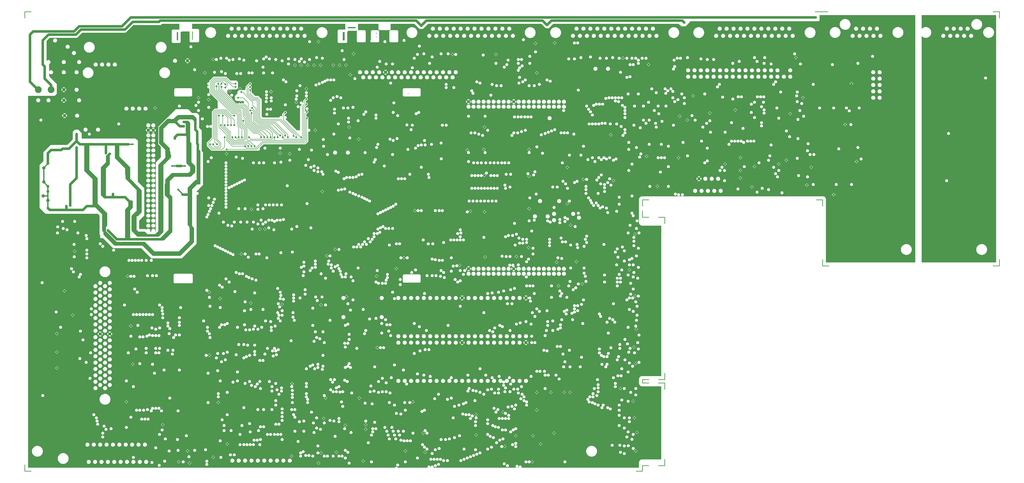
<source format=gbr>
G04 FAB 3000 Version 8.1.7 - Gerber/CAM Software*
G04 RS274-X Output*
%FSLAX24Y24*%
%MIA0B0*%
%MOIN*%
%SFA1.000000B1.000000*%

%IPPOS*%
%ADD11C,0.010001*%
%ADD13C,0.020002*%
%ADD14C,0.008001*%
%ADD15C,0.040003*%
%ADD16C,0.045898*%
%ADD25C,0.052734*%
%ADD26C,0.052679*%
%ADD46C,0.106283*%
%ADD47C,0.106228*%
%ADD80C,0.029731*%
%ADD81C,0.029784*%
%ADD82C,0.029770*%
%ADD83C,0.029740*%
%ADD84C,0.029800*%
%ADD85C,0.029700*%
%ADD139C,0.029720*%
%LNAmiga 1200 Rev1D1 VCC OVV_0*%
%LPD*%
G36*
X142410Y110458D02*
G01Y92158D01*
X141024Y74541D01*
X140930Y74538D01*
X140838Y74525D01*
X140746Y74502D01*
X140658Y74469D01*
X140574Y74427D01*
X140497Y74376D01*
X140425Y74316D01*
X140358Y74249D01*
X140302Y74175D01*
X140253Y74095D01*
X140213Y74011D01*
X140182Y73922D01*
X140162Y73831D01*
X140152Y73738D01*
Y73644D01*
X140162Y73551D01*
X140182Y73459D01*
X140213Y73371D01*
X140253Y73286D01*
X140302Y73206D01*
X140358Y73132D01*
X140425Y73065D01*
X140497Y73006D01*
X140574Y72955D01*
X140658Y72912D01*
X140746Y72879D01*
X140838Y72856D01*
X140930Y72844D01*
X141024Y72841D01*
X141117Y72849D01*
X141209Y72867D01*
X141298Y72895D01*
X141384Y72932D01*
X141465Y72979D01*
X141541Y73035D01*
X141610Y73098D01*
X141670Y73169D01*
X141725Y73246D01*
X141769Y73328D01*
X141804Y73415D01*
X141830Y73505D01*
X141845Y73597D01*
X141850Y73691D01*
X141845Y73784D01*
X141830Y73877D01*
X141804Y73967D01*
X141769Y74054D01*
X141725Y74136D01*
X141670Y74213D01*
X141610Y74284D01*
X141541Y74347D01*
X141465Y74403D01*
X141384Y74449D01*
X141298Y74487D01*
X141209Y74515D01*
X141117Y74533D01*
X141024Y74541D01*
X142410Y92158D01*
Y71670D01*
X128411D01*
Y80032D01*
Y81532D01*
X128401Y81630D01*
X128372Y81723D01*
X128326Y81810D01*
X128264Y81886D01*
X128188Y81948D01*
X128102Y81994D01*
X128008Y82023D01*
X127911Y82032D01*
X99608D01*
X99510Y82023D01*
X99416Y81994D01*
X99330Y81948D01*
X99254Y81886D01*
X99192Y81810D01*
X99146Y81723D01*
X99117Y81630D01*
X99108Y81532D01*
Y78742D01*
Y77942D01*
X99117Y77844D01*
X99146Y77750D01*
X99192Y77664D01*
X99204Y77649D01*
X99116Y76521D01*
X99084Y76520D01*
X99052Y76514D01*
X99022Y76504D01*
X98993Y76490D01*
X98966Y76472D01*
X98942Y76451D01*
X98922Y76426D01*
X98905Y76399D01*
X98892Y76370D01*
X98883Y76339D01*
X98879Y76307D01*
Y76275D01*
X98883Y76244D01*
X98892Y76213D01*
X98905Y76183D01*
X98922Y76156D01*
X98942Y76132D01*
X98966Y76110D01*
X98993Y76092D01*
X99022Y76078D01*
X99052Y76069D01*
X99084Y76063D01*
X99116Y76062D01*
X99147Y76065D01*
X99169Y76071D01*
X99016Y74120D01*
X98984Y74119D01*
X98952Y74114D01*
X98922Y74104D01*
X98893Y74090D01*
X98866Y74072D01*
X98843Y74050D01*
X98822Y74026D01*
X98805Y73999D01*
X98792Y73969D01*
X98783Y73939D01*
X98779Y73907D01*
Y73875D01*
X98783Y73843D01*
X98787Y73829D01*
X98716Y72920D01*
X98684Y72919D01*
X98652Y72913D01*
X98622Y72903D01*
X98593Y72889D01*
X98567Y72871D01*
X98543Y72850D01*
X98522Y72825D01*
X98505Y72798D01*
X98492Y72769D01*
X98483Y72738D01*
X98479Y72706D01*
Y72674D01*
X98483Y72643D01*
X98492Y72612D01*
X98505Y72583D01*
X98522Y72556D01*
X98543Y72531D01*
X98567Y72510D01*
X98593Y72492D01*
X98622Y72478D01*
X98652Y72468D01*
X98684Y72462D01*
X98716Y72461D01*
X98748Y72464D01*
X98779Y72472D01*
X98808Y72484D01*
X98836Y72500D01*
X98861Y72520D01*
X98884Y72543D01*
X98902Y72569D01*
X98917Y72597D01*
X98928Y72627D01*
X98935Y72659D01*
X98937Y72690D01*
X98935Y72722D01*
X98928Y72754D01*
X98917Y72784D01*
X98902Y72812D01*
X98884Y72838D01*
X98861Y72861D01*
X98836Y72881D01*
X98808Y72897D01*
X98779Y72909D01*
X98748Y72916D01*
X98716Y72920D01*
X98787Y73829D01*
X98792Y73812D01*
X98805Y73783D01*
X98822Y73756D01*
X98843Y73731D01*
X98866Y73710D01*
X98893Y73692D01*
X98922Y73678D01*
X98952Y73668D01*
X98984Y73662D01*
X99016Y73661D01*
X99048Y73664D01*
X99079Y73672D01*
X99108Y73684D01*
X99136Y73700D01*
X99161Y73720D01*
X99184Y73743D01*
X99202Y73769D01*
X99217Y73797D01*
X99228Y73827D01*
X99229Y73831D01*
X99016Y71120D01*
X98984Y71119D01*
X98952Y71113D01*
X98922Y71103D01*
X98893Y71089D01*
X98866Y71071D01*
X98843Y71050D01*
X98822Y71025D01*
X98805Y70998D01*
X98792Y70969D01*
X98783Y70938D01*
X98779Y70906D01*
Y70874D01*
X98783Y70843D01*
X98792Y70812D01*
X98805Y70783D01*
X98822Y70755D01*
X98843Y70731D01*
X98866Y70710D01*
X98893Y70692D01*
X98922Y70678D01*
X98952Y70668D01*
X98984Y70662D01*
X99013Y70661D01*
X98915Y69419D01*
X98883Y69418D01*
X98852Y69413D01*
X98821Y69403D01*
X98793Y69389D01*
X98766Y69371D01*
X98742Y69349D01*
X98722Y69325D01*
X98705Y69298D01*
X98692Y69269D01*
X98683Y69238D01*
X98678Y69206D01*
Y69174D01*
X98683Y69142D01*
X98692Y69112D01*
X98705Y69082D01*
X98722Y69055D01*
X98742Y69031D01*
X98756Y69018D01*
X98568Y66629D01*
X98438D01*
X98430Y66628D01*
X98422Y66626D01*
X98415Y66622D01*
X98409Y66617D01*
X98404Y66611D01*
X98401Y66604D01*
X98398Y66597D01*
Y66589D01*
Y66581D01*
X98401Y66574D01*
Y66573D01*
X98215Y64218D01*
X98184Y64217D01*
X98152Y64211D01*
X98122Y64202D01*
X98093Y64188D01*
X98066Y64170D01*
X98042Y64148D01*
X98022Y64124D01*
X98005Y64097D01*
X97992Y64067D01*
X97983Y64036D01*
X97979Y64005D01*
Y63973D01*
X97983Y63941D01*
X97992Y63910D01*
X98005Y63881D01*
X98022Y63854D01*
X98042Y63829D01*
X98066Y63808D01*
X98093Y63790D01*
X98121Y63776D01*
X98137Y63771D01*
X97715Y58417D01*
X97683Y58416D01*
X97652Y58411D01*
X97621Y58401D01*
X97592Y58387D01*
X97566Y58369D01*
X97542Y58347D01*
X97522Y58323D01*
X97505Y58296D01*
X97492Y58266D01*
X97483Y58235D01*
X97478Y58204D01*
Y58172D01*
X97483Y58140D01*
X97492Y58109D01*
X97505Y58080D01*
X97522Y58053D01*
X97533Y58039D01*
X97516Y57817D01*
X97484Y57816D01*
X97452Y57810D01*
X97422Y57800D01*
X97393Y57786D01*
X97366Y57768D01*
X97342Y57747D01*
X97322Y57722D01*
X97305Y57695D01*
X97292Y57666D01*
X97283Y57635D01*
X97279Y57603D01*
Y57571D01*
X97283Y57540D01*
X97292Y57509D01*
X97305Y57480D01*
X97322Y57452D01*
X97343Y57428D01*
X97366Y57406D01*
X97393Y57389D01*
X97422Y57375D01*
X97452Y57365D01*
X97484Y57359D01*
X97516Y57358D01*
X97547Y57361D01*
X97579Y57369D01*
X97608Y57381D01*
X97636Y57397D01*
X97661Y57417D01*
X97683Y57440D01*
X97702Y57466D01*
X97717Y57494D01*
X97726Y57517D01*
X97616Y56116D01*
X97584Y56115D01*
X97552Y56110D01*
X97522Y56100D01*
X97493Y56086D01*
X97466Y56068D01*
X97442Y56047D01*
X97422Y56022D01*
X97405Y55995D01*
X97392Y55966D01*
X97383Y55935D01*
X97379Y55903D01*
Y55871D01*
X97383Y55839D01*
X97392Y55809D01*
X97405Y55779D01*
X97422Y55752D01*
X97442Y55728D01*
X97466Y55706D01*
X97492Y55689D01*
X97415Y54716D01*
X97383Y54715D01*
X97352Y54709D01*
X97321Y54700D01*
X97293Y54686D01*
X97266Y54668D01*
X97242Y54646D01*
X97222Y54622D01*
X97205Y54595D01*
X97192Y54565D01*
X97183Y54535D01*
X97178Y54503D01*
Y54471D01*
X97183Y54439D01*
X97192Y54408D01*
X97205Y54379D01*
X97222Y54352D01*
X97242Y54327D01*
X97266Y54306D01*
X97293Y54288D01*
X97321Y54274D01*
X97346Y54266D01*
X96815Y47515D01*
X96783Y47514D01*
X96752Y47508D01*
X96721Y47498D01*
X96692Y47484D01*
X96666Y47466D01*
X96642Y47445D01*
X96622Y47420D01*
X96605Y47393D01*
X96592Y47364D01*
X96583Y47333D01*
X96578Y47301D01*
Y47269D01*
X96583Y47238D01*
X96592Y47207D01*
X96605Y47178D01*
X96622Y47150D01*
X96642Y47126D01*
X96666Y47104D01*
X96692Y47086D01*
X96721Y47072D01*
X96752Y47063D01*
X96783Y47057D01*
X96815Y47056D01*
X96847Y47059D01*
X96878Y47067D01*
X96907Y47079D01*
X96815Y45915D01*
X96783Y45914D01*
X96752Y45908D01*
X96721Y45898D01*
X96692Y45884D01*
X96666Y45866D01*
X96642Y45845D01*
X96622Y45820D01*
X96605Y45793D01*
X96592Y45764D01*
X96583Y45733D01*
X96578Y45701D01*
Y45669D01*
X96583Y45638D01*
X96592Y45607D01*
X96605Y45578D01*
X96622Y45550D01*
X96642Y45526D01*
X96666Y45504D01*
X96692Y45487D01*
X96721Y45472D01*
X96752Y45463D01*
X96783Y45457D01*
X96815Y45456D01*
X96847Y45459D01*
X96878Y45467D01*
X96908Y45479D01*
X96936Y45495D01*
X96961Y45515D01*
X96983Y45538D01*
X97002Y45564D01*
X97009Y45577D01*
X96815Y43114D01*
X96783Y43113D01*
X96752Y43107D01*
X96721Y43097D01*
X96692Y43083D01*
X96666Y43066D01*
X96642Y43044D01*
X96622Y43020D01*
X96605Y42992D01*
X96592Y42963D01*
X96583Y42932D01*
X96578Y42901D01*
Y42869D01*
X96583Y42837D01*
X96592Y42806D01*
X96605Y42777D01*
X96622Y42750D01*
X96642Y42725D01*
X96666Y42704D01*
X96692Y42686D01*
X96721Y42672D01*
X96752Y42662D01*
X96783Y42656D01*
X96815Y42655D01*
X96847Y42659D01*
X96874Y42665D01*
X96815Y41914D01*
X96783Y41913D01*
X96752Y41907D01*
X96721Y41897D01*
X96692Y41883D01*
X96666Y41865D01*
X96642Y41844D01*
X96622Y41819D01*
X96605Y41792D01*
X96592Y41763D01*
X96583Y41732D01*
X96578Y41700D01*
Y41668D01*
X96583Y41637D01*
X96592Y41606D01*
X96605Y41576D01*
X96622Y41549D01*
X96642Y41525D01*
X96666Y41503D01*
X96692Y41485D01*
X96721Y41471D01*
X96752Y41461D01*
X96783Y41456D01*
X96815Y41455D01*
X96847Y41458D01*
X96878Y41466D01*
X96908Y41478D01*
X96936Y41494D01*
X96961Y41514D01*
X96983Y41537D01*
X97002Y41563D01*
X97017Y41591D01*
X97028Y41621D01*
X97034Y41652D01*
X97037Y41684D01*
X97034Y41716D01*
X97028Y41748D01*
X97017Y41778D01*
X97002Y41806D01*
X96983Y41832D01*
X96961Y41855D01*
X96936Y41875D01*
X96908Y41891D01*
X96878Y41903D01*
X96847Y41911D01*
X96815Y41914D01*
X96874Y42665D01*
X96878Y42666D01*
X96908Y42678D01*
X96936Y42694D01*
X96961Y42714D01*
X96983Y42737D01*
X97002Y42763D01*
X97017Y42791D01*
X97028Y42821D01*
X97034Y42853D01*
X97037Y42885D01*
X97034Y42917D01*
X97028Y42948D01*
X97017Y42978D01*
X97002Y43006D01*
X96983Y43032D01*
X96961Y43055D01*
X96936Y43075D01*
X96908Y43091D01*
X96878Y43103D01*
X96847Y43111D01*
X96815Y43114D01*
X97009Y45577D01*
X97017Y45592D01*
X97028Y45622D01*
X97034Y45653D01*
X97037Y45685D01*
X97034Y45717D01*
X97028Y45749D01*
X97017Y45779D01*
X97002Y45807D01*
X96983Y45833D01*
X96961Y45856D01*
X96936Y45876D01*
X96908Y45892D01*
X96878Y45904D01*
X96847Y45911D01*
X96815Y45915D01*
X96907Y47079D01*
X96908D01*
X96936Y47095D01*
X96961Y47115D01*
X96983Y47138D01*
X97002Y47164D01*
X97017Y47192D01*
X97028Y47222D01*
X97034Y47253D01*
X97037Y47285D01*
X97034Y47317D01*
X97028Y47349D01*
X97017Y47379D01*
X97002Y47407D01*
X96983Y47433D01*
X96961Y47456D01*
X96936Y47476D01*
X96908Y47492D01*
X96878Y47504D01*
X96847Y47512D01*
X96815Y47515D01*
X97346Y54266D01*
X97352Y54264D01*
X97383Y54259D01*
X97415Y54257D01*
X97447Y54261D01*
X97478Y54269D01*
X97508Y54281D01*
X97536Y54297D01*
X97561Y54316D01*
X97583Y54339D01*
X97602Y54365D01*
X97617Y54393D01*
X97628Y54424D01*
X97634Y54455D01*
X97637Y54487D01*
X97634Y54519D01*
X97628Y54550D01*
X97617Y54580D01*
X97602Y54608D01*
X97583Y54634D01*
X97561Y54657D01*
X97536Y54677D01*
X97508Y54693D01*
X97478Y54705D01*
X97447Y54713D01*
X97415Y54716D01*
X97492Y55689D01*
X97493Y55688D01*
X97522Y55674D01*
X97552Y55664D01*
X97583Y55659D01*
X97615Y55658D01*
X97647Y55661D01*
X97678Y55669D01*
X97708Y55681D01*
X97736Y55697D01*
X97761Y55717D01*
X97783Y55740D01*
X97802Y55765D01*
X97817Y55794D01*
X97828Y55824D01*
X97835Y55855D01*
X97837Y55887D01*
X97835Y55919D01*
X97828Y55950D01*
X97817Y55980D01*
X97802Y56009D01*
X97783Y56035D01*
X97761Y56058D01*
X97736Y56077D01*
X97708Y56093D01*
X97678Y56105D01*
X97647Y56113D01*
X97616Y56116D01*
X97726Y57517D01*
X97728Y57524D01*
X97735Y57555D01*
X97737Y57587D01*
X97735Y57619D01*
X97728Y57651D01*
X97717Y57681D01*
X97702Y57709D01*
X97683Y57735D01*
X97661Y57758D01*
X97636Y57778D01*
X97608Y57794D01*
X97579Y57806D01*
X97547Y57813D01*
X97516Y57817D01*
X97533Y58039D01*
X97542Y58028D01*
X97566Y58007D01*
X97592Y57989D01*
X97621Y57975D01*
X97652Y57965D01*
X97683Y57959D01*
X97715Y57958D01*
X97747Y57961D01*
X97778Y57969D01*
X97808Y57981D01*
X97836Y57997D01*
X97861Y58017D01*
X97883Y58040D01*
X97902Y58066D01*
X97917Y58094D01*
X97928Y58124D01*
X97934Y58156D01*
X97937Y58188D01*
X97934Y58220D01*
X97928Y58251D01*
X97917Y58281D01*
X97902Y58309D01*
X97883Y58335D01*
X97861Y58358D01*
X97836Y58378D01*
X97808Y58394D01*
X97778Y58406D01*
X97747Y58414D01*
X97715Y58417D01*
X98137Y63771D01*
X98152Y63766D01*
X98183Y63760D01*
X98215Y63759D01*
X98247Y63763D01*
X98278Y63770D01*
X98308Y63782D01*
X98336Y63798D01*
X98361Y63818D01*
X98383Y63841D01*
X98402Y63867D01*
X98417Y63895D01*
X98428Y63925D01*
X98435Y63957D01*
X98437Y63989D01*
X98435Y64021D01*
X98428Y64052D01*
X98417Y64082D01*
X98402Y64110D01*
X98383Y64136D01*
X98361Y64159D01*
X98336Y64179D01*
X98308Y64195D01*
X98278Y64207D01*
X98247Y64215D01*
X98215Y64218D01*
X98401Y66573D01*
X98404Y66567D01*
X98409Y66561D01*
X98415Y66556D01*
X98422Y66552D01*
X98430Y66550D01*
X98438Y66549D01*
X98568D01*
X98575Y66550D01*
X98583Y66552D01*
X98590Y66556D01*
X98594Y66559D01*
X98568Y66229D01*
X98438D01*
X98430Y66228D01*
X98422Y66226D01*
X98415Y66222D01*
X98409Y66217D01*
X98404Y66211D01*
X98401Y66204D01*
X98398Y66197D01*
Y66189D01*
Y66181D01*
X98401Y66174D01*
X98404Y66167D01*
X98409Y66161D01*
X98415Y66156D01*
X98422Y66152D01*
X98430Y66150D01*
X98438Y66149D01*
X98568D01*
X98575Y66150D01*
X98583Y66152D01*
X98590Y66156D01*
X98596Y66161D01*
X98601Y66167D01*
X98605Y66174D01*
X98607Y66181D01*
X98608Y66189D01*
X98607Y66197D01*
X98605Y66205D01*
X98601Y66211D01*
X98596Y66217D01*
X98590Y66222D01*
X98583Y66226D01*
X98576Y66228D01*
X98568Y66229D01*
X98594Y66559D01*
X98596Y66561D01*
X98601Y66567D01*
X98605Y66574D01*
X98607Y66581D01*
X98608Y66589D01*
X98607Y66597D01*
X98605Y66604D01*
X98601Y66611D01*
X98596Y66617D01*
X98590Y66622D01*
X98583Y66626D01*
X98575Y66628D01*
X98568Y66629D01*
X98756Y69018D01*
X98766Y69009D01*
X98793Y68991D01*
X98821Y68977D01*
X98852Y68967D01*
X98883Y68962D01*
X98902Y68961D01*
X98708Y66489D01*
X98700Y66488D01*
X98692Y66486D01*
X98685Y66482D01*
X98679Y66477D01*
X98674Y66471D01*
X98671Y66464D01*
X98668Y66457D01*
Y66449D01*
Y66384D01*
X98615Y65719D01*
X98583Y65718D01*
X98552Y65712D01*
X98521Y65702D01*
X98493Y65688D01*
X98466Y65670D01*
X98442Y65649D01*
X98422Y65624D01*
X98405Y65597D01*
X98392Y65568D01*
X98383Y65537D01*
X98378Y65505D01*
Y65473D01*
X98383Y65441D01*
X98392Y65411D01*
X98405Y65381D01*
X98422Y65354D01*
X98442Y65330D01*
X98466Y65308D01*
X98493Y65290D01*
X98521Y65276D01*
X98552Y65266D01*
X98583Y65261D01*
X98615Y65260D01*
X98647Y65263D01*
X98678Y65271D01*
X98708Y65283D01*
X98736Y65299D01*
X98761Y65318D01*
X98783Y65341D01*
X98802Y65367D01*
X98817Y65396D01*
X98828Y65426D01*
X98835Y65457D01*
X98837Y65489D01*
X98835Y65521D01*
X98828Y65552D01*
X98817Y65583D01*
X98802Y65611D01*
X98783Y65637D01*
X98761Y65660D01*
X98736Y65680D01*
X98708Y65696D01*
X98678Y65708D01*
X98647Y65715D01*
X98615Y65719D01*
X98668Y66384D01*
Y66320D01*
Y66312D01*
X98671Y66304D01*
X98674Y66297D01*
X98679Y66291D01*
X98685Y66286D01*
X98692Y66283D01*
X98700Y66280D01*
X98708D01*
X98715D01*
X98723Y66283D01*
X98730Y66286D01*
X98736Y66291D01*
X98741Y66297D01*
X98745Y66304D01*
X98747Y66312D01*
X98748Y66319D01*
Y66449D01*
X98747Y66457D01*
X98745Y66465D01*
X98741Y66471D01*
X98736Y66477D01*
X98730Y66482D01*
X98723Y66486D01*
X98715Y66488D01*
X98708Y66489D01*
X98902Y68961D01*
X98915D01*
X98947Y68964D01*
X98978Y68972D01*
X99008Y68984D01*
X99036Y69000D01*
X99061Y69020D01*
X99083Y69043D01*
X99102Y69068D01*
X99117Y69097D01*
X99128Y69127D01*
X99135Y69158D01*
X99137Y69190D01*
X99135Y69222D01*
X99128Y69253D01*
X99117Y69283D01*
X99102Y69312D01*
X99083Y69338D01*
X99061Y69361D01*
X99036Y69380D01*
X99008Y69396D01*
X98978Y69408D01*
X98947Y69416D01*
X98915Y69419D01*
X99013Y70661D01*
X99016D01*
X99048Y70664D01*
X99079Y70672D01*
X99108Y70684D01*
X99136Y70700D01*
X99161Y70720D01*
X99184Y70743D01*
X99202Y70769D01*
X99217Y70797D01*
X99228Y70827D01*
X99235Y70858D01*
X99237Y70890D01*
X99235Y70922D01*
X99228Y70954D01*
X99217Y70984D01*
X99202Y71012D01*
X99184Y71038D01*
X99161Y71061D01*
X99136Y71081D01*
X99108Y71097D01*
X99079Y71109D01*
X99048Y71116D01*
X99016Y71120D01*
X99229Y73831D01*
X99235Y73859D01*
X99237Y73891D01*
X99235Y73923D01*
X99228Y73954D01*
X99217Y73984D01*
X99202Y74013D01*
X99184Y74039D01*
X99161Y74062D01*
X99136Y74081D01*
X99108Y74097D01*
X99079Y74109D01*
X99048Y74117D01*
X99016Y74120D01*
X99169Y76071D01*
X99178Y76073D01*
X99208Y76085D01*
X99236Y76101D01*
X99261Y76121D01*
X99283Y76144D01*
X99302Y76170D01*
X99317Y76198D01*
X99328Y76228D01*
X99335Y76259D01*
X99337Y76291D01*
X99335Y76323D01*
X99328Y76355D01*
X99317Y76385D01*
X99302Y76413D01*
X99283Y76439D01*
X99261Y76462D01*
X99236Y76482D01*
X99208Y76498D01*
X99178Y76510D01*
X99147Y76517D01*
X99116Y76521D01*
X99204Y77649D01*
X99254Y77588D01*
X99330Y77526D01*
X99416Y77480D01*
X99510Y77451D01*
X99608Y77442D01*
X99868D01*
X99016Y66619D01*
X98984Y66618D01*
X98952Y66612D01*
X98922Y66602D01*
X98893Y66588D01*
X98866Y66570D01*
X98843Y66549D01*
X98822Y66524D01*
X98805Y66497D01*
X98792Y66468D01*
X98783Y66437D01*
X98779Y66405D01*
Y66373D01*
X98783Y66342D01*
X98792Y66311D01*
X98805Y66282D01*
X98822Y66254D01*
X98843Y66230D01*
X98866Y66209D01*
X98893Y66191D01*
X98907Y66184D01*
X98816Y65018D01*
X98784Y65017D01*
X98752Y65012D01*
X98722Y65002D01*
X98693Y64988D01*
X98666Y64970D01*
X98642Y64948D01*
X98622Y64924D01*
X98605Y64897D01*
X98592Y64867D01*
X98583Y64837D01*
X98579Y64805D01*
Y64773D01*
X98583Y64741D01*
X98592Y64711D01*
X98597Y64700D01*
X98108Y58488D01*
X98100Y58487D01*
X98092Y58485D01*
X98085Y58481D01*
X98079Y58476D01*
X98074Y58470D01*
X98071Y58463D01*
X98068Y58456D01*
Y58448D01*
Y58405D01*
X97415Y50115D01*
X97383Y50114D01*
X97352Y50109D01*
X97321Y50099D01*
X97293Y50085D01*
X97266Y50067D01*
X97242Y50046D01*
X97222Y50021D01*
X97205Y49994D01*
X97192Y49965D01*
X97183Y49934D01*
X97178Y49902D01*
Y49870D01*
X97183Y49838D01*
X97192Y49808D01*
X97205Y49778D01*
X97222Y49751D01*
X97242Y49727D01*
X97266Y49705D01*
X97292Y49687D01*
X97321Y49673D01*
X97352Y49663D01*
X97383Y49658D01*
X97415Y49657D01*
X97447Y49660D01*
X97478Y49668D01*
X97508Y49680D01*
X97536Y49696D01*
X97561Y49716D01*
X97583Y49739D01*
X97602Y49764D01*
X97617Y49793D01*
X97628Y49823D01*
X97634Y49854D01*
X97637Y49886D01*
X97634Y49918D01*
X97628Y49949D01*
X97617Y49979D01*
X97602Y50008D01*
X97583Y50034D01*
X97561Y50057D01*
X97536Y50076D01*
X97508Y50092D01*
X97478Y50104D01*
X97447Y50112D01*
X97415Y50115D01*
X98068Y58405D01*
Y58318D01*
Y58310D01*
X98071Y58302D01*
X98074Y58295D01*
X98079Y58289D01*
X98085Y58284D01*
X98092Y58281D01*
X98100Y58278D01*
X98108D01*
X98115D01*
X98123Y58281D01*
X98130Y58284D01*
X98136Y58289D01*
X98141Y58295D01*
X98145Y58302D01*
X98147Y58310D01*
X98148Y58318D01*
Y58448D01*
X98147Y58456D01*
X98145Y58463D01*
X98141Y58470D01*
X98136Y58476D01*
X98130Y58481D01*
X98123Y58485D01*
X98115Y58487D01*
X98108Y58488D01*
X98597Y64700D01*
X98605Y64681D01*
X98622Y64654D01*
X98642Y64630D01*
X98666Y64608D01*
X98693Y64590D01*
X98722Y64576D01*
X98752Y64566D01*
X98784Y64561D01*
X98816Y64560D01*
X98847Y64563D01*
X98878Y64571D01*
X98891Y64576D01*
X98816Y63618D01*
X98784Y63617D01*
X98752Y63611D01*
X98722Y63601D01*
X98693Y63587D01*
X98666Y63570D01*
X98642Y63548D01*
X98622Y63524D01*
X98605Y63496D01*
X98592Y63467D01*
X98583Y63436D01*
X98579Y63405D01*
Y63373D01*
X98583Y63341D01*
X98592Y63310D01*
X98605Y63281D01*
X98622Y63254D01*
X98642Y63229D01*
X98666Y63208D01*
X98693Y63190D01*
X98722Y63176D01*
X98743Y63169D01*
X98716Y62818D01*
X98684Y62817D01*
X98652Y62811D01*
X98622Y62801D01*
X98593Y62787D01*
X98566Y62769D01*
X98543Y62748D01*
X98522Y62723D01*
X98505Y62696D01*
X98492Y62667D01*
X98483Y62636D01*
X98479Y62604D01*
Y62572D01*
X98483Y62541D01*
X98492Y62510D01*
X98505Y62481D01*
X98522Y62454D01*
X98543Y62429D01*
X98567Y62408D01*
X98593Y62390D01*
X98622Y62376D01*
X98651Y62366D01*
X98615Y61918D01*
X98583Y61917D01*
X98552Y61911D01*
X98521Y61901D01*
X98493Y61887D01*
X98466Y61869D01*
X98442Y61848D01*
X98422Y61823D01*
X98405Y61796D01*
X98392Y61767D01*
X98383Y61736D01*
X98378Y61704D01*
Y61672D01*
X98383Y61641D01*
X98392Y61610D01*
X98405Y61581D01*
X98422Y61554D01*
X98442Y61529D01*
X98466Y61508D01*
X98493Y61490D01*
X98521Y61476D01*
X98522Y61475D01*
X98508Y61288D01*
X98500D01*
X98492Y61285D01*
X98485Y61282D01*
X98479Y61277D01*
X98474Y61271D01*
X98471Y61264D01*
X98468Y61256D01*
Y61248D01*
Y61118D01*
Y61110D01*
X98471Y61103D01*
X98474Y61096D01*
X98479Y61090D01*
X98485Y61085D01*
X98492Y61081D01*
X98500Y61079D01*
X98508Y61078D01*
X98515Y61079D01*
X98523Y61081D01*
X98530Y61085D01*
X98536Y61090D01*
X98541Y61096D01*
X98545Y61103D01*
X98547Y61110D01*
X98548Y61118D01*
Y61248D01*
X98547Y61256D01*
X98545Y61264D01*
X98541Y61271D01*
X98536Y61277D01*
X98530Y61282D01*
X98523Y61285D01*
X98515Y61288D01*
X98508D01*
X98522Y61475D01*
X98552Y61466D01*
X98583Y61460D01*
X98590D01*
X98368Y58628D01*
X98237D01*
X98230Y58627D01*
X98222Y58625D01*
X98215Y58621D01*
X98209Y58616D01*
X98204Y58610D01*
X98200Y58603D01*
X98198Y58596D01*
X98197Y58588D01*
X98198Y58580D01*
X98200Y58572D01*
X98204Y58566D01*
X98209Y58559D01*
X98215Y58555D01*
X98222Y58551D01*
X98230Y58549D01*
X98237Y58548D01*
X98368D01*
X98375Y58549D01*
X98383Y58551D01*
X98390Y58555D01*
X98394Y58558D01*
X98368Y58227D01*
X98237D01*
X98230D01*
X98222Y58224D01*
X98215Y58221D01*
X98209Y58216D01*
X98204Y58210D01*
X98200Y58203D01*
X98198Y58195D01*
X98197Y58187D01*
X98198Y58180D01*
X98200Y58172D01*
X98204Y58165D01*
X98209Y58159D01*
X98215Y58154D01*
X98222Y58150D01*
X98230Y58148D01*
X98237Y58147D01*
X98368D01*
X98375Y58148D01*
X98383Y58150D01*
X98390Y58154D01*
X98396Y58159D01*
X98401Y58165D01*
X98405Y58172D01*
X98407Y58180D01*
X98408Y58187D01*
X98407Y58195D01*
X98405Y58203D01*
X98401Y58210D01*
X98396Y58216D01*
X98390Y58221D01*
X98383Y58224D01*
X98375Y58227D01*
X98368D01*
X98394Y58558D01*
X98396Y58560D01*
X98401Y58566D01*
X98405Y58572D01*
X98407Y58580D01*
X98408Y58588D01*
X98407Y58596D01*
X98405Y58603D01*
X98401Y58610D01*
X98396Y58616D01*
X98390Y58621D01*
X98383Y58625D01*
X98375Y58627D01*
X98368Y58628D01*
X98590Y61460D01*
X98615Y61459D01*
X98647Y61462D01*
X98678Y61470D01*
X98708Y61482D01*
X98736Y61498D01*
X98761Y61518D01*
X98776Y61533D01*
X98767Y61428D01*
X98638D01*
X98630D01*
X98622Y61425D01*
X98615Y61422D01*
X98609Y61417D01*
X98604Y61411D01*
X98601Y61404D01*
X98598Y61396D01*
Y61388D01*
Y61381D01*
X98601Y61373D01*
X98604Y61366D01*
X98609Y61360D01*
X98615Y61355D01*
X98622Y61351D01*
X98630Y61349D01*
X98638Y61348D01*
X98767D01*
X98775Y61349D01*
X98783Y61351D01*
X98790Y61355D01*
X98793Y61358D01*
X98767Y61028D01*
X98638D01*
X98630Y61027D01*
X98622Y61025D01*
X98615Y61021D01*
X98609Y61016D01*
X98604Y61010D01*
X98601Y61003D01*
X98598Y60996D01*
Y60988D01*
Y60980D01*
X98601Y60973D01*
X98604Y60966D01*
X98609Y60960D01*
X98615Y60955D01*
X98622Y60951D01*
X98630Y60949D01*
X98638Y60948D01*
X98701D01*
X98508Y58488D01*
X98500Y58487D01*
X98492Y58485D01*
X98485Y58481D01*
X98479Y58476D01*
X98474Y58470D01*
X98471Y58463D01*
X98468Y58456D01*
Y58448D01*
Y58376D01*
X98416Y57717D01*
X98384Y57716D01*
X98352Y57710D01*
X98322Y57700D01*
X98293Y57686D01*
X98266Y57668D01*
X98243Y57647D01*
X98222Y57622D01*
X98205Y57595D01*
X98192Y57566D01*
X98183Y57535D01*
X98179Y57504D01*
Y57472D01*
X98183Y57440D01*
X98192Y57409D01*
X98205Y57380D01*
X98222Y57353D01*
X98243Y57328D01*
X98250Y57322D01*
X98116Y55617D01*
X98084Y55616D01*
X98052Y55610D01*
X98022Y55600D01*
X97993Y55586D01*
X97966Y55568D01*
X97943Y55547D01*
X97922Y55522D01*
X97905Y55495D01*
X97892Y55466D01*
X97883Y55435D01*
X97879Y55403D01*
Y55371D01*
X97883Y55339D01*
X97892Y55309D01*
X97905Y55279D01*
X97922Y55252D01*
X97943Y55228D01*
X97966Y55206D01*
X97993Y55188D01*
X98022Y55174D01*
X98052Y55164D01*
X98084Y55159D01*
X98102Y55158D01*
X97816Y51516D01*
X97784Y51515D01*
X97752Y51509D01*
X97722Y51499D01*
X97693Y51485D01*
X97666Y51467D01*
X97643Y51446D01*
X97622Y51421D01*
X97605Y51394D01*
X97592Y51365D01*
X97583Y51334D01*
X97579Y51302D01*
Y51270D01*
X97583Y51239D01*
X97592Y51208D01*
X97605Y51179D01*
X97622Y51151D01*
X97642Y51127D01*
X97666Y51106D01*
X97693Y51088D01*
X97722Y51074D01*
X97752Y51064D01*
X97784Y51058D01*
X97816Y51057D01*
X97847Y51060D01*
X97879Y51068D01*
X97896Y51075D01*
X97615Y47515D01*
X97584Y47514D01*
X97552Y47508D01*
X97522Y47498D01*
X97493Y47484D01*
X97466Y47466D01*
X97442Y47445D01*
X97422Y47420D01*
X97405Y47393D01*
X97392Y47364D01*
X97383Y47333D01*
X97379Y47301D01*
Y47269D01*
X97383Y47238D01*
X97392Y47207D01*
X97405Y47178D01*
X97422Y47150D01*
X97442Y47126D01*
X97466Y47104D01*
X97493Y47086D01*
X97522Y47072D01*
X97552Y47063D01*
X97584Y47057D01*
X97615Y47056D01*
X97627Y47057D01*
X97615Y46914D01*
X97583Y46913D01*
X97552Y46908D01*
X97522Y46898D01*
X97493Y46884D01*
X97466Y46866D01*
X97442Y46845D01*
X97422Y46820D01*
X97405Y46793D01*
X97392Y46764D01*
X97383Y46733D01*
X97379Y46701D01*
Y46669D01*
X97383Y46637D01*
X97392Y46607D01*
X97405Y46577D01*
X97422Y46550D01*
X97442Y46526D01*
X97466Y46504D01*
X97493Y46486D01*
X97507Y46479D01*
X97415Y45315D01*
X97383Y45314D01*
X97352Y45308D01*
X97321Y45298D01*
X97293Y45284D01*
X97266Y45266D01*
X97242Y45245D01*
X97222Y45220D01*
X97205Y45193D01*
X97192Y45164D01*
X97183Y45133D01*
X97178Y45101D01*
Y45069D01*
X97183Y45038D01*
X97192Y45007D01*
X97205Y44977D01*
X97222Y44950D01*
X97242Y44926D01*
X97248Y44921D01*
X97216Y44514D01*
X97184Y44513D01*
X97152Y44508D01*
X97122Y44498D01*
X97093Y44484D01*
X97066Y44466D01*
X97042Y44444D01*
X97022Y44420D01*
X97005Y44393D01*
X96992Y44363D01*
X96983Y44333D01*
X96979Y44301D01*
Y44269D01*
X96983Y44237D01*
X96992Y44207D01*
X97005Y44177D01*
X97022Y44150D01*
X97042Y44126D01*
X97066Y44104D01*
X97093Y44086D01*
X97122Y44072D01*
X97152Y44062D01*
X97184Y44057D01*
X97216Y44056D01*
X97247Y44059D01*
X97279Y44067D01*
X97308Y44079D01*
X97336Y44095D01*
X97361Y44114D01*
X97383Y44137D01*
X97402Y44163D01*
X97417Y44192D01*
X97428Y44222D01*
X97435Y44253D01*
X97437Y44285D01*
X97435Y44317D01*
X97428Y44348D01*
X97417Y44378D01*
X97402Y44407D01*
X97383Y44433D01*
X97361Y44456D01*
X97336Y44475D01*
X97308Y44491D01*
X97279Y44503D01*
X97247Y44511D01*
X97216Y44514D01*
X97248Y44921D01*
X97266Y44904D01*
X97293Y44886D01*
X97321Y44872D01*
X97352Y44863D01*
X97383Y44857D01*
X97415Y44856D01*
X97447Y44859D01*
X97478Y44867D01*
X97508Y44879D01*
X97536Y44895D01*
X97561Y44915D01*
X97583Y44938D01*
X97587Y44944D01*
X97446Y43144D01*
X97414Y43143D01*
X97382Y43137D01*
X97352Y43127D01*
X97323Y43113D01*
X97296Y43095D01*
X97272Y43074D01*
X97252Y43049D01*
X97235Y43022D01*
X97222Y42993D01*
X97213Y42962D01*
X97209Y42931D01*
Y42899D01*
X97213Y42867D01*
X97222Y42836D01*
X97235Y42807D01*
X97252Y42780D01*
X97272Y42755D01*
X97296Y42734D01*
X97323Y42716D01*
X97352Y42702D01*
X97382Y42692D01*
X97414Y42686D01*
X97446Y42685D01*
X97477Y42689D01*
X97508Y42696D01*
X97538Y42708D01*
X97566Y42724D01*
X97591Y42744D01*
X97613Y42767D01*
X97632Y42793D01*
X97647Y42821D01*
X97658Y42851D01*
X97665Y42883D01*
X97667Y42915D01*
X97665Y42947D01*
X97658Y42978D01*
X97647Y43008D01*
X97632Y43036D01*
X97613Y43062D01*
X97591Y43085D01*
X97566Y43105D01*
X97538Y43121D01*
X97509Y43133D01*
X97477Y43141D01*
X97446Y43144D01*
X97587Y44944D01*
X97602Y44964D01*
X97617Y44992D01*
X97628Y45022D01*
X97634Y45053D01*
X97637Y45085D01*
X97634Y45117D01*
X97628Y45149D01*
X97617Y45179D01*
X97602Y45207D01*
X97583Y45233D01*
X97561Y45256D01*
X97536Y45276D01*
X97508Y45292D01*
X97478Y45304D01*
X97447Y45311D01*
X97415Y45315D01*
X97507Y46479D01*
X97522Y46472D01*
X97552Y46462D01*
X97583Y46457D01*
X97615Y46456D01*
X97647Y46459D01*
X97678Y46467D01*
X97708Y46479D01*
X97736Y46495D01*
X97761Y46515D01*
X97783Y46538D01*
X97802Y46563D01*
X97817Y46592D01*
X97828Y46622D01*
X97835Y46653D01*
X97837Y46685D01*
X97835Y46717D01*
X97828Y46748D01*
X97817Y46778D01*
X97802Y46807D01*
X97783Y46833D01*
X97761Y46856D01*
X97736Y46875D01*
X97708Y46891D01*
X97678Y46903D01*
X97647Y46911D01*
X97615Y46914D01*
X97627Y47057D01*
X97647Y47059D01*
X97678Y47067D01*
X97708Y47079D01*
X97736Y47095D01*
X97761Y47115D01*
X97783Y47138D01*
X97802Y47164D01*
X97817Y47192D01*
X97828Y47222D01*
X97835Y47253D01*
X97837Y47285D01*
X97835Y47317D01*
X97828Y47349D01*
X97817Y47379D01*
X97802Y47407D01*
X97783Y47433D01*
X97761Y47456D01*
X97736Y47476D01*
X97708Y47492D01*
X97678Y47504D01*
X97647Y47512D01*
X97615Y47515D01*
X97896Y51075D01*
X97908Y51080D01*
X97936Y51096D01*
X97961Y51116D01*
X97983Y51139D01*
X98002Y51165D01*
X98017Y51193D01*
X98028Y51223D01*
X98035Y51254D01*
X98037Y51286D01*
X98035Y51318D01*
X98028Y51350D01*
X98017Y51380D01*
X98002Y51408D01*
X97983Y51434D01*
X97961Y51457D01*
X97936Y51477D01*
X97908Y51493D01*
X97878Y51505D01*
X97847Y51512D01*
X97816Y51516D01*
X98102Y55158D01*
X98116D01*
X98147Y55161D01*
X98179Y55169D01*
X98208Y55181D01*
X98236Y55197D01*
X98261Y55216D01*
X98283Y55239D01*
X98302Y55265D01*
X98317Y55294D01*
X98328Y55324D01*
X98335Y55355D01*
X98337Y55387D01*
X98335Y55419D01*
X98328Y55450D01*
X98317Y55481D01*
X98302Y55509D01*
X98283Y55535D01*
X98261Y55558D01*
X98236Y55578D01*
X98208Y55594D01*
X98179Y55606D01*
X98147Y55613D01*
X98116Y55617D01*
X98250Y57322D01*
X98266Y57307D01*
X98293Y57289D01*
X98322Y57275D01*
X98352Y57265D01*
X98384Y57259D01*
X98416Y57258D01*
X98448Y57262D01*
X98479Y57269D01*
X98508Y57281D01*
X98518Y57287D01*
X98408Y55887D01*
X98400D01*
X98392Y55884D01*
X98385Y55881D01*
X98379Y55876D01*
X98374Y55870D01*
X98371Y55863D01*
X98368Y55855D01*
Y55847D01*
Y55717D01*
Y55709D01*
X98371Y55702D01*
X98374Y55695D01*
X98379Y55689D01*
X98385Y55684D01*
X98392Y55680D01*
X98400Y55678D01*
X98408Y55677D01*
X98416Y55678D01*
X98423Y55680D01*
X98430Y55684D01*
X98436Y55689D01*
X98441Y55695D01*
X98445Y55702D01*
X98447Y55709D01*
X98448Y55717D01*
Y55847D01*
X98447Y55855D01*
X98445Y55863D01*
X98441Y55870D01*
X98436Y55876D01*
X98430Y55881D01*
X98423Y55884D01*
X98415Y55887D01*
X98408D01*
X98518Y57287D01*
X98536Y57297D01*
X98561Y57317D01*
X98583Y57340D01*
X98586Y57344D01*
X98007Y49986D01*
X97999Y49985D01*
X97992Y49983D01*
X97985Y49979D01*
X97979Y49974D01*
X97974Y49968D01*
X97970Y49961D01*
X97968Y49954D01*
X97967Y49946D01*
Y49816D01*
X97968Y49808D01*
X97970Y49801D01*
X97974Y49794D01*
X97979Y49788D01*
X97985Y49783D01*
X97992Y49779D01*
X97999Y49777D01*
X98007Y49776D01*
X98015Y49777D01*
X98023Y49779D01*
X98030Y49783D01*
X98036Y49788D01*
X98041Y49794D01*
X98044Y49801D01*
X98047Y49808D01*
Y49816D01*
Y49946D01*
Y49954D01*
X98044Y49961D01*
X98041Y49968D01*
X98036Y49974D01*
X98029Y49979D01*
X98023Y49983D01*
X98015Y49985D01*
X98007Y49986D01*
X98586Y57344D01*
X98602Y57366D01*
X98617Y57394D01*
X98628Y57424D01*
X98635Y57456D01*
X98637Y57488D01*
X98635Y57519D01*
X98628Y57551D01*
X98617Y57581D01*
X98602Y57609D01*
X98583Y57635D01*
X98561Y57658D01*
X98536Y57678D01*
X98508Y57694D01*
X98479Y57706D01*
X98448Y57714D01*
X98416Y57717D01*
X98468Y58376D01*
Y58318D01*
Y58310D01*
X98471Y58302D01*
X98474Y58295D01*
X98479Y58289D01*
X98485Y58284D01*
X98492Y58281D01*
X98500Y58278D01*
X98508D01*
X98515D01*
X98523Y58281D01*
X98530Y58284D01*
X98536Y58289D01*
X98541Y58295D01*
X98545Y58302D01*
X98547Y58310D01*
X98548Y58318D01*
Y58448D01*
X98547Y58456D01*
X98545Y58463D01*
X98541Y58470D01*
X98536Y58476D01*
X98530Y58481D01*
X98523Y58485D01*
X98515Y58487D01*
X98508Y58488D01*
X98701Y60948D01*
X98767D01*
X98775Y60949D01*
X98783Y60951D01*
X98790Y60955D01*
X98796Y60960D01*
X98801Y60966D01*
X98804Y60973D01*
X98807Y60980D01*
Y60988D01*
Y60996D01*
X98804Y61003D01*
X98801Y61010D01*
X98796Y61016D01*
X98790Y61021D01*
X98783Y61025D01*
X98775Y61027D01*
X98767Y61028D01*
X98793Y61358D01*
X98796Y61360D01*
X98801Y61366D01*
X98804Y61373D01*
X98807Y61381D01*
Y61388D01*
Y61396D01*
X98804Y61404D01*
X98801Y61411D01*
X98796Y61417D01*
X98790Y61422D01*
X98783Y61425D01*
X98775Y61428D01*
X98767D01*
X98776Y61533D01*
X98783Y61541D01*
X98802Y61567D01*
X98817Y61595D01*
X98828Y61625D01*
X98835Y61657D01*
X98837Y61688D01*
X98835Y61720D01*
X98828Y61752D01*
X98817Y61782D01*
X98802Y61810D01*
X98783Y61836D01*
X98761Y61859D01*
X98736Y61879D01*
X98708Y61895D01*
X98678Y61907D01*
X98647Y61915D01*
X98615Y61918D01*
X98651Y62366D01*
X98652D01*
X98684Y62360D01*
X98716Y62359D01*
X98748Y62362D01*
X98779Y62370D01*
X98808Y62382D01*
X98836Y62398D01*
X98861Y62418D01*
X98884Y62441D01*
X98902Y62467D01*
X98917Y62495D01*
X98928Y62525D01*
X98935Y62556D01*
X98937Y62588D01*
X98935Y62620D01*
X98928Y62652D01*
X98917Y62682D01*
X98902Y62710D01*
X98884Y62736D01*
X98861Y62759D01*
X98836Y62779D01*
X98808Y62795D01*
X98779Y62807D01*
X98748Y62815D01*
X98716Y62818D01*
X98743Y63169D01*
X98752Y63166D01*
X98784Y63160D01*
X98816Y63159D01*
X98847Y63163D01*
X98878Y63170D01*
X98908Y63182D01*
X98936Y63198D01*
X98961Y63218D01*
X98983Y63241D01*
X99002Y63267D01*
X99017Y63295D01*
X99028Y63325D01*
X99035Y63357D01*
X99037Y63389D01*
X99035Y63421D01*
X99028Y63452D01*
X99017Y63482D01*
X99002Y63510D01*
X98983Y63536D01*
X98961Y63559D01*
X98936Y63579D01*
X98908Y63595D01*
X98878Y63607D01*
X98847Y63615D01*
X98816Y63618D01*
X98891Y64576D01*
X98908Y64583D01*
X98936Y64599D01*
X98961Y64618D01*
X98983Y64641D01*
X99002Y64667D01*
X99017Y64696D01*
X99028Y64726D01*
X99035Y64757D01*
X99037Y64789D01*
X99035Y64821D01*
X99028Y64852D01*
X99017Y64882D01*
X99002Y64911D01*
X98983Y64937D01*
X98961Y64960D01*
X98936Y64979D01*
X98908Y64995D01*
X98878Y65007D01*
X98847Y65015D01*
X98816Y65018D01*
X98907Y66184D01*
X98922Y66177D01*
X98952Y66167D01*
X98984Y66161D01*
X99016Y66160D01*
X99048Y66163D01*
X99079Y66171D01*
X99108Y66183D01*
X99136Y66199D01*
X99161Y66219D01*
X99184Y66242D01*
X99202Y66268D01*
X99217Y66296D01*
X99228Y66326D01*
X99235Y66357D01*
X99237Y66389D01*
X99235Y66421D01*
X99228Y66453D01*
X99217Y66483D01*
X99202Y66511D01*
X99184Y66537D01*
X99161Y66560D01*
X99136Y66580D01*
X99108Y66596D01*
X99079Y66608D01*
X99048Y66615D01*
X99016Y66619D01*
X99868Y77442D01*
X100179D01*
X98907Y61288D01*
X98900D01*
X98892Y61285D01*
X98885Y61282D01*
X98879Y61277D01*
X98874Y61271D01*
X98870Y61264D01*
X98868Y61256D01*
X98867Y61248D01*
Y61118D01*
X98868Y61110D01*
X98870Y61103D01*
X98874Y61096D01*
X98879Y61090D01*
X98885Y61085D01*
X98892Y61081D01*
X98900Y61079D01*
X98907Y61078D01*
X98915Y61079D01*
X98923Y61081D01*
X98930Y61085D01*
X98936Y61090D01*
X98941Y61096D01*
X98944Y61103D01*
X98947Y61110D01*
Y61118D01*
Y61248D01*
Y61256D01*
X98944Y61264D01*
X98941Y61271D01*
X98936Y61277D01*
X98930Y61282D01*
X98923Y61285D01*
X98915Y61288D01*
X98907D01*
X100179Y77442D01*
X100449D01*
X99116Y60497D01*
X99084Y60496D01*
X99052Y60491D01*
X99022Y60481D01*
X98993Y60467D01*
X98966Y60449D01*
X98942Y60427D01*
X98922Y60403D01*
X98905Y60376D01*
X98892Y60347D01*
X98883Y60316D01*
X98879Y60284D01*
Y60252D01*
X98883Y60220D01*
X98892Y60190D01*
X98905Y60160D01*
X98922Y60133D01*
X98942Y60109D01*
X98966Y60087D01*
X98975Y60081D01*
X98915Y59317D01*
X98883Y59316D01*
X98852Y59311D01*
X98821Y59301D01*
X98793Y59287D01*
X98766Y59269D01*
X98742Y59248D01*
X98722Y59223D01*
X98705Y59196D01*
X98692Y59167D01*
X98683Y59136D01*
X98678Y59104D01*
Y59072D01*
X98683Y59040D01*
X98692Y59010D01*
X98705Y58980D01*
X98722Y58953D01*
X98742Y58929D01*
X98766Y58907D01*
X98793Y58889D01*
X98821Y58875D01*
X98852Y58865D01*
X98883Y58860D01*
X98915Y58859D01*
X98947Y58862D01*
X98978Y58870D01*
X99008Y58882D01*
X99036Y58898D01*
X99061Y58917D01*
X99063Y58920D01*
X99016Y58317D01*
X98984Y58316D01*
X98952Y58310D01*
X98922Y58300D01*
X98893Y58286D01*
X98866Y58268D01*
X98843Y58247D01*
X98822Y58222D01*
X98805Y58195D01*
X98792Y58166D01*
X98783Y58135D01*
X98779Y58104D01*
Y58072D01*
X98783Y58040D01*
X98792Y58009D01*
X98805Y57980D01*
X98819Y57957D01*
X98668Y56027D01*
X98537D01*
X98530D01*
X98522Y56024D01*
X98515Y56021D01*
X98509Y56016D01*
X98504Y56010D01*
X98500Y56003D01*
X98498Y55995D01*
X98497Y55987D01*
X98498Y55980D01*
X98500Y55972D01*
X98504Y55965D01*
X98509Y55959D01*
X98515Y55954D01*
X98522Y55950D01*
X98530Y55948D01*
X98537Y55947D01*
X98668D01*
X98675Y55948D01*
X98683Y55950D01*
X98690Y55954D01*
X98694Y55957D01*
X98668Y55627D01*
X98537D01*
X98530Y55626D01*
X98522Y55624D01*
X98515Y55620D01*
X98509Y55615D01*
X98504Y55609D01*
X98500Y55602D01*
X98498Y55595D01*
X98497Y55587D01*
X98498Y55579D01*
X98500Y55572D01*
X98504Y55565D01*
X98509Y55559D01*
X98515Y55554D01*
X98522Y55550D01*
X98530Y55548D01*
X98537Y55547D01*
X98668D01*
X98675Y55548D01*
X98683Y55550D01*
X98690Y55554D01*
X98696Y55559D01*
X98701Y55565D01*
X98705Y55572D01*
X98707Y55579D01*
X98708Y55587D01*
X98707Y55595D01*
X98705Y55602D01*
X98701Y55609D01*
X98696Y55615D01*
X98690Y55620D01*
X98683Y55624D01*
X98675Y55626D01*
X98668Y55627D01*
X98694Y55957D01*
X98696Y55959D01*
X98701Y55965D01*
X98705Y55972D01*
X98707Y55980D01*
X98708Y55987D01*
X98707Y55995D01*
X98705Y56003D01*
X98701Y56010D01*
X98696Y56016D01*
X98690Y56021D01*
X98683Y56024D01*
X98675Y56027D01*
X98668D01*
X98819Y57957D01*
X98822Y57953D01*
X98843Y57928D01*
X98866Y57907D01*
X98893Y57889D01*
X98922Y57875D01*
X98952Y57865D01*
X98963Y57863D01*
X98808Y55887D01*
X98800D01*
X98792Y55884D01*
X98785Y55881D01*
X98779Y55876D01*
X98774Y55870D01*
X98771Y55863D01*
X98768Y55855D01*
Y55847D01*
Y55717D01*
Y55709D01*
X98771Y55702D01*
X98774Y55695D01*
X98779Y55689D01*
X98785Y55684D01*
X98792Y55680D01*
X98800Y55678D01*
X98808Y55677D01*
X98815Y55678D01*
X98823Y55680D01*
X98830Y55684D01*
X98836Y55689D01*
X98841Y55695D01*
X98845Y55702D01*
X98847Y55709D01*
X98848Y55717D01*
Y55847D01*
X98847Y55855D01*
X98845Y55863D01*
X98841Y55870D01*
X98836Y55876D01*
X98830Y55881D01*
X98823Y55884D01*
X98815Y55887D01*
X98808D01*
X98963Y57863D01*
X98984Y57859D01*
X99016Y57858D01*
X99048Y57862D01*
X99079Y57869D01*
X99108Y57881D01*
X99136Y57897D01*
X99161Y57917D01*
X99184Y57940D01*
X99202Y57966D01*
X99217Y57994D01*
X99228Y58024D01*
X99235Y58056D01*
X99237Y58088D01*
X99235Y58120D01*
X99228Y58151D01*
X99217Y58181D01*
X99202Y58209D01*
X99184Y58235D01*
X99161Y58258D01*
X99136Y58278D01*
X99108Y58294D01*
X99079Y58306D01*
X99048Y58314D01*
X99016Y58317D01*
X99063Y58920D01*
X99083Y58940D01*
X99102Y58966D01*
X99117Y58995D01*
X99128Y59025D01*
X99135Y59056D01*
X99137Y59088D01*
X99135Y59120D01*
X99128Y59151D01*
X99117Y59181D01*
X99102Y59210D01*
X99083Y59236D01*
X99061Y59259D01*
X99036Y59278D01*
X99008Y59294D01*
X98978Y59306D01*
X98947Y59314D01*
X98915Y59317D01*
X98975Y60081D01*
X98993Y60069D01*
X99022Y60055D01*
X99052Y60045D01*
X99084Y60040D01*
X99116Y60039D01*
X99147Y60042D01*
X99178Y60050D01*
X99208Y60062D01*
X99236Y60078D01*
X99261Y60097D01*
X99283Y60120D01*
X99302Y60146D01*
X99317Y60175D01*
X99328Y60205D01*
X99335Y60236D01*
X99337Y60268D01*
X99335Y60300D01*
X99328Y60331D01*
X99317Y60361D01*
X99302Y60390D01*
X99283Y60416D01*
X99261Y60439D01*
X99236Y60458D01*
X99208Y60474D01*
X99178Y60486D01*
X99147Y60494D01*
X99116Y60497D01*
X100449Y77442D01*
X100786D01*
X99116Y56217D01*
X99084Y56216D01*
X99052Y56210D01*
X99022Y56200D01*
X98993Y56186D01*
X98966Y56168D01*
X98942Y56147D01*
X98922Y56122D01*
X98905Y56095D01*
X98892Y56066D01*
X98883Y56035D01*
X98879Y56003D01*
Y55971D01*
X98883Y55939D01*
X98892Y55909D01*
X98905Y55879D01*
X98911Y55870D01*
X98615Y52116D01*
X98583Y52115D01*
X98552Y52109D01*
X98521Y52099D01*
X98493Y52085D01*
X98466Y52067D01*
X98442Y52046D01*
X98422Y52021D01*
X98405Y51994D01*
X98392Y51965D01*
X98383Y51934D01*
X98378Y51902D01*
Y51870D01*
X98383Y51839D01*
X98392Y51808D01*
X98399Y51792D01*
X98268Y50126D01*
X98138D01*
X98130D01*
X98122Y50123D01*
X98115Y50120D01*
X98109Y50115D01*
X98104Y50108D01*
X98101Y50102D01*
X98098Y50094D01*
Y50086D01*
Y50078D01*
X98101Y50071D01*
X98104Y50064D01*
X98109Y50058D01*
X98115Y50053D01*
X98122Y50049D01*
X98130Y50047D01*
X98138Y50046D01*
X98268D01*
X98276Y50047D01*
X98283Y50049D01*
X98290Y50053D01*
X98294Y50056D01*
X98268Y49726D01*
X98138D01*
X98130Y49725D01*
X98122Y49723D01*
X98115Y49719D01*
X98109Y49714D01*
X98104Y49708D01*
X98101Y49701D01*
X98098Y49694D01*
Y49686D01*
Y49678D01*
X98101Y49671D01*
X98104Y49664D01*
X98109Y49658D01*
X98115Y49653D01*
X98122Y49649D01*
X98130Y49647D01*
X98138Y49646D01*
X98268D01*
X98275Y49647D01*
X98283Y49649D01*
X98290Y49653D01*
X98296Y49658D01*
X98301Y49664D01*
X98305Y49671D01*
X98307Y49678D01*
X98308Y49686D01*
X98307Y49694D01*
X98305Y49701D01*
X98301Y49708D01*
X98296Y49714D01*
X98290Y49719D01*
X98283Y49723D01*
X98276Y49725D01*
X98268Y49726D01*
X98294Y50056D01*
X98296Y50058D01*
X98301Y50064D01*
X98305Y50071D01*
X98307Y50078D01*
X98308Y50086D01*
X98307Y50094D01*
X98305Y50102D01*
X98301Y50109D01*
X98296Y50115D01*
X98290Y50120D01*
X98283Y50123D01*
X98276Y50126D01*
X98268D01*
X98399Y51792D01*
X98405Y51779D01*
X98422Y51752D01*
X98442Y51727D01*
X98466Y51706D01*
X98493Y51688D01*
X98521Y51674D01*
X98552Y51664D01*
X98583Y51658D01*
X98615Y51657D01*
X98647Y51660D01*
X98658Y51663D01*
X98615Y51115D01*
X98583Y51114D01*
X98552Y51109D01*
X98521Y51099D01*
X98493Y51085D01*
X98466Y51067D01*
X98442Y51045D01*
X98422Y51021D01*
X98405Y50994D01*
X98392Y50964D01*
X98383Y50934D01*
X98378Y50902D01*
Y50870D01*
X98383Y50838D01*
X98392Y50807D01*
X98405Y50778D01*
X98422Y50751D01*
X98442Y50726D01*
X98464Y50706D01*
X98408Y49986D01*
X98400Y49985D01*
X98392Y49983D01*
X98385Y49979D01*
X98379Y49974D01*
X98374Y49968D01*
X98371Y49961D01*
X98368Y49954D01*
Y49946D01*
Y49816D01*
Y49808D01*
X98371Y49801D01*
X98374Y49794D01*
X98379Y49788D01*
X98385Y49783D01*
X98392Y49779D01*
X98396Y49778D01*
X98208Y47385D01*
X98200D01*
X98192Y47382D01*
X98185Y47379D01*
X98179Y47374D01*
X98174Y47368D01*
X98171Y47361D01*
X98168Y47353D01*
Y47345D01*
Y47215D01*
Y47207D01*
X98171Y47200D01*
X98174Y47193D01*
X98179Y47187D01*
X98185Y47182D01*
X98192Y47178D01*
X98200Y47176D01*
X98208Y47175D01*
X98215Y47176D01*
X98223Y47178D01*
X98230Y47182D01*
X98236Y47187D01*
X98241Y47193D01*
X98245Y47200D01*
X98247Y47207D01*
X98248Y47215D01*
Y47345D01*
X98247Y47353D01*
X98245Y47361D01*
X98241Y47368D01*
X98236Y47374D01*
X98230Y47379D01*
X98223Y47382D01*
X98215Y47385D01*
X98208D01*
X98396Y49778D01*
X98400Y49777D01*
X98408Y49776D01*
X98415Y49777D01*
X98423Y49779D01*
X98430Y49783D01*
X98436Y49788D01*
X98441Y49794D01*
X98445Y49801D01*
X98447Y49808D01*
X98448Y49816D01*
Y49946D01*
X98447Y49954D01*
X98445Y49961D01*
X98441Y49968D01*
X98436Y49974D01*
X98430Y49979D01*
X98423Y49983D01*
X98415Y49985D01*
X98408Y49986D01*
X98464Y50706D01*
X98466Y50705D01*
X98493Y50687D01*
X98521Y50673D01*
X98552Y50663D01*
X98583Y50658D01*
X98615Y50657D01*
X98647Y50660D01*
X98678Y50668D01*
X98708Y50680D01*
X98716Y50684D01*
X98467Y47525D01*
X98338D01*
X98330D01*
X98322Y47522D01*
X98315Y47519D01*
X98309Y47514D01*
X98304Y47508D01*
X98301Y47501D01*
X98298Y47493D01*
Y47485D01*
Y47477D01*
X98301Y47470D01*
X98304Y47463D01*
X98309Y47457D01*
X98315Y47452D01*
X98322Y47448D01*
X98330Y47446D01*
X98338Y47445D01*
X98467D01*
X98475Y47446D01*
X98483Y47448D01*
X98490Y47452D01*
X98493Y47455D01*
X98467Y47126D01*
X98338D01*
X98330Y47125D01*
X98322Y47123D01*
X98315Y47119D01*
X98309Y47114D01*
X98304Y47108D01*
X98301Y47101D01*
X98298Y47093D01*
Y47086D01*
Y47078D01*
X98301Y47070D01*
X98304Y47063D01*
X98309Y47057D01*
X98315Y47052D01*
X98322Y47049D01*
X98330Y47046D01*
X98338D01*
X98383D01*
X98215Y44914D01*
X98184Y44913D01*
X98152Y44908D01*
X98122Y44898D01*
X98093Y44884D01*
X98066Y44866D01*
X98042Y44844D01*
X98022Y44820D01*
X98005Y44793D01*
X97992Y44763D01*
X97983Y44733D01*
X97979Y44701D01*
Y44669D01*
X97983Y44637D01*
X97992Y44606D01*
X98005Y44577D01*
X98022Y44550D01*
X98042Y44525D01*
X98045Y44523D01*
X98015Y44144D01*
X97983Y44143D01*
X97952Y44138D01*
X97921Y44128D01*
X97893Y44114D01*
X97866Y44096D01*
X97842Y44074D01*
X97822Y44050D01*
X97805Y44023D01*
X97792Y43993D01*
X97783Y43963D01*
X97778Y43931D01*
Y43899D01*
X97783Y43867D01*
X97792Y43836D01*
X97805Y43807D01*
X97822Y43780D01*
X97842Y43756D01*
X97866Y43734D01*
X97893Y43716D01*
X97921Y43702D01*
X97952Y43692D01*
X97983Y43687D01*
X98015Y43686D01*
X98047Y43689D01*
X98078Y43697D01*
X98108Y43709D01*
X98136Y43725D01*
X98161Y43744D01*
X98183Y43767D01*
X98202Y43793D01*
X98217Y43822D01*
X98228Y43852D01*
X98235Y43883D01*
X98237Y43915D01*
X98235Y43947D01*
X98228Y43978D01*
X98217Y44008D01*
X98202Y44037D01*
X98183Y44063D01*
X98161Y44086D01*
X98136Y44105D01*
X98108Y44121D01*
X98078Y44133D01*
X98047Y44141D01*
X98015Y44144D01*
X98045Y44523D01*
X98066Y44504D01*
X98093Y44486D01*
X98122Y44472D01*
X98152Y44462D01*
X98183Y44457D01*
X98215Y44455D01*
X98247Y44459D01*
X98278Y44467D01*
X98308Y44479D01*
X98336Y44495D01*
X98357Y44511D01*
X98215Y42714D01*
X98183Y42713D01*
X98152Y42707D01*
X98122Y42697D01*
X98093Y42683D01*
X98066Y42665D01*
X98042Y42644D01*
X98022Y42619D01*
X98005Y42592D01*
X97992Y42563D01*
X97983Y42532D01*
X97979Y42500D01*
Y42468D01*
X97983Y42437D01*
X97992Y42406D01*
X98005Y42377D01*
X98022Y42349D01*
X98042Y42325D01*
X98066Y42303D01*
X98093Y42286D01*
X98122Y42272D01*
X98152Y42262D01*
X98184Y42256D01*
X98215Y42255D01*
X98247Y42258D01*
X98278Y42266D01*
X98308Y42278D01*
X98336Y42294D01*
X98361Y42314D01*
X98383Y42337D01*
X98402Y42363D01*
X98417Y42391D01*
X98426Y42415D01*
X98408Y42185D01*
X98400Y42184D01*
X98392Y42182D01*
X98385Y42178D01*
X98379Y42173D01*
X98374Y42167D01*
X98371Y42160D01*
X98368Y42152D01*
Y42145D01*
Y42014D01*
Y42007D01*
X98371Y41999D01*
X98374Y41992D01*
X98379Y41986D01*
X98385Y41981D01*
X98392Y41978D01*
X98400Y41975D01*
X98408Y41974D01*
X98415Y41975D01*
X98423Y41978D01*
X98430Y41981D01*
X98436Y41986D01*
X98441Y41992D01*
X98445Y41999D01*
X98447Y42007D01*
X98448Y42014D01*
Y42145D01*
X98447Y42152D01*
X98445Y42160D01*
X98441Y42167D01*
X98436Y42173D01*
X98430Y42178D01*
X98423Y42182D01*
X98415Y42184D01*
X98408Y42185D01*
X98426Y42415D01*
X98428Y42421D01*
X98435Y42452D01*
X98437Y42484D01*
X98435Y42516D01*
X98428Y42548D01*
X98417Y42578D01*
X98402Y42606D01*
X98383Y42632D01*
X98361Y42655D01*
X98336Y42675D01*
X98308Y42691D01*
X98278Y42703D01*
X98247Y42710D01*
X98215Y42714D01*
X98357Y44511D01*
X98361Y44514D01*
X98383Y44537D01*
X98402Y44563D01*
X98417Y44591D01*
X98428Y44622D01*
X98435Y44653D01*
X98437Y44685D01*
X98435Y44717D01*
X98428Y44748D01*
X98417Y44778D01*
X98402Y44806D01*
X98383Y44832D01*
X98361Y44855D01*
X98336Y44875D01*
X98308Y44891D01*
X98278Y44903D01*
X98247Y44911D01*
X98215Y44914D01*
X98383Y47046D01*
X98467D01*
X98475D01*
X98483Y47049D01*
X98490Y47052D01*
X98496Y47057D01*
X98501Y47063D01*
X98504Y47070D01*
X98507Y47078D01*
Y47086D01*
Y47093D01*
X98504Y47101D01*
X98501Y47108D01*
X98496Y47114D01*
X98490Y47119D01*
X98483Y47123D01*
X98475Y47125D01*
X98467Y47126D01*
X98493Y47455D01*
X98496Y47457D01*
X98501Y47463D01*
X98504Y47470D01*
X98507Y47477D01*
Y47485D01*
Y47493D01*
X98504Y47501D01*
X98501Y47508D01*
X98496Y47514D01*
X98490Y47519D01*
X98483Y47522D01*
X98475Y47525D01*
X98467D01*
X98716Y50684D01*
X98736Y50696D01*
X98761Y50715D01*
X98783Y50738D01*
X98802Y50764D01*
X98817Y50793D01*
X98828Y50823D01*
X98835Y50854D01*
X98837Y50886D01*
X98835Y50918D01*
X98828Y50949D01*
X98817Y50979D01*
X98802Y51008D01*
X98783Y51033D01*
X98761Y51057D01*
X98736Y51076D01*
X98708Y51092D01*
X98678Y51104D01*
X98647Y51112D01*
X98615Y51115D01*
X98658Y51663D01*
X98678Y51668D01*
X98708Y51680D01*
X98736Y51696D01*
X98761Y51716D01*
X98783Y51739D01*
X98802Y51765D01*
X98817Y51793D01*
X98828Y51823D01*
X98835Y51855D01*
X98837Y51886D01*
X98835Y51918D01*
X98828Y51950D01*
X98817Y51980D01*
X98802Y52008D01*
X98783Y52034D01*
X98761Y52057D01*
X98736Y52077D01*
X98708Y52093D01*
X98678Y52105D01*
X98647Y52112D01*
X98615Y52116D01*
X98911Y55870D01*
X98922Y55852D01*
X98942Y55828D01*
X98966Y55806D01*
X98993Y55788D01*
X99022Y55774D01*
X99052Y55764D01*
X99084Y55759D01*
X99116Y55758D01*
X99147Y55761D01*
X99178Y55769D01*
X99208Y55781D01*
X99236Y55797D01*
X99261Y55816D01*
X99272Y55828D01*
X98607Y47385D01*
X98600D01*
X98592Y47382D01*
X98585Y47379D01*
X98579Y47374D01*
X98574Y47368D01*
X98570Y47361D01*
X98568Y47353D01*
X98567Y47345D01*
Y47215D01*
X98568Y47207D01*
X98570Y47200D01*
X98574Y47193D01*
X98579Y47187D01*
X98585Y47182D01*
X98592Y47178D01*
X98600Y47176D01*
X98607Y47175D01*
X98615Y47176D01*
X98623Y47178D01*
X98630Y47182D01*
X98636Y47187D01*
X98641Y47193D01*
X98644Y47200D01*
X98647Y47207D01*
Y47215D01*
Y47345D01*
Y47353D01*
X98644Y47361D01*
X98641Y47368D01*
X98636Y47374D01*
X98630Y47379D01*
X98623Y47382D01*
X98615Y47385D01*
X98607D01*
X99272Y55828D01*
X99283Y55839D01*
X99302Y55865D01*
X99317Y55894D01*
X99328Y55924D01*
X99335Y55955D01*
X99337Y55987D01*
X99335Y56019D01*
X99328Y56051D01*
X99317Y56081D01*
X99302Y56109D01*
X99283Y56135D01*
X99261Y56158D01*
X99236Y56178D01*
X99208Y56194D01*
X99178Y56206D01*
X99147Y56213D01*
X99116Y56217D01*
X100786Y77442D01*
X102607D01*
Y53827D01*
X99608D01*
X99510Y53817D01*
X99416Y53789D01*
X99330Y53743D01*
X99254Y53680D01*
X99192Y53605D01*
X99146Y53518D01*
X99117Y53424D01*
X99108Y53327D01*
Y52737D01*
X99117Y52639D01*
X99146Y52545D01*
X99188Y52466D01*
X98607Y45085D01*
X98600Y45084D01*
X98592Y45082D01*
X98585Y45078D01*
X98579Y45073D01*
X98574Y45067D01*
X98570Y45060D01*
X98568Y45053D01*
X98567Y45045D01*
Y44915D01*
X98568Y44907D01*
X98570Y44900D01*
X98574Y44893D01*
X98579Y44887D01*
X98585Y44882D01*
X98592Y44878D01*
X98600Y44876D01*
X98607Y44875D01*
X98615Y44876D01*
X98623Y44878D01*
X98630Y44882D01*
X98636Y44887D01*
X98641Y44893D01*
X98644Y44900D01*
X98647Y44907D01*
Y44915D01*
Y45045D01*
Y45053D01*
X98644Y45060D01*
X98641Y45067D01*
X98636Y45073D01*
X98630Y45078D01*
X98623Y45082D01*
X98615Y45084D01*
X98607Y45085D01*
X99188Y52466D01*
X99192Y52459D01*
X99254Y52383D01*
X99330Y52321D01*
X99416Y52275D01*
X99422Y52273D01*
X98868Y45225D01*
X98738D01*
X98730Y45224D01*
X98722Y45222D01*
X98715Y45218D01*
X98709Y45213D01*
X98704Y45207D01*
X98701Y45200D01*
X98698Y45193D01*
Y45185D01*
Y45177D01*
X98701Y45170D01*
X98704Y45163D01*
X98709Y45157D01*
X98715Y45152D01*
X98722Y45148D01*
X98730Y45146D01*
X98738Y45145D01*
X98868D01*
X98876Y45146D01*
X98883Y45148D01*
X98890Y45152D01*
X98894Y45155D01*
X98868Y44825D01*
X98738D01*
X98730Y44824D01*
X98722Y44822D01*
X98715Y44818D01*
X98709Y44813D01*
X98704Y44807D01*
X98701Y44800D01*
X98698Y44793D01*
Y44785D01*
Y44777D01*
X98701Y44770D01*
X98704Y44763D01*
X98709Y44757D01*
X98715Y44752D01*
X98722Y44748D01*
X98730Y44746D01*
X98738Y44745D01*
X98858D01*
X98668Y42325D01*
X98537D01*
X98530Y42324D01*
X98522Y42322D01*
X98515Y42318D01*
X98509Y42313D01*
X98504Y42307D01*
X98500Y42300D01*
X98498Y42292D01*
X98497Y42285D01*
X98498Y42277D01*
X98500Y42269D01*
X98504Y42262D01*
X98509Y42256D01*
X98515Y42251D01*
X98522Y42248D01*
X98530Y42245D01*
X98537D01*
X98668D01*
X98675D01*
X98683Y42248D01*
X98690Y42251D01*
X98694Y42254D01*
X98668Y41924D01*
X98537D01*
X98530Y41923D01*
X98522Y41921D01*
X98515Y41917D01*
X98509Y41912D01*
X98504Y41906D01*
X98500Y41899D01*
X98498Y41892D01*
X98497Y41884D01*
X98498Y41876D01*
X98500Y41869D01*
X98504Y41862D01*
X98509Y41856D01*
X98515Y41851D01*
X98522Y41847D01*
X98530Y41845D01*
X98537Y41844D01*
X98668D01*
X98675Y41845D01*
X98683Y41847D01*
X98690Y41851D01*
X98696Y41856D01*
X98701Y41862D01*
X98705Y41869D01*
X98707Y41876D01*
X98708Y41884D01*
X98707Y41892D01*
X98705Y41899D01*
X98701Y41906D01*
X98696Y41912D01*
X98690Y41917D01*
X98683Y41921D01*
X98675Y41923D01*
X98668Y41924D01*
X98694Y42254D01*
X98696Y42256D01*
X98701Y42262D01*
X98705Y42269D01*
X98707Y42277D01*
X98708Y42285D01*
X98707Y42292D01*
X98705Y42300D01*
X98701Y42307D01*
X98696Y42313D01*
X98690Y42318D01*
X98683Y42322D01*
X98675Y42324D01*
X98668Y42325D01*
X98858Y44745D01*
X98868D01*
X98876Y44746D01*
X98883Y44748D01*
X98890Y44752D01*
X98896Y44757D01*
X98901Y44763D01*
X98905Y44770D01*
X98907Y44777D01*
X98908Y44785D01*
X98907Y44793D01*
X98905Y44800D01*
X98901Y44807D01*
X98896Y44813D01*
X98890Y44818D01*
X98883Y44822D01*
X98876Y44824D01*
X98868Y44825D01*
X98894Y45155D01*
X98896Y45157D01*
X98901Y45163D01*
X98905Y45170D01*
X98907Y45177D01*
X98908Y45185D01*
X98907Y45193D01*
X98905Y45200D01*
X98901Y45207D01*
X98896Y45213D01*
X98890Y45218D01*
X98883Y45222D01*
X98876Y45224D01*
X98868Y45225D01*
X99422Y52273D01*
X99510Y52246D01*
X99571Y52240D01*
X99008Y45085D01*
X99000Y45084D01*
X98992Y45082D01*
X98985Y45078D01*
X98979Y45073D01*
X98974Y45067D01*
X98971Y45060D01*
X98968Y45053D01*
Y45045D01*
Y44915D01*
Y44907D01*
X98971Y44900D01*
X98974Y44893D01*
X98979Y44887D01*
X98985Y44882D01*
X98992Y44878D01*
X99000Y44876D01*
X99008Y44875D01*
X99015Y44876D01*
X99019Y44877D01*
X98808Y42185D01*
X98800Y42184D01*
X98792Y42182D01*
X98785Y42178D01*
X98779Y42173D01*
X98774Y42167D01*
X98771Y42160D01*
X98768Y42152D01*
Y42145D01*
Y42014D01*
Y42007D01*
X98771Y41999D01*
X98774Y41992D01*
X98779Y41986D01*
X98785Y41981D01*
X98792Y41978D01*
X98800Y41975D01*
X98808Y41974D01*
X98815Y41975D01*
X98823Y41978D01*
X98830Y41981D01*
X98836Y41986D01*
X98841Y41992D01*
X98845Y41999D01*
X98847Y42007D01*
X98848Y42014D01*
Y42145D01*
X98847Y42152D01*
X98845Y42160D01*
X98841Y42167D01*
X98836Y42173D01*
X98830Y42178D01*
X98823Y42182D01*
X98815Y42184D01*
X98808Y42185D01*
X99019Y44877D01*
X99023Y44878D01*
X99030Y44882D01*
X99036Y44887D01*
X99041Y44893D01*
X99045Y44900D01*
X99047Y44907D01*
X99048Y44915D01*
Y45045D01*
X99047Y45053D01*
X99045Y45060D01*
X99041Y45067D01*
X99036Y45073D01*
X99030Y45078D01*
X99023Y45082D01*
X99015Y45084D01*
X99008Y45085D01*
X99571Y52240D01*
X99608Y52237D01*
X102607D01*
Y40764D01*
X99608D01*
X99510Y40755D01*
X99416Y40726D01*
X99330Y40680D01*
X99254Y40618D01*
X99192Y40542D01*
X99146Y40456D01*
X99117Y40362D01*
X99108Y40264D01*
Y39444D01*
X80687D01*
X80701Y39462D01*
X80716Y39491D01*
X80727Y39521D01*
X80734Y39552D01*
X80736Y39584D01*
X80734Y39616D01*
X80727Y39647D01*
X80716Y39677D01*
X80701Y39706D01*
X80682Y39731D01*
X80660Y39754D01*
X80635Y39774D01*
X80607Y39790D01*
X80577Y39802D01*
X80546Y39810D01*
X80514Y39813D01*
X80482Y39812D01*
X80451Y39807D01*
X80420Y39797D01*
X80391Y39783D01*
X80365Y39765D01*
X80341Y39743D01*
X80321Y39719D01*
X80304Y39692D01*
X80291Y39662D01*
X80282Y39632D01*
X80277Y39600D01*
Y39568D01*
X80282Y39536D01*
X80291Y39505D01*
X80304Y39476D01*
X80321Y39449D01*
X80325Y39444D01*
X72905D01*
Y41072D01*
X72915Y41091D01*
X72926Y41121D01*
X72933Y41152D01*
X72935Y41184D01*
X72933Y41216D01*
X72926Y41248D01*
X72915Y41278D01*
X72905Y41297D01*
Y43847D01*
Y47073D01*
X72915Y47092D01*
X72926Y47122D01*
X72933Y47153D01*
X72935Y47185D01*
X72933Y47217D01*
X72926Y47249D01*
X72915Y47279D01*
X72905Y47298D01*
Y47380D01*
X72920Y47372D01*
X72950Y47363D01*
X72982Y47357D01*
X73014Y47356D01*
X73046Y47359D01*
X73077Y47367D01*
X73106Y47379D01*
X73134Y47395D01*
X73159Y47415D01*
X73182Y47438D01*
X73189Y47447D01*
X73200Y47464D01*
X73215Y47492D01*
X73226Y47522D01*
X73233Y47553D01*
X73235Y47585D01*
X73233Y47617D01*
X73226Y47649D01*
X73215Y47679D01*
X73200Y47707D01*
X73181Y47733D01*
X73159Y47756D01*
X73134Y47776D01*
X73106Y47792D01*
X73077Y47804D01*
X73046Y47812D01*
X73014Y47815D01*
X72982Y47814D01*
X72950Y47808D01*
X72920Y47798D01*
X72905Y47791D01*
Y49848D01*
Y51475D01*
X72920Y51451D01*
X72940Y51427D01*
X72964Y51406D01*
X72991Y51388D01*
X73020Y51374D01*
X73025Y51372D01*
X73050Y51364D01*
X73082Y51358D01*
X73114Y51357D01*
X73145Y51360D01*
X73176Y51368D01*
X73206Y51380D01*
X73234Y51396D01*
X73259Y51416D01*
X73281Y51439D01*
X73300Y51465D01*
X73315Y51493D01*
X73326Y51523D01*
X73333Y51554D01*
X73335Y51586D01*
X73333Y51618D01*
X73326Y51650D01*
X73315Y51680D01*
X73300Y51708D01*
X73281Y51734D01*
X73259Y51757D01*
X73234Y51777D01*
X73206Y51793D01*
X73176Y51805D01*
X73145Y51812D01*
X73114Y51816D01*
X73082Y51815D01*
X73050Y51809D01*
X73020Y51799D01*
X72991Y51785D01*
X72964Y51767D01*
X72940Y51746D01*
X72920Y51721D01*
X72905Y51698D01*
Y52992D01*
Y66616D01*
Y69739D01*
X72928Y69703D01*
X72956Y69669D01*
X72989Y69639D01*
X73026Y69614D01*
X73066Y69595D01*
X73108Y69581D01*
X73138Y69576D01*
X73152Y69573D01*
X73197Y69572D01*
X73241Y69576D01*
X73284Y69587D01*
X73325Y69604D01*
X73364Y69626D01*
X73399Y69653D01*
X73430Y69685D01*
X73456Y69721D01*
X73477Y69761D01*
X73492Y69802D01*
X73501Y69846D01*
X73504Y69890D01*
X73501Y69934D01*
X73492Y69978D01*
X73477Y70020D01*
X73456Y70059D01*
X73430Y70095D01*
X73399Y70127D01*
X73364Y70154D01*
X73325Y70177D01*
X73284Y70193D01*
X73241Y70204D01*
X73197Y70209D01*
X73152Y70207D01*
X73108Y70199D01*
X73066Y70186D01*
X73026Y70166D01*
X72989Y70141D01*
X72956Y70112D01*
X72928Y70077D01*
X72905Y70041D01*
Y70519D01*
X72928Y70483D01*
X72956Y70449D01*
X72989Y70419D01*
X73026Y70394D01*
X73066Y70375D01*
X73108Y70361D01*
X73152Y70353D01*
X73197Y70352D01*
X73208Y70353D01*
X73241Y70356D01*
X73284Y70367D01*
X73325Y70384D01*
X73364Y70406D01*
X73399Y70433D01*
X73430Y70465D01*
X73456Y70501D01*
X73477Y70541D01*
X73492Y70582D01*
X73501Y70626D01*
X73504Y70670D01*
X73501Y70715D01*
X73492Y70758D01*
X73477Y70800D01*
X73456Y70839D01*
X73430Y70875D01*
X73399Y70907D01*
X73364Y70935D01*
X73325Y70957D01*
X73284Y70973D01*
X73241Y70984D01*
X73197Y70989D01*
X73152Y70987D01*
X73108Y70980D01*
X73066Y70966D01*
X73026Y70946D01*
X72989Y70922D01*
X72956Y70892D01*
X72928Y70858D01*
X72905Y70822D01*
Y73382D01*
Y76124D01*
Y79582D01*
X72913Y79583D01*
X72921Y79585D01*
X72928Y79589D01*
X72934Y79594D01*
X72939Y79600D01*
X72942Y79607D01*
X72945Y79614D01*
Y79622D01*
Y79752D01*
Y79760D01*
X72942Y79767D01*
X72939Y79774D01*
X72934Y79780D01*
X72927Y79785D01*
X72921Y79789D01*
X72913Y79791D01*
X72905Y79792D01*
Y81181D01*
X72920Y81157D01*
X72940Y81133D01*
X72964Y81111D01*
X72991Y81094D01*
X73007Y81086D01*
X73020Y81079D01*
X73050Y81070D01*
X73082Y81064D01*
X73114Y81063D01*
X73145Y81066D01*
X73176Y81074D01*
X73206Y81086D01*
X73234Y81102D01*
X73259Y81122D01*
X73281Y81145D01*
X73300Y81171D01*
X73303Y81176D01*
X73315Y81199D01*
X73326Y81229D01*
X73333Y81260D01*
X73335Y81292D01*
X73333Y81324D01*
X73326Y81356D01*
X73315Y81386D01*
X73300Y81414D01*
X73281Y81440D01*
X73259Y81463D01*
X73234Y81483D01*
X73206Y81499D01*
X73176Y81511D01*
X73145Y81518D01*
X73114Y81522D01*
X73082Y81521D01*
X73050Y81515D01*
X73020Y81505D01*
X72991Y81491D01*
X72964Y81473D01*
X72940Y81452D01*
X72920Y81427D01*
X72905Y81404D01*
Y81710D01*
Y83064D01*
X72913Y83063D01*
X72945Y83067D01*
X72976Y83075D01*
X73006Y83086D01*
X73014Y83091D01*
X73034Y83103D01*
X73059Y83122D01*
X73081Y83145D01*
X73100Y83171D01*
X73115Y83199D01*
X73126Y83229D01*
X73133Y83261D01*
X73135Y83293D01*
X73133Y83325D01*
X73126Y83356D01*
X73115Y83386D01*
X73100Y83414D01*
X73081Y83440D01*
X73059Y83463D01*
X73034Y83483D01*
X73006Y83499D01*
X72976Y83511D01*
X72945Y83519D01*
X72913Y83522D01*
X72905D01*
Y85064D01*
X72913D01*
X72945Y85067D01*
X72976Y85075D01*
X73006Y85087D01*
X73034Y85103D01*
X73038Y85106D01*
X73059Y85122D01*
X73081Y85145D01*
X73100Y85171D01*
X73115Y85200D01*
X73126Y85230D01*
X73133Y85261D01*
X73135Y85293D01*
X73133Y85325D01*
X73126Y85356D01*
X73115Y85386D01*
X73100Y85415D01*
X73081Y85441D01*
X73059Y85464D01*
X73034Y85483D01*
X73006Y85499D01*
X72976Y85511D01*
X72945Y85519D01*
X72913Y85522D01*
X72905D01*
Y91788D01*
X72906D01*
X72934Y91804D01*
X72959Y91824D01*
X72981Y91847D01*
X73000Y91873D01*
X73015Y91901D01*
X73026Y91931D01*
X73033Y91962D01*
X73035Y91994D01*
X73033Y92026D01*
X73026Y92058D01*
X73015Y92088D01*
X73000Y92116D01*
X72981Y92142D01*
X72959Y92165D01*
X72934Y92185D01*
X72906Y92201D01*
X72905D01*
Y95944D01*
X72928Y95908D01*
X72956Y95874D01*
X72989Y95844D01*
X73026Y95819D01*
X73066Y95800D01*
X73094Y95790D01*
X73108Y95786D01*
X73152Y95778D01*
X73197Y95777D01*
X73241Y95781D01*
X73284Y95792D01*
X73325Y95809D01*
X73364Y95831D01*
X73399Y95858D01*
X73430Y95890D01*
X73456Y95926D01*
X73477Y95966D01*
X73492Y96007D01*
X73501Y96051D01*
X73504Y96095D01*
X73501Y96139D01*
X73492Y96183D01*
X73477Y96225D01*
X73456Y96264D01*
X73430Y96300D01*
X73399Y96332D01*
X73364Y96359D01*
X73325Y96382D01*
X73284Y96398D01*
X73241Y96409D01*
X73197Y96414D01*
X73152Y96412D01*
X73108Y96404D01*
X73066Y96391D01*
X73026Y96371D01*
X72989Y96346D01*
X72956Y96317D01*
X72928Y96282D01*
X72905Y96246D01*
Y96724D01*
X72928Y96688D01*
X72956Y96654D01*
X72989Y96624D01*
X73026Y96599D01*
X73066Y96580D01*
X73108Y96566D01*
X73152Y96558D01*
X73197Y96557D01*
X73208Y96558D01*
X73241Y96561D01*
X73284Y96572D01*
X73325Y96589D01*
X73364Y96611D01*
X73399Y96638D01*
X73430Y96670D01*
X73456Y96706D01*
X73477Y96746D01*
X73492Y96787D01*
X73501Y96831D01*
X73504Y96875D01*
X73501Y96920D01*
X73492Y96963D01*
X73477Y97005D01*
X73456Y97044D01*
X73430Y97080D01*
X73399Y97112D01*
X73364Y97140D01*
X73325Y97162D01*
X73284Y97178D01*
X73241Y97189D01*
X73197Y97194D01*
X73152Y97192D01*
X73108Y97185D01*
X73066Y97171D01*
X73026Y97151D01*
X72989Y97127D01*
X72956Y97097D01*
X72928Y97063D01*
X72905Y97027D01*
Y98084D01*
X72920Y98061D01*
X72935Y98042D01*
X72940Y98036D01*
X72964Y98015D01*
X72991Y97997D01*
X73020Y97983D01*
X73050Y97973D01*
X73082Y97967D01*
X73114Y97966D01*
X73145Y97969D01*
X73176Y97977D01*
X73206Y97989D01*
X73234Y98005D01*
X73259Y98025D01*
X73262Y98028D01*
X73281Y98048D01*
X73300Y98074D01*
X73315Y98102D01*
X73326Y98132D01*
X73333Y98164D01*
X73335Y98196D01*
X73333Y98227D01*
X73326Y98259D01*
X73315Y98289D01*
X73300Y98317D01*
X73281Y98343D01*
X73259Y98366D01*
X73234Y98386D01*
X73206Y98402D01*
X73176Y98414D01*
X73145Y98422D01*
X73114Y98425D01*
X73082Y98424D01*
X73050Y98418D01*
X73059Y98425D01*
X73081Y98448D01*
X73100Y98474D01*
X73115Y98503D01*
X73126Y98533D01*
X73133Y98564D01*
X73135Y98596D01*
X73133Y98628D01*
X73126Y98659D01*
X73115Y98689D01*
X73100Y98718D01*
X73081Y98743D01*
X73059Y98767D01*
X73034Y98786D01*
X73006Y98802D01*
X72976Y98814D01*
X72945Y98822D01*
X72913Y98825D01*
X72905D01*
Y106915D01*
X72945Y106931D01*
X72984Y106953D01*
X73019Y106980D01*
X73050Y107012D01*
X73076Y107048D01*
X73097Y107088D01*
X73112Y107130D01*
X73121Y107173D01*
X73124Y107217D01*
X73121Y107262D01*
X73112Y107305D01*
X73097Y107347D01*
X73076Y107387D01*
X73050Y107423D01*
X73019Y107455D01*
X72984Y107482D01*
X72945Y107504D01*
X72905Y107520D01*
Y108662D01*
Y109097D01*
X72939D01*
X73391D01*
X73357Y108656D01*
X73312Y108655D01*
X73269Y108647D01*
X73226Y108633D01*
X73186Y108614D01*
X73149Y108589D01*
X73116Y108559D01*
X73088Y108525D01*
X73064Y108487D01*
X73046Y108447D01*
X73034Y108404D01*
X73028Y108360D01*
Y108315D01*
X73034Y108271D01*
X73046Y108228D01*
X73064Y108188D01*
X73088Y108150D01*
X73116Y108116D01*
X73149Y108086D01*
X73186Y108061D01*
X73226Y108042D01*
X73269Y108028D01*
X73312Y108020D01*
X73353Y108019D01*
X73357D01*
X73401Y108023D01*
X73444Y108034D01*
X73485Y108051D01*
X73524Y108073D01*
X73559Y108100D01*
X73590Y108132D01*
X73616Y108168D01*
X73637Y108208D01*
X73652Y108250D01*
X73657Y108272D01*
X73661Y108293D01*
X73664Y108337D01*
X73661Y108382D01*
X73652Y108425D01*
X73637Y108467D01*
X73616Y108507D01*
X73590Y108543D01*
X73559Y108575D01*
X73524Y108602D01*
X73485Y108624D01*
X73444Y108641D01*
X73401Y108652D01*
X73357Y108656D01*
X73391Y109097D01*
X74030D01*
X73907Y107536D01*
X73862Y107535D01*
X73819Y107527D01*
X73776Y107513D01*
X73736Y107494D01*
X73699Y107469D01*
X73666Y107439D01*
X73638Y107405D01*
X73614Y107367D01*
X73596Y107327D01*
X73584Y107284D01*
X73578Y107240D01*
Y107195D01*
X73584Y107151D01*
X73596Y107108D01*
X73614Y107068D01*
X73638Y107030D01*
X73666Y106996D01*
X73699Y106966D01*
X73736Y106941D01*
X73776Y106922D01*
X73819Y106908D01*
X73862Y106900D01*
X73907Y106899D01*
X73951Y106903D01*
X73994Y106914D01*
X74035Y106931D01*
X74074Y106953D01*
X74109Y106980D01*
X74140Y107012D01*
X74166Y107048D01*
X74187Y107088D01*
X74202Y107130D01*
X74211Y107173D01*
X74214Y107217D01*
X74211Y107262D01*
X74202Y107305D01*
X74187Y107347D01*
X74166Y107387D01*
X74140Y107423D01*
X74109Y107455D01*
X74074Y107482D01*
X74035Y107504D01*
X73994Y107521D01*
X73951Y107532D01*
X73907Y107536D01*
X74030Y109097D01*
X74481D01*
X74447Y108656D01*
X74402Y108655D01*
X74358Y108647D01*
X74316Y108633D01*
X74276Y108614D01*
X74239Y108589D01*
X74206Y108559D01*
X74178Y108525D01*
X74154Y108487D01*
X74136Y108447D01*
X74124Y108404D01*
X74117Y108360D01*
Y108315D01*
X74124Y108271D01*
X74136Y108228D01*
X74154Y108188D01*
X74178Y108150D01*
X74206Y108116D01*
X74239Y108086D01*
X74276Y108061D01*
X74316Y108042D01*
X74328Y108038D01*
X73714Y100225D01*
X73682Y100224D01*
X73650Y100219D01*
X73620Y100209D01*
X73591Y100195D01*
X73564Y100177D01*
X73540Y100155D01*
X73520Y100131D01*
X73503Y100104D01*
X73490Y100075D01*
X73481Y100044D01*
X73477Y100012D01*
Y99980D01*
X73481Y99948D01*
X73490Y99918D01*
X73503Y99888D01*
X73520Y99861D01*
X73540Y99837D01*
X73564Y99815D01*
X73591Y99797D01*
X73620Y99783D01*
X73650Y99773D01*
X73682Y99768D01*
X73714Y99767D01*
X73745Y99770D01*
X73776Y99778D01*
X73806Y99790D01*
X73834Y99806D01*
X73859Y99826D01*
X73881Y99849D01*
X73900Y99875D01*
X73915Y99903D01*
X73926Y99933D01*
X73933Y99964D01*
X73935Y99996D01*
X73933Y100028D01*
X73926Y100059D01*
X73915Y100089D01*
X73900Y100118D01*
X73881Y100144D01*
X73859Y100167D01*
X73834Y100186D01*
X73806Y100202D01*
X73776Y100214D01*
X73745Y100222D01*
X73714Y100225D01*
X74328Y108038D01*
X74358Y108028D01*
X74402Y108020D01*
X74447Y108019D01*
X74491Y108023D01*
X74534Y108034D01*
X74575Y108051D01*
X74614Y108073D01*
X74649Y108100D01*
X74680Y108132D01*
X74706Y108168D01*
X74727Y108208D01*
X74742Y108250D01*
X74751Y108293D01*
X74754Y108337D01*
X74751Y108382D01*
X74742Y108425D01*
X74727Y108467D01*
X74706Y108507D01*
X74680Y108543D01*
X74649Y108575D01*
X74614Y108602D01*
X74575Y108624D01*
X74534Y108641D01*
X74491Y108652D01*
X74447Y108656D01*
X74481Y109097D01*
X75120D01*
X74997Y107536D01*
X74952Y107535D01*
X74909Y107527D01*
X74866Y107513D01*
X74826Y107494D01*
X74789Y107469D01*
X74756Y107439D01*
X74728Y107405D01*
X74704Y107367D01*
X74686Y107327D01*
X74674Y107284D01*
X74668Y107240D01*
Y107195D01*
X74674Y107151D01*
X74686Y107108D01*
X74704Y107068D01*
X74728Y107030D01*
X74756Y106996D01*
X74789Y106966D01*
X74826Y106941D01*
X74866Y106922D01*
X74909Y106908D01*
X74713Y104426D01*
X74681Y104425D01*
X74650Y104420D01*
X74619Y104410D01*
X74591Y104396D01*
X74564Y104378D01*
X74540Y104356D01*
X74520Y104332D01*
X74503Y104305D01*
X74490Y104275D01*
X74481Y104245D01*
X74476Y104213D01*
Y104181D01*
X74481Y104149D01*
X74490Y104118D01*
X74503Y104089D01*
X74520Y104062D01*
X74530Y104049D01*
X74214Y100025D01*
X74182Y100024D01*
X74150Y100019D01*
X74120Y100009D01*
X74091Y99995D01*
X74064Y99977D01*
X74041Y99955D01*
X74020Y99931D01*
X74003Y99904D01*
X73990Y99875D01*
X73981Y99844D01*
X73977Y99812D01*
Y99780D01*
X73981Y99748D01*
X73990Y99718D01*
X74003Y99688D01*
X74020Y99661D01*
X74041Y99637D01*
X74064Y99615D01*
X74091Y99597D01*
X74120Y99583D01*
X74150Y99573D01*
X74173Y99569D01*
X73987Y97194D01*
X73942Y97192D01*
X73898Y97185D01*
X73856Y97171D01*
X73816Y97151D01*
X73779Y97127D01*
X73746Y97097D01*
X73718Y97063D01*
X73694Y97025D01*
X73676Y96984D01*
X73664Y96942D01*
X73657Y96898D01*
Y96853D01*
X73664Y96809D01*
X73676Y96766D01*
X73694Y96726D01*
X73718Y96688D01*
X73746Y96654D01*
X73779Y96624D01*
X73816Y96599D01*
X73856Y96580D01*
X73898Y96566D01*
X73942Y96558D01*
X73987Y96557D01*
X73998Y96558D01*
X73987Y96414D01*
X73942Y96412D01*
X73898Y96404D01*
X73856Y96391D01*
X73816Y96371D01*
X73779Y96346D01*
X73746Y96317D01*
X73718Y96282D01*
X73694Y96245D01*
X73676Y96204D01*
X73664Y96161D01*
X73657Y96117D01*
Y96073D01*
X73664Y96029D01*
X73676Y95986D01*
X73694Y95946D01*
X73705Y95928D01*
X73414Y92224D01*
X73382Y92223D01*
X73350Y92217D01*
X73320Y92207D01*
X73291Y92193D01*
X73264Y92175D01*
X73240Y92154D01*
X73220Y92129D01*
X73203Y92102D01*
X73190Y92073D01*
X73181Y92042D01*
X73177Y92010D01*
Y91978D01*
X73181Y91947D01*
X73190Y91916D01*
X73203Y91887D01*
X73220Y91859D01*
X73240Y91835D01*
X73264Y91814D01*
X73291Y91796D01*
X73320Y91782D01*
X73350Y91772D01*
X73382Y91766D01*
X73414Y91765D01*
X73445Y91768D01*
X73476Y91776D01*
X73506Y91788D01*
X73534Y91804D01*
X73551Y91818D01*
X73213Y87523D01*
X73181Y87522D01*
X73150Y87516D01*
X73119Y87506D01*
X73091Y87492D01*
X73064Y87474D01*
X73040Y87453D01*
X73020Y87428D01*
X73003Y87401D01*
X72990Y87372D01*
X72981Y87341D01*
X72976Y87309D01*
Y87277D01*
X72981Y87246D01*
X72990Y87215D01*
X73003Y87186D01*
X73020Y87158D01*
X73040Y87134D01*
X73064Y87112D01*
X73091Y87095D01*
X73119Y87081D01*
X73150Y87071D01*
X73181Y87065D01*
X73213Y87064D01*
X73245Y87067D01*
X73276Y87075D01*
X73306Y87087D01*
X73334Y87103D01*
X73359Y87123D01*
X73381Y87146D01*
X73400Y87172D01*
X73415Y87200D01*
X73426Y87230D01*
X73433Y87261D01*
X73435Y87293D01*
X73433Y87325D01*
X73426Y87357D01*
X73415Y87387D01*
X73400Y87415D01*
X73381Y87441D01*
X73359Y87464D01*
X73334Y87484D01*
X73306Y87500D01*
X73276Y87512D01*
X73245Y87519D01*
X73213Y87523D01*
X73551Y91818D01*
X73559Y91824D01*
X73581Y91847D01*
X73600Y91873D01*
X73615Y91901D01*
X73626Y91931D01*
X73633Y91962D01*
X73635Y91994D01*
X73633Y92026D01*
X73626Y92058D01*
X73615Y92088D01*
X73600Y92116D01*
X73581Y92142D01*
X73559Y92165D01*
X73534Y92185D01*
X73506Y92201D01*
X73476Y92213D01*
X73445Y92220D01*
X73414Y92224D01*
X73705Y95928D01*
X73718Y95908D01*
X73746Y95874D01*
X73779Y95844D01*
X73816Y95819D01*
X73856Y95800D01*
X73898Y95786D01*
X73942Y95778D01*
X73987Y95777D01*
X74031Y95781D01*
X74074Y95792D01*
X74115Y95809D01*
X74154Y95831D01*
X74189Y95858D01*
X74220Y95890D01*
X74246Y95926D01*
X74267Y95965D01*
X74282Y96007D01*
X74291Y96051D01*
X74294Y96095D01*
X74291Y96139D01*
X74282Y96183D01*
X74267Y96225D01*
X74246Y96264D01*
X74220Y96300D01*
X74189Y96332D01*
X74154Y96359D01*
X74115Y96382D01*
X74074Y96398D01*
X74031Y96409D01*
X73987Y96414D01*
X73998Y96558D01*
X74031Y96561D01*
X74074Y96572D01*
X74115Y96589D01*
X74154Y96611D01*
X74189Y96638D01*
X74220Y96670D01*
X74246Y96706D01*
X74267Y96746D01*
X74282Y96787D01*
X74291Y96831D01*
X74294Y96875D01*
X74291Y96920D01*
X74282Y96963D01*
X74267Y97005D01*
X74246Y97044D01*
X74220Y97080D01*
X74189Y97112D01*
X74154Y97140D01*
X74115Y97162D01*
X74074Y97178D01*
X74031Y97189D01*
X73987Y97194D01*
X74173Y99569D01*
X74174D01*
X74182Y99568D01*
X74214Y99567D01*
X74246Y99570D01*
X74277Y99578D01*
X74306Y99590D01*
X74334Y99606D01*
X74359Y99626D01*
X74382Y99649D01*
X74400Y99674D01*
X74415Y99703D01*
X74426Y99733D01*
X74433Y99764D01*
X74435Y99796D01*
X74433Y99828D01*
X74426Y99859D01*
X74415Y99889D01*
X74400Y99918D01*
X74382Y99944D01*
X74359Y99967D01*
X74334Y99986D01*
X74306Y100002D01*
X74277Y100014D01*
X74246Y100022D01*
X74214Y100025D01*
X74530Y104049D01*
X74540Y104038D01*
X74564Y104016D01*
X74591Y103998D01*
X74619Y103984D01*
X74650Y103974D01*
X74681Y103969D01*
X74713Y103968D01*
X74745Y103971D01*
X74776Y103979D01*
X74806Y103991D01*
X74834Y104007D01*
X74859Y104026D01*
X74881Y104049D01*
X74900Y104075D01*
X74915Y104104D01*
X74926Y104134D01*
X74933Y104165D01*
X74935Y104197D01*
X74933Y104229D01*
X74926Y104260D01*
X74915Y104290D01*
X74900Y104319D01*
X74881Y104345D01*
X74859Y104368D01*
X74834Y104387D01*
X74806Y104403D01*
X74776Y104415D01*
X74745Y104423D01*
X74713Y104426D01*
X74909Y106908D01*
X74952Y106900D01*
X74997Y106899D01*
X75041Y106903D01*
X75084Y106914D01*
X75125Y106931D01*
X75164Y106953D01*
X75190Y106974D01*
X74014Y92024D01*
X73982Y92023D01*
X73950Y92017D01*
X73920Y92007D01*
X73891Y91993D01*
X73864Y91975D01*
X73840Y91954D01*
X73820Y91929D01*
X73803Y91902D01*
X73790Y91873D01*
X73781Y91842D01*
X73777Y91810D01*
Y91778D01*
X73781Y91747D01*
X73790Y91716D01*
X73803Y91687D01*
X73820Y91659D01*
X73840Y91635D01*
X73864Y91613D01*
X73891Y91596D01*
Y91595D01*
X73414Y85522D01*
X73382Y85521D01*
X73350Y85516D01*
X73320Y85506D01*
X73291Y85492D01*
X73264Y85474D01*
X73240Y85452D01*
X73220Y85428D01*
X73203Y85401D01*
X73190Y85372D01*
X73181Y85341D01*
X73177Y85309D01*
Y85277D01*
X73181Y85245D01*
X73190Y85215D01*
X73203Y85185D01*
X73220Y85158D01*
X73240Y85134D01*
X73264Y85112D01*
X73291Y85094D01*
X73320Y85080D01*
X73350Y85070D01*
X73382Y85065D01*
X73414Y85064D01*
X73445Y85067D01*
X73476Y85075D01*
X73506Y85087D01*
X73534Y85103D01*
X73538Y85106D01*
X73414Y83522D01*
X73382Y83521D01*
X73350Y83515D01*
X73320Y83505D01*
X73291Y83491D01*
X73264Y83473D01*
X73240Y83452D01*
X73220Y83428D01*
X73203Y83400D01*
X73190Y83371D01*
X73181Y83340D01*
X73177Y83309D01*
Y83277D01*
X73181Y83245D01*
X73190Y83214D01*
X73203Y83185D01*
X73220Y83158D01*
X73240Y83133D01*
X73264Y83112D01*
X73291Y83094D01*
X73320Y83080D01*
X73350Y83070D01*
X73382Y83065D01*
X73414Y83063D01*
X73445Y83067D01*
X73476Y83074D01*
X73506Y83087D01*
X73534Y83103D01*
X73559Y83122D01*
X73581Y83145D01*
X73600Y83171D01*
X73615Y83199D01*
X73626Y83229D01*
X73633Y83261D01*
X73635Y83293D01*
X73633Y83325D01*
X73626Y83356D01*
X73615Y83386D01*
X73600Y83414D01*
X73581Y83440D01*
X73559Y83463D01*
X73534Y83483D01*
X73506Y83499D01*
X73476Y83511D01*
X73445Y83519D01*
X73414Y83522D01*
X73538Y85106D01*
X73559Y85122D01*
X73581Y85145D01*
X73600Y85171D01*
X73615Y85200D01*
X73626Y85230D01*
X73633Y85261D01*
X73635Y85293D01*
X73633Y85325D01*
X73626Y85356D01*
X73615Y85386D01*
X73600Y85415D01*
X73581Y85441D01*
X73559Y85464D01*
X73534Y85483D01*
X73506Y85499D01*
X73476Y85511D01*
X73445Y85519D01*
X73414Y85522D01*
X73891Y91595D01*
X73920Y91582D01*
X73950Y91572D01*
X73982Y91566D01*
X74014Y91565D01*
X74045Y91568D01*
X74076Y91576D01*
X74106Y91588D01*
X74134Y91604D01*
X74135Y91605D01*
X73813Y87523D01*
X73781Y87522D01*
X73750Y87516D01*
X73719Y87506D01*
X73691Y87492D01*
X73664Y87474D01*
X73640Y87453D01*
X73620Y87428D01*
X73603Y87401D01*
X73590Y87372D01*
X73581Y87341D01*
X73576Y87309D01*
Y87277D01*
X73581Y87246D01*
X73590Y87215D01*
X73603Y87186D01*
X73620Y87158D01*
X73640Y87134D01*
X73664Y87112D01*
X73691Y87095D01*
X73719Y87081D01*
X73750Y87071D01*
X73781Y87065D01*
X73813Y87064D01*
X73845Y87067D01*
X73876Y87075D01*
X73906Y87087D01*
X73934Y87103D01*
X73959Y87123D01*
X73981Y87146D01*
X74000Y87172D01*
X74015Y87200D01*
X74026Y87230D01*
X74033Y87261D01*
X74035Y87293D01*
X74033Y87325D01*
X74026Y87357D01*
X74015Y87387D01*
X74000Y87415D01*
X73981Y87441D01*
X73959Y87464D01*
X73934Y87484D01*
X73906Y87500D01*
X73876Y87512D01*
X73845Y87519D01*
X73813Y87523D01*
X74135Y91605D01*
X74159Y91624D01*
X74181Y91647D01*
X74200Y91673D01*
X74215Y91701D01*
X74226Y91731D01*
X74233Y91763D01*
X74235Y91794D01*
X74233Y91826D01*
X74226Y91858D01*
X74215Y91888D01*
X74200Y91916D01*
X74181Y91942D01*
X74159Y91965D01*
X74134Y91985D01*
X74106Y92001D01*
X74076Y92013D01*
X74045Y92021D01*
X74014Y92024D01*
X75190Y106974D01*
X75199Y106980D01*
X75230Y107012D01*
X75256Y107048D01*
X75277Y107088D01*
X75292Y107130D01*
X75301Y107173D01*
X75304Y107217D01*
X75301Y107262D01*
X75292Y107305D01*
X75277Y107347D01*
X75256Y107387D01*
X75230Y107423D01*
X75199Y107455D01*
X75164Y107482D01*
X75125Y107504D01*
X75084Y107521D01*
X75041Y107532D01*
X74997Y107536D01*
X75120Y109097D01*
X75571D01*
X75537Y108656D01*
X75492Y108655D01*
X75448Y108647D01*
X75406Y108633D01*
X75366Y108614D01*
X75329Y108589D01*
X75296Y108559D01*
X75268Y108525D01*
X75244Y108487D01*
X75226Y108447D01*
X75214Y108404D01*
X75207Y108360D01*
Y108315D01*
X75214Y108271D01*
X75226Y108228D01*
X75244Y108188D01*
X75268Y108150D01*
X75296Y108116D01*
X75329Y108086D01*
X75366Y108061D01*
X75406Y108042D01*
X75448Y108028D01*
X75492Y108020D01*
X75537Y108019D01*
X75581Y108023D01*
X75624Y108034D01*
X75630Y108037D01*
X74777Y97194D01*
X74732Y97192D01*
X74688Y97185D01*
X74646Y97171D01*
X74606Y97151D01*
X74569Y97127D01*
X74536Y97097D01*
X74508Y97063D01*
X74484Y97025D01*
X74466Y96984D01*
X74454Y96942D01*
X74447Y96898D01*
Y96853D01*
X74454Y96809D01*
X74466Y96766D01*
X74484Y96726D01*
X74508Y96688D01*
X74536Y96654D01*
X74569Y96624D01*
X74606Y96599D01*
X74646Y96580D01*
X74688Y96566D01*
X74732Y96558D01*
X74777Y96557D01*
X74788Y96558D01*
X74777Y96414D01*
X74732Y96412D01*
X74688Y96404D01*
X74646Y96391D01*
X74606Y96371D01*
X74569Y96346D01*
X74536Y96317D01*
X74508Y96282D01*
X74484Y96245D01*
X74466Y96204D01*
X74454Y96161D01*
X74447Y96117D01*
Y96073D01*
X74454Y96029D01*
X74466Y95986D01*
X74484Y95945D01*
X74508Y95908D01*
X74536Y95874D01*
X74569Y95844D01*
X74606Y95819D01*
X74646Y95800D01*
X74688Y95786D01*
X74732Y95778D01*
X74777Y95777D01*
X74821Y95781D01*
X74864Y95792D01*
X74905Y95809D01*
X74944Y95831D01*
X74979Y95858D01*
X75010Y95890D01*
X75036Y95926D01*
X75057Y95965D01*
X75072Y96007D01*
X75081Y96051D01*
X75085Y96095D01*
X75081Y96140D01*
X75072Y96183D01*
X75057Y96225D01*
X75036Y96264D01*
X75010Y96300D01*
X74979Y96332D01*
X74944Y96359D01*
X74905Y96382D01*
X74864Y96398D01*
X74821Y96409D01*
X74777Y96414D01*
X74788Y96558D01*
X74821Y96561D01*
X74864Y96572D01*
X74905Y96589D01*
X74944Y96611D01*
X74979Y96638D01*
X75010Y96670D01*
X75036Y96706D01*
X75057Y96746D01*
X75072Y96787D01*
X75081Y96831D01*
X75085Y96875D01*
X75081Y96920D01*
X75072Y96963D01*
X75057Y97005D01*
X75036Y97044D01*
X75010Y97080D01*
X74979Y97112D01*
X74944Y97140D01*
X74905Y97162D01*
X74864Y97178D01*
X74821Y97189D01*
X74777Y97194D01*
X75630Y108037D01*
X75665Y108051D01*
X75704Y108073D01*
X75739Y108100D01*
X75770Y108132D01*
X75796Y108168D01*
X75817Y108208D01*
X75832Y108250D01*
X75841Y108293D01*
X75844Y108337D01*
X75841Y108382D01*
X75832Y108425D01*
X75817Y108467D01*
X75796Y108507D01*
X75770Y108543D01*
X75739Y108575D01*
X75704Y108602D01*
X75665Y108624D01*
X75624Y108641D01*
X75581Y108652D01*
X75537Y108656D01*
X75571Y109097D01*
X76210D01*
X76087Y107536D01*
X76042Y107535D01*
X75999Y107527D01*
X75956Y107513D01*
X75916Y107494D01*
X75879Y107469D01*
X75846Y107439D01*
X75818Y107405D01*
X75794Y107367D01*
X75776Y107327D01*
X75764Y107284D01*
X75758Y107240D01*
Y107195D01*
X75764Y107151D01*
X75776Y107108D01*
X75794Y107068D01*
X75818Y107030D01*
X75846Y106996D01*
X75879Y106966D01*
X75916Y106941D01*
X75956Y106922D01*
X75965Y106919D01*
X75013Y94825D01*
X74981Y94824D01*
X74950Y94818D01*
X74920Y94808D01*
X74891Y94794D01*
X74864Y94776D01*
X74840Y94755D01*
X74820Y94730D01*
X74803Y94703D01*
X74790Y94674D01*
X74781Y94643D01*
X74777Y94611D01*
Y94579D01*
X74781Y94547D01*
X74790Y94516D01*
X74803Y94487D01*
X74820Y94460D01*
X74821Y94459D01*
X74705Y92995D01*
X74698Y92994D01*
X74690Y92992D01*
X74683Y92988D01*
X74677Y92983D01*
X74672Y92977D01*
X74669Y92970D01*
X74666Y92962D01*
X74665Y92955D01*
Y92824D01*
X74666Y92817D01*
X74669Y92809D01*
X74672Y92802D01*
X74677Y92796D01*
X74683Y92791D01*
X74689Y92788D01*
X74614Y91824D01*
X74582Y91823D01*
X74550Y91817D01*
X74520Y91807D01*
X74491Y91793D01*
X74464Y91775D01*
X74441Y91754D01*
X74420Y91729D01*
X74403Y91702D01*
X74390Y91673D01*
X74381Y91642D01*
X74377Y91611D01*
Y91579D01*
X74381Y91547D01*
X74386Y91529D01*
X73914Y85522D01*
X73882Y85521D01*
X73850Y85516D01*
X73820Y85506D01*
X73791Y85492D01*
X73764Y85474D01*
X73741Y85453D01*
X73720Y85428D01*
X73703Y85401D01*
X73690Y85372D01*
X73681Y85341D01*
X73677Y85309D01*
Y85277D01*
X73681Y85245D01*
X73690Y85215D01*
X73703Y85185D01*
X73720Y85158D01*
X73741Y85134D01*
X73764Y85112D01*
X73791Y85094D01*
X73820Y85080D01*
X73850Y85070D01*
X73882Y85065D01*
X73914Y85064D01*
X73946Y85067D01*
X73977Y85075D01*
X74006Y85087D01*
X74034Y85103D01*
X74038Y85106D01*
X73914Y83522D01*
X73882Y83521D01*
X73850Y83515D01*
X73820Y83505D01*
X73791Y83491D01*
X73764Y83473D01*
X73741Y83452D01*
X73720Y83428D01*
X73703Y83400D01*
X73690Y83371D01*
X73681Y83340D01*
X73677Y83309D01*
Y83277D01*
X73681Y83245D01*
X73690Y83214D01*
X73703Y83185D01*
X73720Y83158D01*
X73741Y83133D01*
X73764Y83112D01*
X73791Y83094D01*
X73820Y83080D01*
X73836Y83075D01*
X73714Y81522D01*
X73682Y81521D01*
X73650Y81515D01*
X73620Y81505D01*
X73591Y81491D01*
X73564Y81473D01*
X73540Y81452D01*
X73520Y81427D01*
X73503Y81400D01*
X73490Y81371D01*
X73481Y81340D01*
X73477Y81308D01*
Y81276D01*
X73481Y81245D01*
X73490Y81214D01*
X73503Y81185D01*
X73517Y81161D01*
X73520Y81157D01*
X73540Y81133D01*
X73564Y81111D01*
X73591Y81094D01*
X73620Y81079D01*
X73650Y81070D01*
X73682Y81064D01*
X73714Y81063D01*
X73745Y81066D01*
X73776Y81074D01*
X73806Y81086D01*
X73834Y81102D01*
X73859Y81122D01*
X73881Y81145D01*
X73900Y81171D01*
X73915Y81199D01*
X73926Y81229D01*
X73933Y81260D01*
X73935Y81292D01*
X73933Y81324D01*
X73926Y81356D01*
X73915Y81386D01*
X73900Y81414D01*
X73881Y81440D01*
X73859Y81463D01*
X73834Y81483D01*
X73806Y81499D01*
X73776Y81511D01*
X73745Y81518D01*
X73714Y81522D01*
X73836Y83075D01*
X73850Y83070D01*
X73882Y83065D01*
X73914Y83063D01*
X73946Y83067D01*
X73977Y83075D01*
X74006Y83086D01*
X74034Y83103D01*
X74059Y83122D01*
X74081Y83145D01*
X74100Y83171D01*
X74115Y83199D01*
X74126Y83229D01*
X74133Y83261D01*
X74135Y83293D01*
X74133Y83325D01*
X74126Y83356D01*
X74115Y83386D01*
X74100Y83414D01*
X74082Y83440D01*
X74059Y83463D01*
X74034Y83483D01*
X74006Y83499D01*
X73977Y83511D01*
X73946Y83519D01*
X73914Y83522D01*
X74038Y85106D01*
X74059Y85122D01*
X74082Y85145D01*
X74100Y85171D01*
X74115Y85200D01*
X74126Y85230D01*
X74133Y85261D01*
X74135Y85293D01*
X74133Y85325D01*
X74126Y85356D01*
X74115Y85386D01*
X74100Y85415D01*
X74082Y85441D01*
X74059Y85464D01*
X74034Y85483D01*
X74006Y85499D01*
X73977Y85511D01*
X73946Y85519D01*
X73914Y85522D01*
X74386Y91529D01*
X74390Y91516D01*
X74403Y91487D01*
X74420Y91460D01*
X74441Y91435D01*
X74464Y91414D01*
X74491Y91396D01*
X74520Y91382D01*
X74550Y91372D01*
X74582Y91366D01*
X74614Y91365D01*
X74645Y91369D01*
X74677Y91376D01*
X74706Y91388D01*
X74718Y91395D01*
X74413Y87523D01*
X74381Y87522D01*
X74350Y87516D01*
X74319Y87506D01*
X74291Y87492D01*
X74264Y87474D01*
X74240Y87453D01*
X74220Y87428D01*
X74203Y87401D01*
X74190Y87372D01*
X74181Y87341D01*
X74176Y87309D01*
Y87277D01*
X74181Y87246D01*
X74190Y87215D01*
X74203Y87186D01*
X74220Y87158D01*
X74240Y87134D01*
X74264Y87112D01*
X74291Y87095D01*
X74319Y87081D01*
X74350Y87071D01*
X74381Y87065D01*
X74413Y87064D01*
X74445Y87067D01*
X74476Y87075D01*
X74506Y87087D01*
X74534Y87103D01*
X74538Y87106D01*
X74413Y85522D01*
X74381Y85521D01*
X74350Y85516D01*
X74319Y85506D01*
X74291Y85492D01*
X74264Y85474D01*
X74240Y85453D01*
X74220Y85428D01*
X74203Y85401D01*
X74190Y85372D01*
X74181Y85341D01*
X74176Y85309D01*
Y85277D01*
X74181Y85245D01*
X74190Y85215D01*
X74203Y85185D01*
X74220Y85158D01*
X74240Y85134D01*
X74264Y85112D01*
X74291Y85094D01*
X74306Y85087D01*
X74319Y85080D01*
X74350Y85070D01*
X74381Y85065D01*
X74413Y85064D01*
X74445Y85067D01*
X74476Y85075D01*
X74506Y85087D01*
X74534Y85103D01*
X74538Y85106D01*
X74413Y83522D01*
X74381Y83521D01*
X74350Y83515D01*
X74319Y83505D01*
X74291Y83491D01*
X74264Y83473D01*
X74240Y83452D01*
X74220Y83428D01*
X74203Y83400D01*
X74190Y83371D01*
X74181Y83340D01*
X74176Y83309D01*
Y83277D01*
X74181Y83245D01*
X74190Y83214D01*
X74203Y83185D01*
X74220Y83158D01*
X74240Y83133D01*
X74264Y83112D01*
X74291Y83094D01*
X74319Y83080D01*
X74350Y83070D01*
X74381Y83065D01*
X74413Y83063D01*
X74435Y83066D01*
X74314Y81522D01*
X74282Y81521D01*
X74250Y81515D01*
X74220Y81505D01*
X74191Y81491D01*
X74164Y81473D01*
X74141Y81452D01*
X74120Y81427D01*
X74103Y81400D01*
X74090Y81371D01*
X74081Y81340D01*
X74077Y81308D01*
Y81276D01*
X74081Y81245D01*
X74090Y81214D01*
X74103Y81185D01*
X74120Y81157D01*
X74141Y81133D01*
X74164Y81111D01*
X74191Y81094D01*
X74220Y81080D01*
X74250Y81070D01*
X74282Y81064D01*
X74314Y81063D01*
X74345Y81066D01*
X74377Y81074D01*
X74406Y81086D01*
X74434Y81102D01*
X74459Y81122D01*
X74481Y81145D01*
X74500Y81171D01*
X74515Y81199D01*
X74526Y81229D01*
X74533Y81260D01*
X74535Y81292D01*
X74533Y81324D01*
X74526Y81356D01*
X74515Y81386D01*
X74500Y81414D01*
X74481Y81440D01*
X74459Y81463D01*
X74434Y81483D01*
X74406Y81499D01*
X74377Y81511D01*
X74345Y81518D01*
X74314Y81522D01*
X74435Y83066D01*
X74445Y83067D01*
X74476Y83075D01*
X74506Y83087D01*
X74534Y83103D01*
X74559Y83122D01*
X74581Y83145D01*
X74600Y83171D01*
X74615Y83199D01*
X74626Y83229D01*
X74633Y83261D01*
X74635Y83293D01*
X74633Y83325D01*
X74626Y83356D01*
X74615Y83386D01*
X74600Y83414D01*
X74581Y83440D01*
X74559Y83463D01*
X74534Y83483D01*
X74506Y83499D01*
X74476Y83511D01*
X74445Y83519D01*
X74413Y83522D01*
X74538Y85106D01*
X74559Y85122D01*
X74581Y85145D01*
X74600Y85171D01*
X74615Y85200D01*
X74626Y85230D01*
X74633Y85261D01*
X74635Y85293D01*
X74633Y85325D01*
X74626Y85356D01*
X74615Y85386D01*
X74600Y85415D01*
X74581Y85441D01*
X74559Y85464D01*
X74534Y85483D01*
X74506Y85499D01*
X74476Y85511D01*
X74445Y85519D01*
X74413Y85522D01*
X74538Y87106D01*
X74559Y87123D01*
X74581Y87146D01*
X74600Y87172D01*
X74615Y87200D01*
X74626Y87230D01*
X74633Y87261D01*
X74635Y87293D01*
X74633Y87325D01*
X74626Y87357D01*
X74615Y87387D01*
X74600Y87415D01*
X74581Y87441D01*
X74559Y87464D01*
X74534Y87484D01*
X74506Y87500D01*
X74476Y87512D01*
X74445Y87519D01*
X74413Y87523D01*
X74718Y91395D01*
X74734Y91404D01*
X74757Y91423D01*
X74606Y89494D01*
X74598Y89493D01*
X74590Y89491D01*
X74583Y89487D01*
X74577Y89482D01*
X74572Y89476D01*
X74569Y89470D01*
X74566Y89462D01*
Y89454D01*
Y89324D01*
Y89316D01*
X74569Y89309D01*
X74572Y89302D01*
X74577Y89296D01*
X74583Y89291D01*
X74590Y89287D01*
X74598Y89285D01*
X74606Y89284D01*
X74613Y89285D01*
X74621Y89287D01*
X74628Y89291D01*
X74634Y89296D01*
X74639Y89302D01*
X74643Y89309D01*
X74645Y89316D01*
X74646Y89324D01*
Y89454D01*
X74645Y89462D01*
X74643Y89469D01*
X74639Y89476D01*
X74634Y89482D01*
X74628Y89487D01*
X74621Y89491D01*
X74613Y89493D01*
X74606Y89494D01*
X74757Y91423D01*
X74759Y91424D01*
X74781Y91447D01*
X74800Y91473D01*
X74815Y91501D01*
X74826Y91531D01*
X74833Y91563D01*
X74835Y91595D01*
X74833Y91627D01*
X74826Y91658D01*
X74815Y91688D01*
X74800Y91716D01*
X74781Y91742D01*
X74759Y91765D01*
X74734Y91785D01*
X74706Y91801D01*
X74677Y91813D01*
X74645Y91821D01*
X74614Y91824D01*
X74689Y92788D01*
X74690D01*
X74698Y92785D01*
X74705Y92784D01*
X74713Y92785D01*
X74721Y92788D01*
X74728Y92791D01*
X74734Y92796D01*
X74739Y92802D01*
X74742Y92809D01*
X74745Y92817D01*
Y92825D01*
Y92955D01*
Y92962D01*
X74742Y92970D01*
X74739Y92977D01*
X74734Y92983D01*
X74728Y92988D01*
X74721Y92992D01*
X74713Y92994D01*
X74705Y92995D01*
X74821Y94459D01*
X74840Y94435D01*
X74864Y94414D01*
X74891Y94396D01*
X74919Y94382D01*
X74950Y94372D01*
X74981Y94367D01*
X75013Y94365D01*
X75045Y94369D01*
X75063Y94373D01*
X74966Y93135D01*
X74836D01*
X74828Y93134D01*
X74820Y93132D01*
X74813Y93128D01*
X74807Y93123D01*
X74802Y93117D01*
X74799Y93110D01*
X74796Y93102D01*
Y93095D01*
Y93087D01*
X74799Y93079D01*
X74802Y93072D01*
X74807Y93066D01*
X74813Y93061D01*
X74820Y93058D01*
X74828Y93055D01*
X74836D01*
X74966D01*
X74974D01*
X74981Y93058D01*
X74988Y93061D01*
X74992Y93064D01*
X74966Y92735D01*
X74836D01*
X74828Y92734D01*
X74820Y92732D01*
X74813Y92728D01*
X74807Y92723D01*
X74802Y92717D01*
X74799Y92710D01*
X74796Y92703D01*
Y92695D01*
Y92687D01*
X74799Y92679D01*
X74802Y92673D01*
X74807Y92667D01*
X74813Y92662D01*
X74820Y92658D01*
X74828Y92656D01*
X74836Y92655D01*
X74966D01*
X74974Y92656D01*
X74981Y92658D01*
X74988Y92662D01*
X74994Y92667D01*
X74999Y92673D01*
X75003Y92679D01*
X75005Y92687D01*
X75006Y92695D01*
X75005Y92703D01*
X75003Y92710D01*
X74999Y92717D01*
X74994Y92723D01*
X74988Y92728D01*
X74981Y92732D01*
X74974Y92734D01*
X74966Y92735D01*
X74992Y93064D01*
X74994Y93066D01*
X74999Y93072D01*
X75003Y93079D01*
X75005Y93087D01*
X75006Y93095D01*
X75005Y93102D01*
X75003Y93110D01*
X74999Y93117D01*
X74994Y93123D01*
X74988Y93128D01*
X74981Y93132D01*
X74974Y93134D01*
X74966Y93135D01*
X75063Y94373D01*
X75076Y94377D01*
X75106Y94389D01*
X75134Y94405D01*
X75159Y94424D01*
X75181Y94447D01*
X75200Y94473D01*
X75215Y94502D01*
X75226Y94532D01*
X75227Y94538D01*
X75106Y92995D01*
X75098Y92994D01*
X75091Y92992D01*
X75084Y92988D01*
X75078Y92983D01*
X75073Y92977D01*
X75069Y92970D01*
X75067Y92962D01*
X75066Y92955D01*
Y92824D01*
X75067Y92817D01*
X75069Y92809D01*
X75073Y92802D01*
X75078Y92796D01*
X75084Y92791D01*
X75091Y92788D01*
X75098Y92785D01*
X75106Y92784D01*
X75113Y92785D01*
X74865Y89634D01*
X74736D01*
X74728Y89633D01*
X74721Y89631D01*
X74714Y89627D01*
X74708Y89622D01*
X74703Y89616D01*
X74699Y89610D01*
X74697Y89602D01*
X74696Y89594D01*
X74697Y89586D01*
X74699Y89579D01*
X74703Y89572D01*
X74708Y89566D01*
X74714Y89561D01*
X74721Y89557D01*
X74728Y89555D01*
X74736Y89554D01*
X74866D01*
X74873Y89555D01*
X74881Y89557D01*
X74888Y89561D01*
X74891Y89564D01*
X74865Y89234D01*
X74736D01*
X74728Y89233D01*
X74721Y89231D01*
X74714Y89227D01*
X74708Y89222D01*
X74703Y89216D01*
X74699Y89209D01*
X74697Y89202D01*
X74696Y89194D01*
X74697Y89186D01*
X74699Y89178D01*
X74703Y89172D01*
X74708Y89165D01*
X74714Y89161D01*
X74721Y89157D01*
X74728Y89155D01*
X74736Y89154D01*
X74865D01*
X74873Y89155D01*
X74881Y89157D01*
X74888Y89161D01*
X74894Y89165D01*
X74899Y89172D01*
X74902Y89178D01*
X74905Y89186D01*
Y89194D01*
Y89202D01*
X74902Y89209D01*
X74899Y89216D01*
X74894Y89222D01*
X74888Y89227D01*
X74881Y89231D01*
X74873Y89233D01*
X74865Y89234D01*
X74891Y89564D01*
X74894Y89566D01*
X74899Y89572D01*
X74902Y89579D01*
X74905Y89586D01*
Y89594D01*
Y89602D01*
X74902Y89610D01*
X74899Y89616D01*
X74894Y89622D01*
X74888Y89627D01*
X74881Y89631D01*
X74873Y89633D01*
X74865Y89634D01*
X75113Y92785D01*
X75114D01*
X75121Y92788D01*
X75128Y92791D01*
X75134Y92796D01*
X75139Y92802D01*
X75143Y92809D01*
X75145Y92817D01*
X75146Y92825D01*
Y92955D01*
X75145Y92962D01*
X75143Y92970D01*
X75139Y92977D01*
X75134Y92983D01*
X75128Y92988D01*
X75121Y92992D01*
X75114Y92994D01*
X75106Y92995D01*
X75227Y94538D01*
X75233Y94563D01*
X75235Y94595D01*
X75233Y94627D01*
X75226Y94658D01*
X75215Y94688D01*
X75200Y94717D01*
X75181Y94743D01*
X75159Y94766D01*
X75134Y94786D01*
X75106Y94802D01*
X75076Y94814D01*
X75045Y94821D01*
X75013Y94825D01*
X75965Y106919D01*
X75999Y106908D01*
X76042Y106900D01*
X76087Y106899D01*
X76131Y106903D01*
X76174Y106914D01*
X76215Y106931D01*
X76254Y106953D01*
X76289Y106980D01*
X76320Y107012D01*
X76331Y107027D01*
X75557Y97194D01*
X75512Y97192D01*
X75469Y97185D01*
X75426Y97171D01*
X75386Y97151D01*
X75349Y97127D01*
X75316Y97097D01*
X75288Y97063D01*
X75264Y97025D01*
X75246Y96984D01*
X75234Y96942D01*
X75228Y96898D01*
Y96853D01*
X75234Y96809D01*
X75246Y96766D01*
X75264Y96726D01*
X75288Y96688D01*
X75316Y96654D01*
X75349Y96624D01*
X75386Y96599D01*
X75426Y96580D01*
X75469Y96566D01*
X75512Y96558D01*
X75557Y96557D01*
X75568Y96558D01*
X75557Y96414D01*
X75512Y96412D01*
X75469Y96404D01*
X75426Y96391D01*
X75386Y96371D01*
X75349Y96346D01*
X75316Y96317D01*
X75288Y96282D01*
X75264Y96245D01*
X75246Y96204D01*
X75234Y96161D01*
X75228Y96117D01*
Y96073D01*
X75234Y96029D01*
X75246Y95986D01*
X75264Y95946D01*
X75288Y95908D01*
X75316Y95874D01*
X75349Y95844D01*
X75386Y95819D01*
X75426Y95800D01*
X75469Y95786D01*
X75512Y95778D01*
X75557Y95777D01*
X75601Y95781D01*
X75644Y95792D01*
X75664Y95800D01*
X75414Y92624D01*
X75382Y92623D01*
X75350Y92617D01*
X75320Y92607D01*
X75291Y92593D01*
X75265Y92576D01*
X75241Y92554D01*
X75220Y92530D01*
X75203Y92502D01*
X75190Y92473D01*
X75181Y92442D01*
X75177Y92411D01*
Y92379D01*
X75181Y92347D01*
X75190Y92316D01*
X75203Y92287D01*
X75220Y92260D01*
X75223Y92257D01*
X75006Y89494D01*
X74998Y89493D01*
X74990Y89491D01*
X74983Y89487D01*
X74977Y89482D01*
X74972Y89476D01*
X74969Y89469D01*
X74966Y89462D01*
X74965Y89454D01*
Y89324D01*
X74966Y89316D01*
X74969Y89309D01*
X74972Y89302D01*
X74977Y89296D01*
X74983Y89291D01*
X74990Y89287D01*
X74998Y89285D01*
X75006Y89284D01*
X75013Y89285D01*
X75021Y89287D01*
X75027Y89290D01*
X75013Y89123D01*
X74981Y89122D01*
X74950Y89116D01*
X74920Y89106D01*
X74891Y89092D01*
X74864Y89075D01*
X74840Y89053D01*
X74820Y89029D01*
X74803Y89001D01*
X74790Y88972D01*
X74781Y88941D01*
X74777Y88910D01*
Y88878D01*
X74781Y88846D01*
X74790Y88815D01*
X74803Y88786D01*
X74820Y88759D01*
X74840Y88734D01*
X74864Y88713D01*
X74891Y88695D01*
X74919Y88681D01*
X74950Y88671D01*
X74963Y88669D01*
X74705Y85393D01*
X74698D01*
X74690Y85390D01*
X74683Y85387D01*
X74677Y85382D01*
X74672Y85375D01*
X74669Y85369D01*
X74666Y85361D01*
X74665Y85353D01*
Y85223D01*
X74666Y85215D01*
X74669Y85208D01*
X74672Y85201D01*
X74677Y85195D01*
X74683Y85190D01*
X74690Y85186D01*
X74698Y85184D01*
X74705Y85183D01*
X74713Y85184D01*
X74721Y85186D01*
X74728Y85190D01*
X74734Y85195D01*
X74739Y85201D01*
X74742Y85208D01*
X74745Y85215D01*
X74746Y85223D01*
Y85353D01*
X74745Y85361D01*
X74742Y85369D01*
X74739Y85375D01*
X74734Y85382D01*
X74728Y85387D01*
X74721Y85390D01*
X74713Y85393D01*
X74705D01*
X74963Y88669D01*
X74981Y88666D01*
X75013Y88665D01*
X75045Y88668D01*
X75076Y88676D01*
X75106Y88688D01*
X75134Y88704D01*
X75159Y88723D01*
X75181Y88746D01*
X75200Y88772D01*
X75214Y88799D01*
X75114Y87523D01*
X75082Y87522D01*
X75050Y87516D01*
X75020Y87506D01*
X74991Y87492D01*
X74964Y87474D01*
X74941Y87453D01*
X74920Y87428D01*
X74903Y87401D01*
X74890Y87372D01*
X74881Y87341D01*
X74877Y87309D01*
Y87277D01*
X74881Y87246D01*
X74890Y87215D01*
X74903Y87186D01*
X74920Y87158D01*
X74941Y87134D01*
X74964Y87112D01*
X74991Y87095D01*
X75020Y87080D01*
X75050Y87071D01*
X75082Y87065D01*
X75114Y87064D01*
X75146Y87067D01*
X75177Y87075D01*
X75206Y87087D01*
X75234Y87103D01*
X75259Y87123D01*
X75282Y87146D01*
X75300Y87172D01*
X75314Y87197D01*
X75214Y85923D01*
X75182Y85922D01*
X75150Y85916D01*
X75120Y85906D01*
X75091Y85892D01*
X75064Y85874D01*
X75041Y85853D01*
X75020Y85828D01*
X75003Y85801D01*
X74990Y85772D01*
X74981Y85741D01*
X74977Y85709D01*
Y85677D01*
Y85675D01*
X74966Y85533D01*
X74836D01*
X74828Y85532D01*
X74820Y85530D01*
X74813Y85526D01*
X74807Y85521D01*
X74802Y85515D01*
X74799Y85508D01*
X74796Y85501D01*
Y85493D01*
Y85485D01*
X74799Y85478D01*
X74802Y85471D01*
X74807Y85465D01*
X74813Y85460D01*
X74820Y85456D01*
X74828Y85454D01*
X74836Y85453D01*
X74966D01*
X74974Y85454D01*
X74981Y85456D01*
X74988Y85460D01*
X74992Y85463D01*
X74966Y85133D01*
X74836D01*
X74828D01*
X74820Y85130D01*
X74813Y85127D01*
X74807Y85122D01*
X74802Y85116D01*
X74799Y85109D01*
X74796Y85101D01*
Y85093D01*
Y85086D01*
X74799Y85078D01*
X74802Y85071D01*
X74807Y85065D01*
X74813Y85060D01*
X74820Y85056D01*
X74828Y85054D01*
X74836Y85053D01*
X74966D01*
X74974Y85054D01*
X74981Y85056D01*
X74988Y85060D01*
X74994Y85065D01*
X74999Y85071D01*
X75003Y85078D01*
X75005Y85086D01*
X75006Y85093D01*
X75005Y85101D01*
X75003Y85109D01*
X74999Y85116D01*
X74994Y85122D01*
X74988Y85127D01*
X74981Y85130D01*
X74974Y85133D01*
X74966D01*
X74992Y85463D01*
X74994Y85465D01*
X74999Y85471D01*
X75003Y85478D01*
X75005Y85485D01*
X75006Y85493D01*
X75005Y85501D01*
X75003Y85508D01*
X74999Y85515D01*
X74994Y85521D01*
X74988Y85526D01*
X74981Y85530D01*
X74974Y85532D01*
X74966Y85533D01*
X74977Y85675D01*
X74981Y85646D01*
X74990Y85615D01*
X75003Y85586D01*
X75020Y85558D01*
X75041Y85534D01*
X75064Y85513D01*
X75070Y85509D01*
X74914Y83522D01*
X74882Y83521D01*
X74850Y83515D01*
X74820Y83505D01*
X74791Y83491D01*
X74764Y83473D01*
X74741Y83452D01*
X74720Y83428D01*
X74703Y83400D01*
X74690Y83371D01*
X74681Y83340D01*
X74677Y83309D01*
Y83277D01*
X74681Y83245D01*
X74690Y83214D01*
X74703Y83185D01*
X74720Y83158D01*
X74741Y83133D01*
X74764Y83112D01*
X74791Y83094D01*
X74820Y83080D01*
X74850Y83070D01*
X74882Y83065D01*
X74914Y83063D01*
X74946Y83067D01*
X74977Y83075D01*
X75006Y83087D01*
X75034Y83102D01*
X75038Y83106D01*
X74914Y81522D01*
X74882Y81521D01*
X74850Y81515D01*
X74820Y81505D01*
X74791Y81491D01*
X74764Y81473D01*
X74741Y81452D01*
X74720Y81427D01*
X74703Y81400D01*
X74690Y81371D01*
X74681Y81340D01*
X74677Y81308D01*
Y81276D01*
X74681Y81245D01*
X74690Y81214D01*
X74703Y81185D01*
X74720Y81157D01*
X74741Y81133D01*
X74764Y81111D01*
X74791Y81094D01*
X74815Y81082D01*
X74705Y79692D01*
X74698D01*
X74690Y79689D01*
X74683Y79686D01*
X74677Y79681D01*
X74672Y79675D01*
X74669Y79668D01*
X74666Y79660D01*
X74665Y79652D01*
Y79615D01*
X73987Y70989D01*
X73942Y70987D01*
X73898Y70980D01*
X73856Y70966D01*
X73816Y70946D01*
X73779Y70922D01*
X73746Y70892D01*
X73718Y70858D01*
X73694Y70820D01*
X73676Y70779D01*
X73664Y70737D01*
X73657Y70693D01*
Y70648D01*
X73664Y70604D01*
X73676Y70561D01*
X73694Y70521D01*
X73718Y70483D01*
X73746Y70449D01*
X73779Y70419D01*
X73816Y70394D01*
X73856Y70375D01*
X73898Y70361D01*
X73942Y70353D01*
X73987Y70352D01*
X73998Y70353D01*
X73987Y70209D01*
X73942Y70207D01*
X73898Y70199D01*
X73856Y70186D01*
X73816Y70166D01*
X73779Y70141D01*
X73746Y70112D01*
X73718Y70077D01*
X73694Y70040D01*
X73676Y69999D01*
X73664Y69956D01*
X73657Y69912D01*
Y69868D01*
X73664Y69824D01*
X73676Y69781D01*
X73681Y69769D01*
X73417Y66408D01*
X73372Y66406D01*
X73328Y66399D01*
X73286Y66385D01*
X73246Y66365D01*
X73209Y66340D01*
X73176Y66311D01*
X73148Y66277D01*
X73124Y66239D01*
X73106Y66198D01*
X73094Y66156D01*
X73087Y66111D01*
Y66067D01*
X73094Y66023D01*
X73106Y65980D01*
X73124Y65940D01*
X73147Y65902D01*
X73176Y65868D01*
X73209Y65838D01*
X73246Y65813D01*
X73286Y65794D01*
X73328Y65780D01*
X73372Y65772D01*
X73417Y65771D01*
X73461Y65775D01*
X73504Y65786D01*
X73545Y65803D01*
X73584Y65825D01*
X73619Y65852D01*
X73650Y65884D01*
X73676Y65920D01*
X73697Y65960D01*
X73712Y66001D01*
X73721Y66045D01*
X73724Y66089D01*
X73721Y66134D01*
X73712Y66177D01*
X73697Y66219D01*
X73676Y66258D01*
X73650Y66294D01*
X73619Y66326D01*
X73584Y66353D01*
X73545Y66376D01*
X73504Y66392D01*
X73461Y66403D01*
X73417Y66408D01*
X73681Y69769D01*
X73694Y69740D01*
X73718Y69703D01*
X73746Y69669D01*
X73779Y69639D01*
X73816Y69614D01*
X73856Y69595D01*
X73898Y69581D01*
X73942Y69573D01*
X73987Y69572D01*
X74031Y69576D01*
X74074Y69587D01*
X74115Y69604D01*
X74142Y69619D01*
X73417Y60407D01*
X73372Y60405D01*
X73328Y60398D01*
X73286Y60384D01*
X73246Y60364D01*
X73209Y60339D01*
X73176Y60310D01*
X73147Y60276D01*
X73124Y60238D01*
X73106Y60197D01*
X73094Y60155D01*
X73087Y60110D01*
Y60066D01*
X73094Y60022D01*
X73106Y59979D01*
X73124Y59939D01*
X73147Y59901D01*
X73176Y59867D01*
X73209Y59837D01*
X73246Y59812D01*
X73286Y59793D01*
X73328Y59779D01*
X73372Y59771D01*
X73417Y59770D01*
X73446Y59773D01*
X73417Y59406D01*
X73372Y59405D01*
X73328Y59397D01*
X73286Y59383D01*
X73246Y59364D01*
X73209Y59339D01*
X73176Y59309D01*
X73147Y59275D01*
X73124Y59237D01*
X73106Y59197D01*
X73094Y59154D01*
X73087Y59110D01*
Y59066D01*
X73094Y59021D01*
X73106Y58979D01*
X73124Y58938D01*
X73147Y58900D01*
X73176Y58866D01*
X73209Y58837D01*
X73246Y58812D01*
X73286Y58792D01*
X73328Y58779D01*
X73360Y58773D01*
X73372Y58771D01*
X73417Y58769D01*
X73461Y58774D01*
X73504Y58785D01*
X73545Y58801D01*
X73584Y58824D01*
X73619Y58851D01*
X73650Y58883D01*
X73676Y58919D01*
X73697Y58958D01*
X73712Y59000D01*
X73721Y59043D01*
X73725Y59088D01*
X73721Y59132D01*
X73712Y59176D01*
X73697Y59217D01*
X73676Y59257D01*
X73650Y59293D01*
X73619Y59325D01*
X73584Y59352D01*
X73545Y59374D01*
X73504Y59391D01*
X73461Y59402D01*
X73417Y59406D01*
X73446Y59773D01*
X73461Y59774D01*
X73504Y59785D01*
X73545Y59802D01*
X73584Y59824D01*
X73619Y59851D01*
X73650Y59883D01*
X73676Y59919D01*
X73697Y59959D01*
X73712Y60000D01*
X73721Y60044D01*
X73724Y60088D01*
X73721Y60133D01*
X73712Y60176D01*
X73697Y60218D01*
X73676Y60257D01*
X73650Y60293D01*
X73619Y60325D01*
X73584Y60352D01*
X73545Y60375D01*
X73504Y60391D01*
X73461Y60402D01*
X73417Y60407D01*
X74142Y69619D01*
X74154Y69626D01*
X74189Y69653D01*
X74220Y69685D01*
X74246Y69721D01*
X74267Y69760D01*
X74282Y69802D01*
X74291Y69846D01*
X74294Y69890D01*
X74291Y69935D01*
X74282Y69978D01*
X74267Y70020D01*
X74246Y70059D01*
X74220Y70095D01*
X74189Y70127D01*
X74154Y70154D01*
X74115Y70177D01*
X74074Y70193D01*
X74031Y70204D01*
X73987Y70209D01*
X73998Y70353D01*
X74031Y70356D01*
X74074Y70367D01*
X74115Y70384D01*
X74154Y70406D01*
X74189Y70433D01*
X74220Y70465D01*
X74246Y70501D01*
X74267Y70541D01*
X74282Y70582D01*
X74291Y70626D01*
X74294Y70670D01*
X74291Y70715D01*
X74282Y70758D01*
X74267Y70800D01*
X74246Y70839D01*
X74220Y70875D01*
X74189Y70907D01*
X74154Y70935D01*
X74115Y70957D01*
X74074Y70973D01*
X74031Y70984D01*
X73987Y70989D01*
X74665Y79615D01*
Y79522D01*
X74666Y79514D01*
X74669Y79507D01*
X74672Y79500D01*
X74677Y79494D01*
X74683Y79489D01*
X74690Y79485D01*
X74698Y79483D01*
X74705Y79482D01*
X74713Y79483D01*
X74721Y79485D01*
X74728Y79489D01*
X74734Y79494D01*
X74739Y79500D01*
X74742Y79507D01*
X74745Y79514D01*
X74746Y79522D01*
Y79652D01*
X74745Y79660D01*
X74742Y79668D01*
X74739Y79675D01*
X74734Y79681D01*
X74728Y79686D01*
X74721Y79689D01*
X74713Y79692D01*
X74705D01*
X74815Y81082D01*
X74820Y81080D01*
X74850Y81070D01*
X74882Y81064D01*
X74914Y81063D01*
X74946Y81066D01*
X74977Y81074D01*
X75006Y81086D01*
X75034Y81102D01*
X75059Y81122D01*
X75068Y81131D01*
X74966Y79832D01*
X74836D01*
X74828D01*
X74820Y79829D01*
X74813Y79826D01*
X74807Y79821D01*
X74802Y79815D01*
X74799Y79808D01*
X74796Y79800D01*
Y79792D01*
Y79784D01*
X74799Y79777D01*
X74802Y79770D01*
X74807Y79764D01*
X74813Y79759D01*
X74820Y79755D01*
X74828Y79753D01*
X74836Y79752D01*
X74966D01*
X74974Y79753D01*
X74981Y79755D01*
X74988Y79759D01*
X74992Y79762D01*
X74966Y79432D01*
X74836D01*
X74828Y79431D01*
X74820Y79429D01*
X74813Y79425D01*
X74807Y79420D01*
X74802Y79414D01*
X74799Y79407D01*
X74796Y79400D01*
Y79392D01*
Y79384D01*
X74799Y79377D01*
X74802Y79370D01*
X74807Y79364D01*
X74813Y79359D01*
X74820Y79355D01*
X74828Y79353D01*
X74836Y79352D01*
X74966D01*
X74974Y79353D01*
X74981Y79355D01*
X74988Y79359D01*
X74994Y79364D01*
X74999Y79370D01*
X75003Y79377D01*
X75005Y79384D01*
X75006Y79392D01*
X75005Y79400D01*
X75003Y79407D01*
X74999Y79414D01*
X74994Y79420D01*
X74988Y79425D01*
X74981Y79429D01*
X74974Y79431D01*
X74966Y79432D01*
X74992Y79762D01*
X74994Y79764D01*
X74999Y79770D01*
X75003Y79777D01*
X75005Y79784D01*
X75006Y79792D01*
X75005Y79800D01*
X75003Y79808D01*
X74999Y79814D01*
X74994Y79821D01*
X74988Y79826D01*
X74981Y79829D01*
X74974Y79832D01*
X74966D01*
X75068Y81131D01*
X75081Y81145D01*
X75100Y81171D01*
X75115Y81199D01*
X75126Y81229D01*
X75133Y81260D01*
X75135Y81292D01*
X75133Y81324D01*
X75126Y81356D01*
X75115Y81386D01*
X75100Y81414D01*
X75081Y81440D01*
X75059Y81463D01*
X75034Y81483D01*
X75006Y81499D01*
X74977Y81511D01*
X74946Y81518D01*
X74914Y81522D01*
X75038Y83106D01*
X75059Y83122D01*
X75081Y83145D01*
X75100Y83171D01*
X75115Y83199D01*
X75126Y83229D01*
X75133Y83261D01*
X75135Y83293D01*
X75133Y83325D01*
X75126Y83356D01*
X75115Y83386D01*
X75100Y83414D01*
X75081Y83440D01*
X75059Y83463D01*
X75034Y83483D01*
X75006Y83499D01*
X74977Y83511D01*
X74946Y83519D01*
X74914Y83522D01*
X75070Y85509D01*
X75091Y85495D01*
X75113Y85484D01*
X75106Y85393D01*
X75098D01*
X75091Y85390D01*
X75084Y85387D01*
X75078Y85382D01*
X75073Y85375D01*
X75069Y85369D01*
X75067Y85361D01*
X75066Y85353D01*
Y85223D01*
X75067Y85215D01*
X75069Y85208D01*
X75073Y85201D01*
X75078Y85195D01*
X75084Y85190D01*
X75091Y85186D01*
X75098Y85184D01*
X75106Y85183D01*
X75114Y85184D01*
X75121Y85186D01*
X75128Y85190D01*
X75134Y85195D01*
X75139Y85201D01*
X75143Y85208D01*
X75145Y85215D01*
X75146Y85223D01*
Y85353D01*
X75145Y85361D01*
X75143Y85369D01*
X75139Y85376D01*
X75134Y85382D01*
X75128Y85387D01*
X75121Y85390D01*
X75114Y85393D01*
X75106D01*
X75113Y85484D01*
X75120Y85481D01*
X75150Y85471D01*
X75182Y85465D01*
X75214Y85464D01*
X75246Y85467D01*
X75277Y85475D01*
X75306Y85487D01*
X75334Y85503D01*
X75359Y85523D01*
X75381Y85546D01*
X75400Y85572D01*
X75415Y85600D01*
X75426Y85630D01*
X75433Y85661D01*
X75435Y85693D01*
X75433Y85725D01*
X75426Y85757D01*
X75415Y85787D01*
X75400Y85815D01*
X75381Y85841D01*
X75359Y85864D01*
X75334Y85884D01*
X75306Y85900D01*
X75277Y85912D01*
X75246Y85919D01*
X75214Y85923D01*
X75314Y87197D01*
X75315Y87200D01*
X75326Y87230D01*
X75333Y87261D01*
X75335Y87293D01*
X75333Y87325D01*
X75326Y87357D01*
X75315Y87387D01*
X75300Y87415D01*
X75282Y87441D01*
X75259Y87464D01*
X75234Y87484D01*
X75206Y87500D01*
X75177Y87512D01*
X75146Y87519D01*
X75114Y87523D01*
X75214Y88799D01*
X75215Y88800D01*
X75226Y88831D01*
X75233Y88862D01*
X75235Y88894D01*
X75233Y88926D01*
X75226Y88957D01*
X75215Y88987D01*
X75200Y89015D01*
X75181Y89041D01*
X75159Y89064D01*
X75134Y89084D01*
X75106Y89100D01*
X75076Y89112D01*
X75045Y89120D01*
X75013Y89123D01*
X75027Y89290D01*
X75028Y89291D01*
X75034Y89296D01*
X75039Y89302D01*
X75042Y89309D01*
X75045Y89316D01*
Y89324D01*
Y89454D01*
Y89462D01*
X75042Y89469D01*
X75039Y89476D01*
X75034Y89482D01*
X75028Y89487D01*
X75021Y89491D01*
X75013Y89493D01*
X75006Y89494D01*
X75223Y92257D01*
X75241Y92235D01*
X75265Y92214D01*
X75291Y92196D01*
X75320Y92182D01*
X75350Y92172D01*
X75382Y92167D01*
X75414Y92165D01*
X75446Y92169D01*
X75477Y92176D01*
X75506Y92189D01*
X75534Y92205D01*
X75559Y92224D01*
X75582Y92247D01*
X75600Y92273D01*
X75615Y92301D01*
X75626Y92332D01*
X75633Y92363D01*
X75635Y92395D01*
X75633Y92427D01*
X75626Y92458D01*
X75615Y92488D01*
X75600Y92516D01*
X75582Y92542D01*
X75559Y92565D01*
X75534Y92585D01*
X75506Y92601D01*
X75477Y92613D01*
X75446Y92621D01*
X75414Y92624D01*
X75664Y95800D01*
X75685Y95809D01*
X75724Y95831D01*
X75759Y95858D01*
X75790Y95890D01*
X75816Y95926D01*
X75837Y95965D01*
X75852Y96007D01*
X75861Y96051D01*
X75864Y96095D01*
X75861Y96139D01*
X75852Y96183D01*
X75837Y96225D01*
X75816Y96264D01*
X75790Y96300D01*
X75759Y96332D01*
X75724Y96359D01*
X75685Y96382D01*
X75644Y96398D01*
X75601Y96409D01*
X75557Y96414D01*
X75568Y96558D01*
X75601Y96561D01*
X75644Y96572D01*
X75685Y96589D01*
X75724Y96611D01*
X75759Y96638D01*
X75790Y96670D01*
X75816Y96706D01*
X75837Y96746D01*
X75852Y96787D01*
X75861Y96831D01*
X75864Y96875D01*
X75861Y96920D01*
X75852Y96963D01*
X75837Y97005D01*
X75816Y97044D01*
X75790Y97080D01*
X75759Y97112D01*
X75724Y97140D01*
X75685Y97162D01*
X75644Y97178D01*
X75601Y97189D01*
X75557Y97194D01*
X76331Y107027D01*
X76346Y107048D01*
X76367Y107088D01*
X76382Y107130D01*
X76391Y107173D01*
X76394Y107218D01*
X76391Y107262D01*
X76382Y107305D01*
X76367Y107347D01*
X76346Y107387D01*
X76320Y107423D01*
X76289Y107455D01*
X76254Y107482D01*
X76215Y107504D01*
X76174Y107521D01*
X76131Y107532D01*
X76087Y107536D01*
X76210Y109097D01*
X76662D01*
X76627Y108656D01*
X76583Y108655D01*
X76539Y108647D01*
X76497Y108633D01*
X76457Y108614D01*
X76420Y108589D01*
X76387Y108559D01*
X76358Y108525D01*
X76335Y108487D01*
X76317Y108447D01*
X76304Y108404D01*
X76298Y108360D01*
Y108315D01*
X76304Y108271D01*
X76317Y108228D01*
X76335Y108188D01*
X76358Y108150D01*
X76387Y108116D01*
X76420Y108086D01*
X76457Y108061D01*
X76497Y108042D01*
X76539Y108028D01*
X76583Y108020D01*
X76627Y108019D01*
X76671Y108023D01*
X76715Y108034D01*
X76756Y108051D01*
X76794Y108073D01*
X76795D01*
X76506Y104397D01*
X76498D01*
X76490Y104394D01*
X76483Y104391D01*
X76477Y104386D01*
X76472Y104380D01*
X76469Y104373D01*
X76466Y104365D01*
Y104357D01*
Y104296D01*
X76114Y99825D01*
X76082Y99824D01*
X76050Y99818D01*
X76020Y99809D01*
X75991Y99795D01*
X75964Y99777D01*
X75941Y99755D01*
X75920Y99731D01*
X75903Y99704D01*
X75890Y99674D01*
X75881Y99643D01*
X75877Y99612D01*
Y99580D01*
X75881Y99548D01*
X75890Y99517D01*
X75903Y99488D01*
X75920Y99461D01*
X75941Y99436D01*
X75964Y99415D01*
X75991Y99397D01*
X76013Y99386D01*
X75914Y98125D01*
X75882Y98124D01*
X75850Y98118D01*
X75820Y98108D01*
X75791Y98094D01*
X75764Y98076D01*
X75740Y98055D01*
X75720Y98030D01*
X75703Y98003D01*
X75690Y97974D01*
X75681Y97943D01*
X75677Y97912D01*
Y97880D01*
X75681Y97848D01*
X75690Y97817D01*
X75703Y97788D01*
X75720Y97761D01*
X75740Y97736D01*
X75764Y97715D01*
X75791Y97697D01*
X75820Y97683D01*
X75850Y97673D01*
X75882Y97667D01*
X75914Y97666D01*
X75945Y97669D01*
X75976Y97677D01*
X76006Y97689D01*
X76034Y97705D01*
X76059Y97725D01*
X76081Y97748D01*
X76100Y97774D01*
X76115Y97802D01*
X76126Y97832D01*
X76133Y97864D01*
X76135Y97896D01*
X76133Y97927D01*
X76126Y97959D01*
X76115Y97989D01*
X76100Y98017D01*
X76081Y98043D01*
X76059Y98066D01*
X76034Y98086D01*
X76006Y98102D01*
X75976Y98114D01*
X75945Y98122D01*
X75914Y98125D01*
X76013Y99386D01*
X76020Y99383D01*
X76050Y99373D01*
X76082Y99368D01*
X76114Y99366D01*
X76146Y99370D01*
X76177Y99377D01*
X76206Y99390D01*
X76234Y99406D01*
X76259Y99425D01*
X76281Y99448D01*
X76300Y99474D01*
X76315Y99502D01*
X76326Y99533D01*
X76333Y99564D01*
X76335Y99596D01*
X76333Y99628D01*
X76326Y99659D01*
X76315Y99689D01*
X76300Y99717D01*
X76281Y99743D01*
X76259Y99766D01*
X76234Y99786D01*
X76206Y99802D01*
X76177Y99814D01*
X76146Y99822D01*
X76114Y99825D01*
X76466Y104296D01*
Y104226D01*
Y104219D01*
X76469Y104211D01*
X76472Y104204D01*
X76477Y104198D01*
X76483Y104193D01*
X76490Y104190D01*
X76498Y104187D01*
X76506Y104186D01*
X76513Y104187D01*
X76521Y104190D01*
X76528Y104193D01*
X76534Y104198D01*
X76539Y104204D01*
X76543Y104211D01*
X76545Y104219D01*
X76546Y104226D01*
Y104357D01*
X76545Y104365D01*
X76543Y104373D01*
X76539Y104380D01*
X76534Y104386D01*
X76528Y104391D01*
X76521Y104394D01*
X76513Y104397D01*
X76506D01*
X76795Y108073D01*
X76829Y108100D01*
X76860Y108132D01*
X76886Y108168D01*
X76907Y108208D01*
X76922Y108250D01*
X76932Y108293D01*
X76935Y108337D01*
X76932Y108382D01*
X76922Y108425D01*
X76907Y108467D01*
X76886Y108507D01*
X76860Y108543D01*
X76829Y108575D01*
X76794Y108602D01*
X76756Y108624D01*
X76715Y108641D01*
X76671Y108652D01*
X76627Y108656D01*
X76662Y109097D01*
X77300D01*
X77177Y107536D01*
X77133Y107535D01*
X77089Y107527D01*
X77046Y107513D01*
X77006Y107494D01*
X76969Y107469D01*
X76936Y107439D01*
X76908Y107405D01*
X76884Y107367D01*
X76866Y107327D01*
X76854Y107284D01*
X76848Y107240D01*
Y107195D01*
X76854Y107151D01*
X76866Y107108D01*
X76884Y107068D01*
X76908Y107030D01*
X76936Y106996D01*
X76958Y106977D01*
Y106976D01*
X76766Y104537D01*
X76636D01*
X76628D01*
X76620Y104534D01*
X76614Y104531D01*
X76608Y104526D01*
X76603Y104520D01*
X76599Y104513D01*
X76597Y104505D01*
X76596Y104497D01*
X76597Y104490D01*
X76599Y104482D01*
X76603Y104475D01*
X76608Y104469D01*
X76614Y104464D01*
X76620Y104461D01*
X76628Y104458D01*
X76636D01*
X76766Y104457D01*
X76774Y104458D01*
X76781Y104461D01*
X76788Y104464D01*
X76792Y104467D01*
X76766Y104136D01*
X76636D01*
X76628D01*
X76620Y104133D01*
X76614Y104130D01*
X76608Y104125D01*
X76603Y104119D01*
X76599Y104112D01*
X76597Y104104D01*
X76596Y104097D01*
X76597Y104089D01*
X76599Y104081D01*
X76603Y104074D01*
X76608Y104068D01*
X76614Y104063D01*
X76620Y104060D01*
X76628Y104057D01*
X76636Y104056D01*
X76766D01*
X76774Y104057D01*
X76781Y104060D01*
X76787Y104063D01*
X76714Y103126D01*
X76682Y103125D01*
X76650Y103120D01*
X76620Y103110D01*
X76591Y103096D01*
X76564Y103078D01*
X76541Y103056D01*
X76520Y103032D01*
X76503Y103005D01*
X76490Y102975D01*
X76481Y102945D01*
X76477Y102913D01*
Y102881D01*
X76481Y102849D01*
X76490Y102818D01*
X76503Y102789D01*
X76520Y102762D01*
X76541Y102738D01*
X76564Y102716D01*
X76591Y102698D01*
X76620Y102684D01*
X76650Y102674D01*
X76682Y102669D01*
X76714Y102668D01*
X76746Y102671D01*
X76777Y102679D01*
X76779Y102680D01*
X76347Y97194D01*
X76302Y97192D01*
X76259Y97185D01*
X76216Y97171D01*
X76176Y97151D01*
X76139Y97127D01*
X76106Y97097D01*
X76078Y97063D01*
X76054Y97025D01*
X76036Y96984D01*
X76024Y96942D01*
X76017Y96898D01*
Y96853D01*
X76024Y96809D01*
X76036Y96766D01*
X76054Y96726D01*
X76078Y96688D01*
X76106Y96654D01*
X76139Y96624D01*
X76176Y96599D01*
X76216Y96580D01*
X76259Y96566D01*
X76302Y96558D01*
X76347Y96557D01*
X76358Y96558D01*
X76347Y96414D01*
X76302Y96412D01*
X76259Y96404D01*
X76216Y96391D01*
X76176Y96371D01*
X76139Y96346D01*
X76106Y96317D01*
X76078Y96282D01*
X76054Y96245D01*
X76036Y96204D01*
X76024Y96161D01*
X76017Y96117D01*
Y96073D01*
X76024Y96029D01*
X76036Y95986D01*
X76054Y95946D01*
X76078Y95908D01*
X76106Y95874D01*
X76139Y95844D01*
X76176Y95819D01*
X76216Y95800D01*
X76259Y95786D01*
X76302Y95778D01*
X76347Y95777D01*
X76391Y95781D01*
X76434Y95792D01*
X76466Y95805D01*
X75814Y87523D01*
X75782Y87522D01*
X75750Y87516D01*
X75720Y87506D01*
X75691Y87492D01*
X75664Y87474D01*
X75641Y87453D01*
X75620Y87428D01*
X75603Y87401D01*
X75590Y87372D01*
X75581Y87341D01*
X75577Y87309D01*
Y87277D01*
X75581Y87246D01*
X75590Y87215D01*
X75603Y87186D01*
X75620Y87158D01*
X75641Y87134D01*
X75664Y87112D01*
X75691Y87095D01*
X75695Y87093D01*
X75414Y83522D01*
X75382Y83521D01*
X75350Y83515D01*
X75320Y83505D01*
X75291Y83491D01*
X75265Y83473D01*
X75241Y83452D01*
X75220Y83428D01*
X75203Y83400D01*
X75190Y83371D01*
X75181Y83340D01*
X75177Y83309D01*
Y83277D01*
X75181Y83245D01*
X75190Y83214D01*
X75203Y83185D01*
X75220Y83158D01*
X75241Y83133D01*
X75265Y83112D01*
X75291Y83094D01*
X75320Y83080D01*
X75350Y83070D01*
X75371Y83066D01*
X75106Y79692D01*
X75098D01*
X75091Y79689D01*
X75084Y79686D01*
X75078Y79681D01*
X75073Y79675D01*
X75069Y79668D01*
X75067Y79660D01*
X75066Y79652D01*
Y79522D01*
X75067Y79514D01*
X75069Y79507D01*
X75073Y79500D01*
X75078Y79494D01*
X75084Y79489D01*
X75091Y79485D01*
X75098Y79483D01*
X75102Y79482D01*
X74814Y75821D01*
X74782Y75820D01*
X74750Y75814D01*
X74720Y75804D01*
X74691Y75790D01*
X74665Y75772D01*
X74641Y75751D01*
X74620Y75726D01*
X74603Y75699D01*
X74590Y75670D01*
X74581Y75639D01*
X74577Y75607D01*
Y75575D01*
X74581Y75544D01*
X74590Y75513D01*
X74603Y75484D01*
X74620Y75456D01*
X74641Y75432D01*
X74665Y75411D01*
X74691Y75393D01*
X74720Y75379D01*
X74750Y75369D01*
X74782Y75363D01*
X74814Y75362D01*
X74846Y75365D01*
X74877Y75373D01*
X74906Y75385D01*
X74934Y75401D01*
X74959Y75421D01*
X74982Y75444D01*
X75000Y75470D01*
X75015Y75498D01*
X75026Y75528D01*
X75033Y75559D01*
X75035Y75591D01*
X75033Y75623D01*
X75026Y75655D01*
X75015Y75685D01*
X75000Y75713D01*
X74982Y75739D01*
X74959Y75762D01*
X74934Y75782D01*
X74906Y75798D01*
X74877Y75810D01*
X74846Y75817D01*
X74814Y75821D01*
X75102Y79482D01*
X75106D01*
X75114Y79483D01*
X75121Y79485D01*
X75128Y79489D01*
X75134Y79494D01*
X75139Y79500D01*
X75143Y79507D01*
X75145Y79514D01*
X75146Y79522D01*
Y79652D01*
X75145Y79660D01*
X75143Y79668D01*
X75139Y79674D01*
X75134Y79681D01*
X75128Y79686D01*
X75121Y79689D01*
X75114Y79692D01*
X75106D01*
X75371Y83066D01*
X75382Y83065D01*
X75414Y83063D01*
X75446Y83067D01*
X75477Y83075D01*
X75506Y83086D01*
X75534Y83102D01*
X75559Y83122D01*
X75582Y83145D01*
X75600Y83171D01*
X75615Y83199D01*
X75626Y83229D01*
X75633Y83261D01*
X75635Y83293D01*
X75633Y83325D01*
X75626Y83356D01*
X75615Y83386D01*
X75600Y83414D01*
X75582Y83440D01*
X75559Y83463D01*
X75534Y83483D01*
X75506Y83499D01*
X75477Y83511D01*
X75446Y83519D01*
X75414Y83522D01*
X75695Y87093D01*
X75720Y87081D01*
X75750Y87071D01*
X75782Y87065D01*
X75814Y87064D01*
X75846Y87067D01*
X75877Y87075D01*
X75906Y87087D01*
X75934Y87103D01*
X75959Y87123D01*
X75981Y87146D01*
X76000Y87172D01*
X76015Y87200D01*
X76026Y87230D01*
X76033Y87261D01*
X76035Y87293D01*
X76033Y87325D01*
X76026Y87357D01*
X76015Y87387D01*
X76000Y87415D01*
X75981Y87441D01*
X75959Y87464D01*
X75934Y87484D01*
X75906Y87500D01*
X75877Y87512D01*
X75846Y87519D01*
X75814Y87523D01*
X76466Y95805D01*
X76476Y95809D01*
X76514Y95831D01*
X76549Y95858D01*
X76580Y95890D01*
X76606Y95926D01*
X76627Y95965D01*
X76642Y96007D01*
X76652Y96051D01*
X76655Y96095D01*
X76652Y96140D01*
X76642Y96183D01*
X76627Y96225D01*
X76606Y96264D01*
X76580Y96300D01*
X76549Y96332D01*
X76514Y96359D01*
X76476Y96382D01*
X76434Y96398D01*
X76391Y96409D01*
X76347Y96414D01*
X76358Y96558D01*
X76391Y96561D01*
X76434Y96572D01*
X76476Y96589D01*
X76514Y96611D01*
X76549Y96638D01*
X76580Y96670D01*
X76606Y96706D01*
X76627Y96746D01*
X76642Y96787D01*
X76652Y96831D01*
X76655Y96875D01*
X76652Y96920D01*
X76642Y96963D01*
X76627Y97005D01*
X76606Y97044D01*
X76580Y97080D01*
X76549Y97112D01*
X76514Y97140D01*
X76476Y97162D01*
X76434Y97178D01*
X76391Y97189D01*
X76347Y97194D01*
X76779Y102680D01*
X76806Y102691D01*
X76834Y102707D01*
X76859Y102726D01*
X76882Y102749D01*
X76900Y102775D01*
X76915Y102804D01*
X76926Y102834D01*
X76933Y102865D01*
X76935Y102897D01*
X76933Y102929D01*
X76926Y102960D01*
X76915Y102990D01*
X76900Y103019D01*
X76882Y103045D01*
X76859Y103068D01*
X76834Y103087D01*
X76806Y103103D01*
X76777Y103115D01*
X76746Y103123D01*
X76714Y103126D01*
X76787Y104063D01*
X76788D01*
X76794Y104068D01*
X76799Y104074D01*
X76803Y104081D01*
X76805Y104089D01*
X76806Y104096D01*
X76805Y104104D01*
X76803Y104112D01*
X76799Y104119D01*
X76794Y104125D01*
X76788Y104130D01*
X76781Y104133D01*
X76774Y104136D01*
X76766D01*
X76792Y104467D01*
X76794Y104469D01*
X76799Y104475D01*
X76803Y104482D01*
X76805Y104490D01*
X76806Y104497D01*
X76805Y104505D01*
X76803Y104513D01*
X76799Y104520D01*
X76794Y104526D01*
X76788Y104531D01*
X76781Y104534D01*
X76774Y104537D01*
X76766D01*
X76958Y106976D01*
X76970Y106966D01*
X77006Y106941D01*
X77046Y106922D01*
X77089Y106908D01*
X77103Y106905D01*
X76906Y104398D01*
X76898Y104397D01*
X76891Y104394D01*
X76884Y104391D01*
X76878Y104386D01*
X76873Y104380D01*
X76869Y104373D01*
X76867Y104365D01*
X76866Y104357D01*
Y104226D01*
X76867Y104219D01*
X76869Y104211D01*
X76873Y104204D01*
X76878Y104198D01*
X76884Y104193D01*
X76891Y104190D01*
X76898Y104187D01*
X76906D01*
X76914D01*
X76921Y104190D01*
X76928Y104193D01*
X76934Y104198D01*
X76939Y104204D01*
X76943Y104211D01*
X76945Y104219D01*
X76946Y104226D01*
Y104357D01*
X76945Y104365D01*
X76943Y104373D01*
X76939Y104380D01*
X76934Y104386D01*
X76928Y104391D01*
X76921Y104394D01*
X76914Y104397D01*
X76906Y104398D01*
X77103Y106905D01*
X77133Y106900D01*
X77177Y106899D01*
X77221Y106903D01*
X77264Y106914D01*
X77306Y106931D01*
X77344Y106953D01*
X77379Y106980D01*
X77394Y106995D01*
X76814Y99626D01*
X76782Y99625D01*
X76750Y99619D01*
X76720Y99609D01*
X76691Y99595D01*
X76664Y99577D01*
X76641Y99556D01*
X76620Y99531D01*
X76603Y99504D01*
X76590Y99475D01*
X76581Y99444D01*
X76577Y99412D01*
Y99380D01*
X76581Y99349D01*
X76590Y99318D01*
X76603Y99288D01*
X76620Y99261D01*
X76641Y99237D01*
X76664Y99215D01*
X76691Y99197D01*
X76720Y99183D01*
X76750Y99173D01*
X76782Y99168D01*
X76814Y99167D01*
X76845Y99170D01*
X76877Y99178D01*
X76906Y99190D01*
X76934Y99206D01*
X76959Y99226D01*
X76981Y99249D01*
X77000Y99275D01*
X77015Y99303D01*
X77026Y99333D01*
X77033Y99364D01*
X77035Y99396D01*
X77033Y99428D01*
X77026Y99459D01*
X77015Y99490D01*
X77000Y99518D01*
X76981Y99544D01*
X76959Y99567D01*
X76934Y99587D01*
X76906Y99603D01*
X76877Y99615D01*
X76845Y99622D01*
X76814Y99626D01*
X77394Y106995D01*
X77410Y107012D01*
X77436Y107048D01*
X77457Y107088D01*
X77473Y107130D01*
X77482Y107173D01*
X77485Y107217D01*
X77482Y107262D01*
X77473Y107305D01*
X77457Y107347D01*
X77436Y107387D01*
X77410Y107423D01*
X77379Y107455D01*
X77344Y107482D01*
X77306Y107504D01*
X77264Y107521D01*
X77221Y107532D01*
X77177Y107536D01*
X77300Y109097D01*
X77752D01*
X77717Y108656D01*
X77673Y108655D01*
X77629Y108647D01*
X77586Y108633D01*
X77546Y108614D01*
X77510Y108589D01*
X77477Y108559D01*
X77448Y108525D01*
X77424Y108487D01*
X77406Y108447D01*
X77394Y108404D01*
X77388Y108360D01*
Y108315D01*
X77394Y108271D01*
X77406Y108228D01*
X77424Y108188D01*
X77448Y108150D01*
X77477Y108116D01*
X77510Y108086D01*
X77546Y108061D01*
X77586Y108042D01*
X77629Y108028D01*
X77673Y108020D01*
X77717Y108019D01*
X77761Y108023D01*
X77804Y108034D01*
X77846Y108051D01*
X77884Y108073D01*
X77919Y108100D01*
X77950Y108132D01*
X77976Y108168D01*
X77997Y108208D01*
X78012Y108250D01*
X78021Y108293D01*
X78025Y108337D01*
X78021Y108382D01*
X78012Y108425D01*
X77997Y108467D01*
X77976Y108507D01*
X77950Y108543D01*
X77919Y108575D01*
X77884Y108602D01*
X77846Y108624D01*
X77804Y108641D01*
X77761Y108652D01*
X77717Y108656D01*
X77752Y109097D01*
X78400D01*
X78277Y107536D01*
X78233Y107535D01*
X78189Y107527D01*
X78146Y107513D01*
X78106Y107494D01*
X78070Y107469D01*
X78037Y107439D01*
X78008Y107405D01*
X77984Y107367D01*
X77966Y107327D01*
X77954Y107284D01*
X77948Y107240D01*
Y107195D01*
X77954Y107151D01*
X77966Y107108D01*
X77984Y107068D01*
X78008Y107030D01*
X78037Y106996D01*
X78070Y106966D01*
X78091Y106952D01*
X77514Y99626D01*
X77482Y99625D01*
X77451Y99619D01*
X77420Y99609D01*
X77391Y99595D01*
X77365Y99577D01*
X77341Y99556D01*
X77320Y99531D01*
X77303Y99504D01*
X77290Y99475D01*
X77282Y99444D01*
X77277Y99412D01*
Y99380D01*
X77282Y99349D01*
X77290Y99318D01*
X77302Y99291D01*
X77137Y97194D01*
X77093Y97192D01*
X77049Y97185D01*
X77007Y97171D01*
X76967Y97151D01*
X76930Y97127D01*
X76897Y97097D01*
X76868Y97063D01*
X76845Y97025D01*
X76826Y96984D01*
X76814Y96942D01*
X76808Y96898D01*
Y96888D01*
X75914Y85522D01*
X75882Y85521D01*
X75850Y85516D01*
X75820Y85506D01*
X75791Y85492D01*
X75764Y85474D01*
X75740Y85453D01*
X75720Y85428D01*
X75703Y85401D01*
X75690Y85372D01*
X75681Y85341D01*
X75677Y85309D01*
Y85277D01*
X75681Y85245D01*
X75690Y85215D01*
X75703Y85185D01*
X75720Y85158D01*
X75740Y85134D01*
X75764Y85112D01*
X75791Y85094D01*
X75795Y85092D01*
X75514Y81522D01*
X75482Y81521D01*
X75450Y81515D01*
X75420Y81505D01*
X75391Y81491D01*
X75364Y81473D01*
X75341Y81452D01*
X75320Y81427D01*
X75303Y81400D01*
X75290Y81371D01*
X75281Y81340D01*
X75277Y81308D01*
Y81276D01*
X75281Y81245D01*
X75290Y81214D01*
X75303Y81185D01*
X75320Y81157D01*
X75341Y81133D01*
X75364Y81111D01*
X75391Y81094D01*
X75420Y81079D01*
X75450Y81070D01*
X75473Y81066D01*
X74806Y72590D01*
X74798D01*
X74790Y72587D01*
X74783Y72584D01*
X74777Y72579D01*
X74772Y72573D01*
X74769Y72566D01*
X74766Y72558D01*
Y72550D01*
Y72420D01*
Y72412D01*
X74769Y72405D01*
X74772Y72398D01*
X74777Y72392D01*
X74783Y72387D01*
X74790Y72383D01*
X74798Y72381D01*
X74806Y72380D01*
X74814Y72381D01*
X74821Y72383D01*
X74828Y72387D01*
X74834Y72392D01*
X74839Y72398D01*
X74843Y72405D01*
X74845Y72413D01*
X74846Y72420D01*
Y72550D01*
X74845Y72558D01*
X74843Y72566D01*
X74839Y72573D01*
X74834Y72579D01*
X74828Y72584D01*
X74821Y72587D01*
X74813Y72590D01*
X74806D01*
X75473Y81066D01*
X75482Y81064D01*
X75514Y81063D01*
X75546Y81066D01*
X75577Y81074D01*
X75606Y81086D01*
X75634Y81102D01*
X75659Y81122D01*
X75681Y81145D01*
X75700Y81171D01*
X75715Y81199D01*
X75726Y81229D01*
X75733Y81260D01*
X75735Y81292D01*
X75733Y81324D01*
X75726Y81356D01*
X75715Y81386D01*
X75700Y81414D01*
X75681Y81440D01*
X75659Y81463D01*
X75634Y81483D01*
X75606Y81499D01*
X75577Y81511D01*
X75546Y81518D01*
X75514Y81522D01*
X75795Y85092D01*
X75820Y85080D01*
X75850Y85070D01*
X75882Y85065D01*
X75914Y85064D01*
X75945Y85067D01*
X75976Y85075D01*
X76006Y85087D01*
X76034Y85103D01*
X76038Y85106D01*
X75914Y83522D01*
X75882Y83521D01*
X75850Y83515D01*
X75820Y83505D01*
X75791Y83491D01*
X75764Y83473D01*
X75740Y83452D01*
X75720Y83428D01*
X75703Y83400D01*
X75690Y83371D01*
X75681Y83340D01*
X75677Y83309D01*
Y83277D01*
X75681Y83245D01*
X75690Y83214D01*
X75703Y83185D01*
X75720Y83158D01*
X75740Y83133D01*
X75764Y83112D01*
X75791Y83094D01*
X75820Y83080D01*
X75850Y83070D01*
X75879Y83065D01*
X75066Y72731D01*
X74935D01*
X74928Y72730D01*
X74920Y72727D01*
X74913Y72724D01*
X74907Y72719D01*
X74902Y72713D01*
X74899Y72706D01*
X74896Y72698D01*
X74895Y72690D01*
X74896Y72683D01*
X74899Y72675D01*
X74902Y72668D01*
X74907Y72662D01*
X74908Y72661D01*
X74777Y70989D01*
X74732Y70987D01*
X74688Y70980D01*
X74646Y70966D01*
X74606Y70946D01*
X74569Y70922D01*
X74536Y70892D01*
X74508Y70858D01*
X74484Y70820D01*
X74466Y70779D01*
X74454Y70737D01*
X74447Y70693D01*
Y70648D01*
X74454Y70604D01*
X74466Y70561D01*
X74484Y70521D01*
X74508Y70483D01*
X74536Y70449D01*
X74569Y70419D01*
X74606Y70394D01*
X74646Y70375D01*
X74688Y70361D01*
X74732Y70353D01*
X74777Y70352D01*
X74788Y70353D01*
X74777Y70209D01*
X74732Y70207D01*
X74688Y70199D01*
X74646Y70186D01*
X74606Y70166D01*
X74569Y70141D01*
X74536Y70112D01*
X74508Y70077D01*
X74484Y70040D01*
X74466Y69999D01*
X74454Y69956D01*
X74447Y69912D01*
Y69868D01*
X74454Y69824D01*
X74466Y69781D01*
X74484Y69740D01*
X74508Y69703D01*
X74536Y69669D01*
X74569Y69639D01*
X74606Y69614D01*
X74646Y69595D01*
X74667Y69588D01*
X74417Y66408D01*
X74372Y66406D01*
X74329Y66399D01*
X74286Y66385D01*
X74246Y66365D01*
X74210Y66340D01*
X74176Y66311D01*
X74148Y66277D01*
X74124Y66239D01*
X74106Y66198D01*
X74094Y66156D01*
X74088Y66111D01*
Y66067D01*
X74094Y66023D01*
X74106Y65980D01*
X74124Y65940D01*
X74148Y65902D01*
X74176Y65868D01*
X74210Y65838D01*
X74246Y65813D01*
X74286Y65794D01*
X74329Y65780D01*
X74372Y65772D01*
X74390D01*
X73417Y53405D01*
X73372Y53404D01*
X73328Y53396D01*
X73286Y53382D01*
X73246Y53363D01*
X73209Y53338D01*
X73176Y53308D01*
X73147Y53274D01*
X73124Y53236D01*
X73106Y53196D01*
X73094Y53153D01*
X73087Y53109D01*
Y53065D01*
X73094Y53021D01*
X73106Y52978D01*
X73124Y52937D01*
X73148Y52899D01*
X73176Y52865D01*
X73195Y52849D01*
X73209Y52836D01*
X73246Y52811D01*
X73286Y52791D01*
X73328Y52778D01*
X73372Y52770D01*
X73417Y52768D01*
X73461Y52773D01*
X73504Y52784D01*
X73545Y52800D01*
X73584Y52823D01*
X73619Y52850D01*
X73650Y52882D01*
X73676Y52918D01*
X73697Y52957D01*
X73712Y52999D01*
X73716Y53018D01*
X73614Y51716D01*
X73582Y51715D01*
X73550Y51709D01*
X73520Y51699D01*
X73491Y51685D01*
X73464Y51667D01*
X73441Y51646D01*
X73420Y51621D01*
X73403Y51594D01*
X73390Y51565D01*
X73381Y51534D01*
X73377Y51502D01*
Y51470D01*
X73381Y51439D01*
X73390Y51408D01*
X73403Y51378D01*
X73420Y51351D01*
X73441Y51327D01*
X73464Y51305D01*
X73491Y51287D01*
X73498Y51284D01*
X73414Y50215D01*
X73382Y50214D01*
X73350Y50209D01*
X73320Y50199D01*
X73291Y50185D01*
X73264Y50167D01*
X73240Y50145D01*
X73220Y50121D01*
X73203Y50094D01*
X73190Y50064D01*
X73181Y50034D01*
X73177Y50002D01*
Y49970D01*
X73181Y49939D01*
Y49938D01*
X73190Y49907D01*
X73203Y49878D01*
X73220Y49851D01*
X73240Y49826D01*
X73264Y49805D01*
X73291Y49787D01*
X73320Y49773D01*
X73350Y49763D01*
X73382Y49758D01*
X73414Y49757D01*
X73445Y49760D01*
X73476Y49768D01*
X73506Y49780D01*
X73534Y49796D01*
X73557Y49814D01*
X73405Y47886D01*
X73398Y47885D01*
X73390Y47883D01*
X73383Y47879D01*
X73377Y47874D01*
X73372Y47868D01*
X73369Y47861D01*
X73366Y47853D01*
X73365Y47846D01*
Y47715D01*
X73366Y47708D01*
X73369Y47700D01*
X73372Y47693D01*
X73377Y47687D01*
X73383Y47682D01*
X73390Y47679D01*
X73398Y47676D01*
X73405Y47675D01*
X73413Y47676D01*
X73421Y47679D01*
X73428Y47682D01*
X73434Y47687D01*
X73439Y47693D01*
X73442Y47700D01*
X73445Y47708D01*
Y47715D01*
Y47846D01*
Y47853D01*
X73442Y47861D01*
X73439Y47868D01*
X73434Y47874D01*
X73428Y47879D01*
X73421Y47883D01*
X73413Y47885D01*
X73405Y47886D01*
X73557Y49814D01*
X73559Y49815D01*
X73581Y49838D01*
X73600Y49864D01*
X73615Y49893D01*
X73626Y49923D01*
X73633Y49954D01*
X73635Y49986D01*
X73633Y50018D01*
X73626Y50049D01*
X73615Y50079D01*
X73600Y50108D01*
X73581Y50133D01*
X73559Y50157D01*
X73534Y50176D01*
X73506Y50192D01*
X73476Y50204D01*
X73445Y50212D01*
X73414Y50215D01*
X73498Y51284D01*
X73520Y51273D01*
X73550Y51263D01*
X73582Y51258D01*
X73614Y51257D01*
X73646Y51260D01*
X73677Y51268D01*
X73706Y51280D01*
X73734Y51296D01*
X73759Y51316D01*
X73781Y51339D01*
X73800Y51365D01*
X73815Y51393D01*
X73826Y51423D01*
X73833Y51454D01*
X73835Y51486D01*
X73833Y51518D01*
X73826Y51550D01*
X73815Y51580D01*
X73800Y51608D01*
X73781Y51634D01*
X73759Y51657D01*
X73734Y51677D01*
X73706Y51693D01*
X73677Y51705D01*
X73646Y51713D01*
X73614Y51716D01*
X73716Y53018D01*
X73721Y53042D01*
X73724Y53087D01*
X73721Y53131D01*
X73712Y53175D01*
X73697Y53216D01*
X73676Y53256D01*
X73650Y53292D01*
X73619Y53324D01*
X73584Y53351D01*
X73545Y53373D01*
X73504Y53390D01*
X73461Y53401D01*
X73417Y53405D01*
X74390Y65772D01*
X74417Y65771D01*
X74461Y65775D01*
X74504Y65786D01*
X74545Y65803D01*
X74584Y65825D01*
X74619Y65852D01*
X74650Y65884D01*
X74676Y65920D01*
X74697Y65960D01*
X74712Y66001D01*
X74721Y66045D01*
X74724Y66089D01*
X74721Y66134D01*
X74712Y66177D01*
X74697Y66219D01*
X74676Y66258D01*
X74650Y66294D01*
X74619Y66326D01*
X74584Y66353D01*
X74545Y66376D01*
X74504Y66392D01*
X74461Y66403D01*
X74417Y66408D01*
X74667Y69588D01*
X74688Y69581D01*
X74732Y69573D01*
X74777Y69572D01*
X74821Y69576D01*
X74864Y69587D01*
X74905Y69604D01*
X74944Y69626D01*
X74979Y69653D01*
X75010Y69685D01*
X75036Y69721D01*
X75057Y69760D01*
X75072Y69802D01*
X75081Y69846D01*
X75085Y69890D01*
X75081Y69934D01*
X75072Y69978D01*
X75057Y70020D01*
X75036Y70059D01*
X75010Y70095D01*
X74979Y70127D01*
X74944Y70154D01*
X74905Y70177D01*
X74864Y70193D01*
X74821Y70204D01*
X74777Y70209D01*
X74788Y70353D01*
X74821Y70356D01*
X74864Y70367D01*
X74905Y70384D01*
X74944Y70406D01*
X74979Y70433D01*
X75010Y70465D01*
X75036Y70501D01*
X75057Y70541D01*
X75072Y70582D01*
X75081Y70626D01*
X75085Y70670D01*
X75081Y70715D01*
X75072Y70758D01*
X75057Y70800D01*
X75036Y70839D01*
X75010Y70875D01*
X74979Y70907D01*
X74944Y70935D01*
X74905Y70957D01*
X74864Y70974D01*
X74821Y70984D01*
X74777Y70989D01*
X74908Y72661D01*
X74913Y72657D01*
X74920Y72654D01*
X74928Y72651D01*
X74935Y72650D01*
X75066D01*
X75074Y72651D01*
X75081Y72654D01*
X75088Y72657D01*
X75092Y72660D01*
X75066Y72331D01*
X74935D01*
X74928Y72330D01*
X74920Y72328D01*
X74913Y72324D01*
X74907Y72319D01*
X74902Y72313D01*
X74899Y72306D01*
X74896Y72298D01*
X74895Y72291D01*
X74896Y72283D01*
X74899Y72275D01*
X74902Y72268D01*
X74907Y72262D01*
X74913Y72257D01*
X74920Y72254D01*
X74928Y72251D01*
X74935D01*
X75066D01*
X75073D01*
X75081Y72254D01*
X75088Y72257D01*
X75094Y72262D01*
X75099Y72268D01*
X75103Y72275D01*
X75105Y72283D01*
X75106Y72291D01*
X75105Y72298D01*
X75103Y72306D01*
X75099Y72313D01*
X75094Y72319D01*
X75088Y72324D01*
X75081Y72328D01*
X75073Y72330D01*
X75066Y72331D01*
X75092Y72660D01*
X75094Y72662D01*
X75099Y72668D01*
X75103Y72675D01*
X75105Y72683D01*
X75106Y72690D01*
X75105Y72698D01*
X75103Y72706D01*
X75099Y72713D01*
X75094Y72719D01*
X75088Y72724D01*
X75081Y72727D01*
X75073Y72730D01*
X75066Y72731D01*
X75879Y83065D01*
X75882D01*
X75914Y83063D01*
X75945Y83067D01*
X75976Y83075D01*
X76006Y83087D01*
X76034Y83103D01*
X76059Y83122D01*
X76081Y83145D01*
X76100Y83171D01*
X76115Y83199D01*
X76126Y83229D01*
X76133Y83261D01*
X76135Y83293D01*
X76133Y83325D01*
X76126Y83356D01*
X76115Y83386D01*
X76100Y83414D01*
X76081Y83440D01*
X76059Y83463D01*
X76034Y83483D01*
X76006Y83499D01*
X75976Y83511D01*
X75945Y83519D01*
X75914Y83522D01*
X76038Y85106D01*
X76059Y85122D01*
X76081Y85145D01*
X76100Y85171D01*
X76115Y85200D01*
X76126Y85230D01*
X76133Y85261D01*
X76135Y85293D01*
X76133Y85325D01*
X76126Y85356D01*
X76115Y85386D01*
X76100Y85415D01*
X76081Y85441D01*
X76059Y85464D01*
X76034Y85483D01*
X76006Y85499D01*
X75976Y85511D01*
X75945Y85519D01*
X75914Y85522D01*
X76808Y96888D01*
Y96853D01*
X76814Y96809D01*
X76826Y96766D01*
X76845Y96726D01*
X76868Y96688D01*
X76897Y96654D01*
X76930Y96624D01*
X76967Y96599D01*
X77007Y96580D01*
X77049Y96566D01*
X77093Y96558D01*
X77137Y96557D01*
X77148Y96558D01*
X77137Y96414D01*
X77093Y96412D01*
X77049Y96404D01*
X77007Y96391D01*
X76967Y96371D01*
X76930Y96346D01*
X76897Y96317D01*
X76868Y96282D01*
X76845Y96245D01*
X76826Y96204D01*
X76814Y96161D01*
X76808Y96117D01*
Y96073D01*
X76814Y96029D01*
X76826Y95986D01*
X76845Y95945D01*
X76868Y95908D01*
X76897Y95874D01*
X76930Y95844D01*
X76967Y95819D01*
X77007Y95800D01*
X77049Y95786D01*
X77064Y95783D01*
X76414Y87523D01*
X76382Y87522D01*
X76350Y87516D01*
X76320Y87506D01*
X76291Y87492D01*
X76264Y87474D01*
X76241Y87453D01*
X76220Y87428D01*
X76203Y87401D01*
X76190Y87372D01*
X76181Y87341D01*
X76177Y87309D01*
Y87277D01*
X76181Y87246D01*
X76190Y87215D01*
X76203Y87186D01*
X76220Y87158D01*
X76241Y87134D01*
X76264Y87112D01*
X76291Y87095D01*
X76320Y87081D01*
X76350Y87071D01*
X76382Y87065D01*
X76414Y87064D01*
X76446Y87067D01*
X76477Y87075D01*
X76506Y87087D01*
X76534Y87103D01*
X76538Y87106D01*
X76414Y85522D01*
X76382Y85521D01*
X76350Y85516D01*
X76320Y85506D01*
X76291Y85492D01*
X76264Y85474D01*
X76241Y85452D01*
X76220Y85428D01*
X76203Y85401D01*
X76190Y85372D01*
X76181Y85341D01*
X76177Y85309D01*
Y85277D01*
X76181Y85245D01*
X76190Y85215D01*
X76203Y85185D01*
X76220Y85158D01*
X76241Y85134D01*
X76264Y85112D01*
X76291Y85094D01*
X76320Y85080D01*
X76350Y85070D01*
X76382Y85065D01*
X76414Y85064D01*
X76446Y85067D01*
X76477Y85075D01*
X76506Y85087D01*
X76534Y85103D01*
X76538Y85106D01*
X76414Y83522D01*
X76382Y83521D01*
X76350Y83515D01*
X76320Y83505D01*
X76291Y83491D01*
X76264Y83473D01*
X76241Y83452D01*
X76220Y83428D01*
X76203Y83400D01*
X76190Y83371D01*
X76181Y83340D01*
X76177Y83309D01*
Y83277D01*
X76181Y83245D01*
X76190Y83214D01*
X76203Y83185D01*
X76220Y83158D01*
X76241Y83133D01*
X76114Y81522D01*
X76082Y81521D01*
X76050Y81515D01*
X76020Y81505D01*
X75991Y81491D01*
X75964Y81473D01*
X75941Y81452D01*
X75920Y81427D01*
X75903Y81400D01*
X75890Y81371D01*
X75881Y81340D01*
X75877Y81308D01*
Y81276D01*
X75881Y81245D01*
X75886Y81230D01*
X75206Y72590D01*
X75198D01*
X75190Y72587D01*
X75183Y72584D01*
X75177Y72579D01*
X75172Y72573D01*
X75169Y72566D01*
X75166Y72558D01*
Y72550D01*
Y72420D01*
Y72412D01*
X75169Y72405D01*
X75172Y72398D01*
X75177Y72392D01*
X75183Y72387D01*
X75190Y72383D01*
X75198Y72381D01*
X75206Y72380D01*
X75213Y72381D01*
X75221Y72383D01*
X75228Y72387D01*
X75234Y72392D01*
X75239Y72398D01*
X75243Y72405D01*
X75245Y72412D01*
X75246Y72420D01*
Y72550D01*
X75245Y72558D01*
X75243Y72566D01*
X75239Y72573D01*
X75234Y72579D01*
X75228Y72584D01*
X75221Y72587D01*
X75213Y72590D01*
X75206D01*
X75886Y81230D01*
X75890Y81214D01*
X75903Y81185D01*
X75920Y81157D01*
X75941Y81133D01*
X75964Y81111D01*
X75991Y81094D01*
X76020Y81079D01*
X76050Y81070D01*
X76082Y81064D01*
X76114Y81063D01*
X76146Y81066D01*
X76177Y81074D01*
X76206Y81086D01*
X76234Y81102D01*
X76259Y81122D01*
X76281Y81145D01*
X76300Y81171D01*
X76315Y81199D01*
X76326Y81229D01*
X76333Y81260D01*
X76335Y81292D01*
X76333Y81324D01*
X76326Y81356D01*
X76315Y81386D01*
X76300Y81414D01*
X76281Y81440D01*
X76259Y81463D01*
X76234Y81483D01*
X76206Y81499D01*
X76177Y81511D01*
X76146Y81518D01*
X76114Y81522D01*
X76241Y83133D01*
X76264Y83112D01*
X76291Y83094D01*
X76320Y83080D01*
X76350Y83070D01*
X76382Y83065D01*
X76414Y83063D01*
X76446Y83067D01*
X76477Y83075D01*
X76506Y83086D01*
X76509Y83088D01*
X75557Y70989D01*
X75512Y70987D01*
X75469Y70980D01*
X75426Y70966D01*
X75386Y70946D01*
X75349Y70922D01*
X75316Y70892D01*
X75288Y70858D01*
X75264Y70820D01*
X75246Y70779D01*
X75234Y70737D01*
X75228Y70693D01*
Y70648D01*
X75234Y70604D01*
X75246Y70561D01*
X75264Y70521D01*
X75288Y70483D01*
X75316Y70449D01*
X75349Y70419D01*
X75386Y70394D01*
X75426Y70375D01*
X75469Y70361D01*
X75512Y70353D01*
X75557Y70352D01*
X75568Y70353D01*
X75557Y70209D01*
X75512Y70207D01*
X75469Y70199D01*
X75426Y70186D01*
X75386Y70166D01*
X75349Y70141D01*
X75316Y70112D01*
X75288Y70077D01*
X75264Y70040D01*
X75246Y69999D01*
X75234Y69956D01*
X75228Y69912D01*
Y69868D01*
X75234Y69824D01*
X75246Y69781D01*
X75264Y69741D01*
X74814Y64019D01*
X74782Y64017D01*
X74750Y64012D01*
X74720Y64002D01*
X74691Y63988D01*
X74665Y63970D01*
X74641Y63949D01*
X74620Y63924D01*
X74603Y63897D01*
X74590Y63867D01*
X74581Y63837D01*
X74577Y63805D01*
Y63773D01*
X74581Y63741D01*
X74590Y63710D01*
X74603Y63681D01*
X74620Y63654D01*
X74641Y63629D01*
X74664Y63608D01*
X74669Y63605D01*
X74417Y60407D01*
X74372Y60405D01*
X74329Y60398D01*
X74286Y60384D01*
X74246Y60364D01*
X74210Y60339D01*
X74176Y60310D01*
X74148Y60276D01*
X74124Y60238D01*
X74106Y60197D01*
X74094Y60155D01*
X74088Y60110D01*
Y60066D01*
X74094Y60022D01*
X74106Y59979D01*
X74124Y59939D01*
X74148Y59901D01*
X74176Y59867D01*
X74209Y59837D01*
X74246Y59812D01*
X74286Y59793D01*
X74329Y59779D01*
X74372Y59771D01*
X74417Y59770D01*
X74446Y59773D01*
X74417Y59406D01*
X74372Y59405D01*
X74329Y59397D01*
X74286Y59383D01*
X74246Y59364D01*
X74210Y59339D01*
X74176Y59309D01*
X74148Y59275D01*
X74124Y59237D01*
X74106Y59197D01*
X74094Y59154D01*
X74088Y59110D01*
Y59066D01*
X74094Y59021D01*
X74106Y58979D01*
X74124Y58938D01*
X74148Y58900D01*
X74176Y58866D01*
X74210Y58837D01*
X74246Y58812D01*
X74286Y58792D01*
X74329Y58779D01*
X74372Y58771D01*
X74417Y58769D01*
X74461Y58774D01*
X74494Y58782D01*
X74214Y55216D01*
X74182Y55215D01*
X74150Y55210D01*
X74120Y55200D01*
X74091Y55186D01*
X74064Y55168D01*
X74041Y55146D01*
X74020Y55122D01*
X74003Y55095D01*
X73990Y55065D01*
X73981Y55035D01*
X73977Y55003D01*
Y54971D01*
X73981Y54939D01*
X73990Y54909D01*
X74003Y54879D01*
X74020Y54852D01*
X74041Y54828D01*
X74064Y54806D01*
X74091Y54788D01*
X74120Y54774D01*
X74150Y54764D01*
X74182Y54759D01*
X74195Y54758D01*
X73665Y48026D01*
X73536D01*
X73528Y48025D01*
X73520Y48023D01*
X73514Y48019D01*
X73507Y48014D01*
X73503Y48008D01*
X73499Y48001D01*
X73497Y47993D01*
X73496Y47986D01*
X73497Y47978D01*
X73499Y47970D01*
X73503Y47963D01*
X73507Y47957D01*
X73514Y47952D01*
X73520Y47949D01*
X73528Y47946D01*
X73536D01*
X73665D01*
X73673D01*
X73681Y47949D01*
X73688Y47952D01*
X73691Y47955D01*
X73665Y47626D01*
X73536D01*
X73528Y47625D01*
X73520Y47623D01*
X73514Y47619D01*
X73508Y47614D01*
X73503Y47608D01*
X73499Y47601D01*
X73497Y47594D01*
X73496Y47586D01*
X73497Y47578D01*
X73499Y47570D01*
X73503Y47564D01*
X73507Y47558D01*
X73514Y47553D01*
X73520Y47549D01*
X73528Y47547D01*
X73536Y47546D01*
X73616D01*
X73614Y47515D01*
X73582Y47514D01*
X73550Y47508D01*
X73520Y47498D01*
X73491Y47484D01*
X73464Y47466D01*
X73441Y47445D01*
X73420Y47420D01*
X73403Y47393D01*
X73390Y47364D01*
X73381Y47333D01*
X73377Y47301D01*
Y47269D01*
X73381Y47238D01*
X73390Y47207D01*
X73403Y47178D01*
X73420Y47150D01*
X73441Y47126D01*
X73464Y47104D01*
X73491Y47086D01*
X73520Y47072D01*
X73526Y47071D01*
X73513Y46914D01*
X73481Y46913D01*
X73450Y46908D01*
X73419Y46898D01*
X73391Y46884D01*
X73364Y46866D01*
X73340Y46845D01*
X73320Y46820D01*
X73303Y46793D01*
X73290Y46764D01*
X73281Y46733D01*
X73276Y46701D01*
Y46669D01*
X73281Y46637D01*
X73290Y46607D01*
X73303Y46577D01*
X73320Y46550D01*
X73340Y46526D01*
X73364Y46504D01*
X73391Y46486D01*
X73419Y46472D01*
X73450Y46462D01*
X73481Y46457D01*
X73513Y46456D01*
X73525Y46457D01*
X73513Y46314D01*
X73481Y46313D01*
X73450Y46308D01*
X73419Y46298D01*
X73391Y46284D01*
X73364Y46266D01*
X73340Y46245D01*
X73320Y46220D01*
X73303Y46193D01*
X73290Y46164D01*
X73281Y46133D01*
X73276Y46101D01*
Y46069D01*
X73281Y46037D01*
X73290Y46007D01*
X73303Y45977D01*
X73320Y45950D01*
X73340Y45926D01*
X73364Y45904D01*
X73391Y45886D01*
X73419Y45872D01*
X73450Y45862D01*
X73481Y45857D01*
X73498Y45856D01*
X73405Y44685D01*
X73398Y44684D01*
X73390Y44682D01*
X73383Y44678D01*
X73377Y44673D01*
X73372Y44667D01*
X73369Y44660D01*
X73366Y44652D01*
Y44645D01*
X73365Y44515D01*
X73366Y44507D01*
X73369Y44500D01*
X73372Y44493D01*
X73377Y44487D01*
X73383Y44482D01*
X73390Y44478D01*
X73398Y44476D01*
X73405Y44475D01*
X73413Y44476D01*
X73421Y44478D01*
X73428Y44482D01*
X73434Y44487D01*
X73439Y44493D01*
X73440Y44495D01*
X73213Y41614D01*
X73181Y41613D01*
X73150Y41607D01*
X73119Y41597D01*
X73091Y41583D01*
X73064Y41565D01*
X73040Y41544D01*
X73020Y41519D01*
X73003Y41492D01*
X72990Y41463D01*
X72981Y41432D01*
X72976Y41400D01*
Y41368D01*
X72981Y41337D01*
X72990Y41306D01*
X73003Y41276D01*
X73020Y41249D01*
X73040Y41225D01*
X73064Y41203D01*
X73091Y41185D01*
X73119Y41171D01*
X73150Y41161D01*
X73181Y41156D01*
X73213Y41155D01*
X73245Y41158D01*
X73276Y41166D01*
X73306Y41178D01*
X73334Y41194D01*
X73359Y41214D01*
X73381Y41237D01*
X73400Y41263D01*
X73415Y41291D01*
X73426Y41321D01*
X73433Y41352D01*
X73435Y41384D01*
X73433Y41416D01*
X73426Y41448D01*
X73415Y41478D01*
X73400Y41506D01*
X73381Y41532D01*
X73359Y41555D01*
X73334Y41575D01*
X73306Y41591D01*
X73276Y41603D01*
X73245Y41611D01*
X73213Y41614D01*
X73440Y44495D01*
X73442Y44500D01*
X73445Y44507D01*
Y44515D01*
Y44645D01*
Y44652D01*
X73442Y44660D01*
X73439Y44667D01*
X73434Y44673D01*
X73428Y44678D01*
X73421Y44682D01*
X73413Y44684D01*
X73405Y44685D01*
X73498Y45856D01*
X73513D01*
X73545Y45859D01*
X73576Y45867D01*
X73606Y45879D01*
X73634Y45895D01*
X73659Y45915D01*
X73681Y45938D01*
X73700Y45963D01*
X73715Y45992D01*
X73726Y46022D01*
X73733Y46053D01*
X73735Y46085D01*
X73733Y46117D01*
X73726Y46148D01*
X73715Y46178D01*
X73700Y46207D01*
X73681Y46233D01*
X73659Y46256D01*
X73634Y46275D01*
X73606Y46291D01*
X73576Y46303D01*
X73545Y46311D01*
X73513Y46314D01*
X73525Y46457D01*
X73545Y46459D01*
X73576Y46467D01*
X73606Y46479D01*
X73634Y46495D01*
X73659Y46515D01*
X73681Y46538D01*
X73700Y46563D01*
X73715Y46592D01*
X73726Y46622D01*
X73733Y46653D01*
X73735Y46685D01*
X73733Y46717D01*
X73726Y46748D01*
X73715Y46778D01*
X73700Y46807D01*
X73681Y46833D01*
X73659Y46856D01*
X73634Y46875D01*
X73606Y46891D01*
X73576Y46903D01*
X73545Y46911D01*
X73513Y46914D01*
X73526Y47071D01*
X73550Y47063D01*
X73582Y47057D01*
X73614Y47056D01*
X73646Y47059D01*
X73677Y47067D01*
X73706Y47079D01*
X73734Y47095D01*
X73759Y47115D01*
X73781Y47138D01*
X73800Y47164D01*
X73815Y47192D01*
X73826Y47222D01*
X73833Y47253D01*
X73835Y47285D01*
X73833Y47317D01*
X73826Y47349D01*
X73815Y47379D01*
X73800Y47407D01*
X73781Y47433D01*
X73759Y47456D01*
X73734Y47476D01*
X73706Y47492D01*
X73677Y47504D01*
X73646Y47512D01*
X73614Y47515D01*
X73616Y47546D01*
X73666D01*
X73673Y47547D01*
X73681Y47549D01*
X73688Y47553D01*
X73694Y47558D01*
X73699Y47564D01*
X73702Y47570D01*
X73705Y47578D01*
X73706Y47586D01*
X73705Y47594D01*
X73702Y47601D01*
X73699Y47608D01*
X73694Y47614D01*
X73688Y47619D01*
X73681Y47623D01*
X73673Y47625D01*
X73665Y47626D01*
X73691Y47955D01*
X73694Y47957D01*
X73699Y47963D01*
X73702Y47970D01*
X73705Y47978D01*
X73706Y47986D01*
X73705Y47993D01*
X73702Y48001D01*
X73699Y48008D01*
X73694Y48014D01*
X73688Y48019D01*
X73681Y48023D01*
X73673Y48025D01*
X73665Y48026D01*
X74195Y54758D01*
X74214D01*
X74246Y54761D01*
X74277Y54769D01*
X74306Y54781D01*
X74334Y54797D01*
X74359Y54817D01*
X74382Y54840D01*
X74400Y54865D01*
X74415Y54894D01*
X74426Y54924D01*
X74433Y54955D01*
X74435Y54987D01*
X74433Y55019D01*
X74426Y55050D01*
X74415Y55080D01*
X74400Y55109D01*
X74382Y55134D01*
X74359Y55157D01*
X74334Y55177D01*
X74306Y55193D01*
X74277Y55205D01*
X74246Y55213D01*
X74214Y55216D01*
X74494Y58782D01*
X74504Y58785D01*
X74545Y58801D01*
X74584Y58824D01*
X74619Y58851D01*
X74650Y58883D01*
X74676Y58919D01*
X74697Y58958D01*
X74712Y59000D01*
X74721Y59043D01*
X74724Y59088D01*
X74721Y59132D01*
X74712Y59176D01*
X74697Y59217D01*
X74676Y59257D01*
X74650Y59293D01*
X74619Y59325D01*
X74584Y59352D01*
X74545Y59374D01*
X74504Y59391D01*
X74461Y59402D01*
X74417Y59406D01*
X74446Y59773D01*
X74461Y59774D01*
X74504Y59785D01*
X74545Y59802D01*
X74584Y59824D01*
X74619Y59851D01*
X74650Y59883D01*
X74676Y59919D01*
X74697Y59959D01*
X74712Y60000D01*
X74721Y60044D01*
X74724Y60088D01*
X74721Y60133D01*
X74712Y60176D01*
X74697Y60218D01*
X74676Y60257D01*
X74650Y60293D01*
X74619Y60325D01*
X74584Y60352D01*
X74545Y60375D01*
X74504Y60391D01*
X74461Y60402D01*
X74417Y60407D01*
X74669Y63605D01*
X74691Y63590D01*
X74720Y63576D01*
X74750Y63566D01*
X74782Y63560D01*
X74814Y63559D01*
X74846Y63563D01*
X74877Y63570D01*
X74906Y63582D01*
X74934Y63598D01*
X74959Y63618D01*
X74982Y63641D01*
X75000Y63667D01*
X75015Y63695D01*
X75026Y63726D01*
X75033Y63757D01*
X75035Y63789D01*
X75033Y63821D01*
X75026Y63852D01*
X75015Y63882D01*
X75000Y63911D01*
X74982Y63937D01*
X74959Y63960D01*
X74934Y63979D01*
X74906Y63995D01*
X74877Y64007D01*
X74846Y64015D01*
X74814Y64019D01*
X75264Y69741D01*
X75288Y69703D01*
X75316Y69669D01*
X75349Y69639D01*
X75386Y69614D01*
X75426Y69595D01*
X75469Y69581D01*
X75512Y69573D01*
X75557Y69572D01*
X75601Y69576D01*
X75615Y69580D01*
X75414Y67019D01*
X75382Y67018D01*
X75350Y67012D01*
X75320Y67002D01*
X75291Y66988D01*
X75265Y66970D01*
X75241Y66949D01*
X75220Y66924D01*
X75203Y66897D01*
X75190Y66868D01*
X75181Y66837D01*
X75177Y66805D01*
Y66773D01*
X75181Y66742D01*
X75190Y66711D01*
X75203Y66682D01*
X75220Y66654D01*
X75241Y66630D01*
X75264Y66608D01*
X75291Y66591D01*
X75320Y66577D01*
X75350Y66567D01*
X75382Y66561D01*
X75414Y66560D01*
X75429Y66562D01*
X75417Y66408D01*
X75372Y66406D01*
X75329Y66399D01*
X75286Y66385D01*
X75246Y66365D01*
X75209Y66340D01*
X75176Y66311D01*
X75148Y66277D01*
X75124Y66239D01*
X75106Y66198D01*
X75094Y66156D01*
X75088Y66111D01*
Y66067D01*
X75094Y66023D01*
X75106Y65980D01*
X75124Y65940D01*
X75148Y65902D01*
X75176Y65868D01*
X75209Y65838D01*
X75246Y65813D01*
X75286Y65794D01*
X75329Y65780D01*
X75372Y65772D01*
X75390D01*
X74417Y53405D01*
X74372Y53404D01*
X74329Y53396D01*
X74286Y53382D01*
X74246Y53363D01*
X74210Y53338D01*
X74176Y53308D01*
X74148Y53274D01*
X74124Y53236D01*
X74106Y53196D01*
X74094Y53153D01*
X74088Y53109D01*
Y53065D01*
X74094Y53021D01*
X74106Y52978D01*
X74124Y52937D01*
X74148Y52899D01*
X74176Y52865D01*
X74209Y52836D01*
X74246Y52811D01*
X74286Y52791D01*
X74313Y52782D01*
X74214Y51516D01*
X74182Y51515D01*
X74150Y51509D01*
X74120Y51499D01*
X74091Y51485D01*
X74065Y51467D01*
X74041Y51446D01*
X74020Y51421D01*
X74003Y51394D01*
X73990Y51365D01*
X73981Y51334D01*
X73977Y51302D01*
Y51270D01*
X73981Y51239D01*
X73990Y51208D01*
X74003Y51179D01*
X74020Y51151D01*
X74041Y51127D01*
X74059Y51110D01*
X73805Y47886D01*
X73797Y47885D01*
X73790Y47883D01*
X73783Y47879D01*
X73777Y47874D01*
X73772Y47868D01*
X73768Y47861D01*
X73766Y47853D01*
X73765Y47846D01*
Y47715D01*
X73766Y47708D01*
X73768Y47700D01*
X73772Y47693D01*
X73777Y47687D01*
X73783Y47682D01*
X73790Y47679D01*
X73797Y47676D01*
X73805Y47675D01*
X73813Y47676D01*
X73821Y47679D01*
X73828Y47682D01*
X73834Y47687D01*
X73839Y47693D01*
X73842Y47700D01*
X73845Y47708D01*
Y47715D01*
Y47846D01*
Y47853D01*
X73842Y47861D01*
X73839Y47868D01*
X73834Y47874D01*
X73828Y47879D01*
X73821Y47883D01*
X73813Y47885D01*
X73805Y47886D01*
X74059Y51110D01*
X74065Y51106D01*
X74091Y51088D01*
X74120Y51074D01*
X74150Y51064D01*
X74156Y51063D01*
X73665Y44825D01*
X73536D01*
X73528Y44824D01*
X73520Y44822D01*
X73514Y44818D01*
X73507Y44813D01*
X73503Y44807D01*
X73499Y44800D01*
X73497Y44793D01*
X73496Y44785D01*
X73497Y44777D01*
X73499Y44770D01*
X73503Y44763D01*
X73508Y44757D01*
X73514Y44752D01*
X73520Y44748D01*
X73528Y44746D01*
X73536Y44745D01*
X73666D01*
X73673Y44746D01*
X73681Y44748D01*
X73688Y44752D01*
X73691Y44755D01*
X73665Y44425D01*
X73536D01*
X73528Y44424D01*
X73520Y44422D01*
X73514Y44418D01*
X73507Y44413D01*
X73503Y44407D01*
X73499Y44400D01*
X73497Y44393D01*
X73496Y44385D01*
X73497Y44377D01*
X73499Y44369D01*
X73503Y44363D01*
X73507Y44356D01*
X73514Y44352D01*
X73520Y44348D01*
X73528Y44346D01*
X73536Y44345D01*
X73657D01*
X73513Y42514D01*
X73481Y42513D01*
X73450Y42507D01*
X73419Y42497D01*
X73391Y42483D01*
X73364Y42465D01*
X73340Y42444D01*
X73320Y42420D01*
X73303Y42392D01*
X73290Y42363D01*
X73281Y42332D01*
X73276Y42301D01*
Y42269D01*
X73281Y42237D01*
X73290Y42206D01*
X73303Y42177D01*
X73320Y42150D01*
X73340Y42125D01*
X73364Y42104D01*
X73391Y42086D01*
X73419Y42072D01*
X73450Y42062D01*
X73481Y42056D01*
X73513Y42055D01*
X73545Y42059D01*
X73576Y42066D01*
X73606Y42078D01*
X73634Y42094D01*
X73659Y42114D01*
X73681Y42137D01*
X73700Y42163D01*
X73715Y42191D01*
X73726Y42221D01*
X73733Y42253D01*
X73735Y42285D01*
X73733Y42317D01*
X73726Y42348D01*
X73715Y42378D01*
X73700Y42406D01*
X73681Y42432D01*
X73659Y42455D01*
X73634Y42475D01*
X73606Y42491D01*
X73576Y42503D01*
X73545Y42511D01*
X73513Y42514D01*
X73657Y44345D01*
X73666D01*
X73673Y44346D01*
X73681Y44348D01*
X73688Y44352D01*
X73694Y44357D01*
X73699Y44363D01*
X73702Y44369D01*
X73705Y44377D01*
Y44385D01*
Y44393D01*
X73702Y44400D01*
X73699Y44407D01*
X73694Y44413D01*
X73688Y44418D01*
X73681Y44422D01*
X73673Y44424D01*
X73665Y44425D01*
X73691Y44755D01*
X73694Y44757D01*
X73699Y44763D01*
X73702Y44770D01*
X73705Y44777D01*
X73706Y44785D01*
X73705Y44793D01*
X73702Y44800D01*
X73699Y44807D01*
X73694Y44813D01*
X73688Y44818D01*
X73681Y44822D01*
X73673Y44824D01*
X73665Y44825D01*
X74156Y51063D01*
X74182Y51058D01*
X74214Y51057D01*
X74246Y51060D01*
X74277Y51068D01*
X74306Y51080D01*
X74309Y51081D01*
X73805Y44685D01*
X73797Y44684D01*
X73790Y44682D01*
X73783Y44678D01*
X73777Y44673D01*
X73772Y44667D01*
X73768Y44660D01*
X73766Y44652D01*
X73765Y44645D01*
Y44515D01*
X73766Y44507D01*
X73768Y44500D01*
X73772Y44493D01*
X73777Y44487D01*
X73783Y44482D01*
X73790Y44478D01*
X73797Y44476D01*
X73805Y44475D01*
X73813Y44476D01*
X73821Y44478D01*
X73827Y44482D01*
X73834Y44487D01*
X73839Y44493D01*
X73842Y44500D01*
X73845Y44507D01*
Y44515D01*
Y44645D01*
Y44652D01*
X73842Y44660D01*
X73839Y44667D01*
X73834Y44673D01*
X73827Y44678D01*
X73821Y44682D01*
X73813Y44684D01*
X73805Y44685D01*
X74309Y51081D01*
X74334Y51096D01*
X74359Y51116D01*
X74382Y51139D01*
X74400Y51165D01*
X74415Y51193D01*
X74426Y51223D01*
X74433Y51254D01*
X74435Y51286D01*
X74433Y51318D01*
X74426Y51350D01*
X74415Y51380D01*
X74400Y51408D01*
X74382Y51434D01*
X74359Y51457D01*
X74334Y51477D01*
X74306Y51493D01*
X74277Y51505D01*
X74246Y51512D01*
X74214Y51516D01*
X74313Y52782D01*
X74329Y52778D01*
X74372Y52770D01*
X74417Y52768D01*
X74461Y52773D01*
X74504Y52784D01*
X74545Y52800D01*
X74580Y52820D01*
X73714Y41814D01*
X73682Y41813D01*
X73650Y41807D01*
X73620Y41797D01*
X73591Y41783D01*
X73564Y41765D01*
X73540Y41744D01*
X73520Y41719D01*
X73503Y41692D01*
X73490Y41663D01*
X73481Y41632D01*
X73477Y41600D01*
Y41568D01*
X73481Y41537D01*
X73490Y41506D01*
X73503Y41477D01*
X73520Y41449D01*
X73540Y41425D01*
X73564Y41403D01*
X73591Y41386D01*
X73620Y41372D01*
X73650Y41362D01*
X73682Y41356D01*
X73714Y41355D01*
X73745Y41358D01*
X73776Y41366D01*
X73806Y41378D01*
X73834Y41394D01*
X73859Y41414D01*
X73881Y41437D01*
X73900Y41463D01*
X73915Y41491D01*
X73926Y41521D01*
X73933Y41552D01*
X73935Y41584D01*
X73933Y41616D01*
X73926Y41648D01*
X73915Y41678D01*
X73900Y41706D01*
X73881Y41732D01*
X73859Y41755D01*
X73834Y41775D01*
X73806Y41791D01*
X73776Y41803D01*
X73745Y41810D01*
X73714Y41814D01*
X74580Y52820D01*
X74584Y52823D01*
X74619Y52850D01*
X74650Y52882D01*
X74676Y52918D01*
X74697Y52957D01*
X74712Y52999D01*
X74721Y53042D01*
X74724Y53087D01*
X74721Y53131D01*
X74712Y53175D01*
X74697Y53216D01*
X74676Y53256D01*
X74650Y53292D01*
X74619Y53324D01*
X74584Y53351D01*
X74545Y53373D01*
X74504Y53390D01*
X74461Y53401D01*
X74417Y53405D01*
X75390Y65772D01*
X75417Y65771D01*
X75461Y65775D01*
X75504Y65786D01*
X75545Y65803D01*
X75584Y65825D01*
X75619Y65852D01*
X75650Y65884D01*
X75676Y65920D01*
X75697Y65960D01*
X75712Y66001D01*
X75721Y66045D01*
X75724Y66089D01*
X75721Y66134D01*
X75712Y66177D01*
X75697Y66219D01*
X75676Y66258D01*
X75650Y66294D01*
X75619Y66326D01*
X75584Y66354D01*
X75545Y66376D01*
X75504Y66392D01*
X75461Y66403D01*
X75417Y66408D01*
X75429Y66562D01*
X75446Y66563D01*
X75477Y66571D01*
X75506Y66583D01*
X75534Y66599D01*
X75559Y66619D01*
X75582Y66642D01*
X75600Y66668D01*
X75615Y66696D01*
X75626Y66726D01*
X75633Y66757D01*
X75635Y66789D01*
X75633Y66821D01*
X75626Y66853D01*
X75615Y66883D01*
X75600Y66911D01*
X75582Y66937D01*
X75559Y66960D01*
X75534Y66980D01*
X75506Y66996D01*
X75477Y67008D01*
X75446Y67015D01*
X75414Y67019D01*
X75615Y69580D01*
X75644Y69587D01*
X75685Y69604D01*
X75724Y69626D01*
X75759Y69653D01*
X75790Y69685D01*
X75816Y69721D01*
X75837Y69760D01*
X75852Y69802D01*
X75861Y69846D01*
X75864Y69890D01*
X75861Y69934D01*
X75852Y69978D01*
X75837Y70020D01*
X75816Y70059D01*
X75790Y70095D01*
X75759Y70127D01*
X75724Y70154D01*
X75685Y70177D01*
X75644Y70193D01*
X75601Y70204D01*
X75557Y70209D01*
X75568Y70353D01*
X75601Y70356D01*
X75644Y70367D01*
X75685Y70384D01*
X75724Y70406D01*
X75759Y70433D01*
X75790Y70465D01*
X75816Y70501D01*
X75837Y70541D01*
X75852Y70582D01*
X75861Y70626D01*
X75864Y70670D01*
X75861Y70715D01*
X75852Y70758D01*
X75837Y70800D01*
X75816Y70839D01*
X75790Y70875D01*
X75759Y70907D01*
X75724Y70935D01*
X75685Y70957D01*
X75644Y70973D01*
X75601Y70984D01*
X75557Y70989D01*
X76509Y83088D01*
X76534Y83102D01*
X76559Y83122D01*
X76582Y83145D01*
X76600Y83171D01*
X76615Y83199D01*
X76626Y83229D01*
X76633Y83261D01*
X76635Y83293D01*
X76633Y83325D01*
X76626Y83356D01*
X76615Y83386D01*
X76600Y83414D01*
X76581Y83440D01*
X76559Y83463D01*
X76534Y83483D01*
X76506Y83499D01*
X76477Y83511D01*
X76446Y83519D01*
X76414Y83522D01*
X76538Y85106D01*
X76559Y85122D01*
X76581Y85145D01*
X76600Y85171D01*
X76615Y85200D01*
X76626Y85230D01*
X76633Y85261D01*
X76635Y85293D01*
X76633Y85325D01*
X76626Y85356D01*
X76615Y85386D01*
X76600Y85415D01*
X76582Y85441D01*
X76559Y85464D01*
X76534Y85483D01*
X76506Y85499D01*
X76477Y85511D01*
X76446Y85519D01*
X76414Y85522D01*
X76538Y87106D01*
X76559Y87123D01*
X76581Y87146D01*
X76600Y87172D01*
X76615Y87200D01*
X76626Y87230D01*
X76633Y87261D01*
X76635Y87293D01*
X76633Y87325D01*
X76626Y87357D01*
X76615Y87387D01*
X76600Y87415D01*
X76581Y87441D01*
X76559Y87464D01*
X76534Y87484D01*
X76506Y87500D01*
X76477Y87512D01*
X76446Y87519D01*
X76414Y87523D01*
X77064Y95783D01*
X77093Y95778D01*
X77137Y95777D01*
X77181Y95781D01*
X77224Y95792D01*
X77266Y95809D01*
X77304Y95831D01*
X77339Y95858D01*
X77370Y95890D01*
X77396Y95926D01*
X77417Y95965D01*
X77432Y96007D01*
X77441Y96051D01*
X77445Y96095D01*
X77441Y96139D01*
X77432Y96183D01*
X77417Y96225D01*
X77396Y96264D01*
X77370Y96300D01*
X77339Y96332D01*
X77304Y96359D01*
X77266Y96382D01*
X77224Y96398D01*
X77181Y96409D01*
X77137Y96414D01*
X77148Y96558D01*
X77181Y96561D01*
X77224Y96572D01*
X77266Y96589D01*
X77304Y96611D01*
X77339Y96638D01*
X77370Y96670D01*
X77396Y96706D01*
X77417Y96746D01*
X77432Y96787D01*
X77441Y96831D01*
X77445Y96875D01*
X77441Y96920D01*
X77432Y96963D01*
X77417Y97005D01*
X77396Y97044D01*
X77370Y97080D01*
X77339Y97112D01*
X77304Y97140D01*
X77266Y97162D01*
X77224Y97178D01*
X77181Y97189D01*
X77137Y97194D01*
X77302Y99291D01*
X77303Y99288D01*
X77320Y99261D01*
X77341Y99237D01*
X77365Y99215D01*
X77391Y99197D01*
X77420Y99183D01*
X77451Y99173D01*
X77482Y99168D01*
X77514Y99167D01*
X77546Y99170D01*
X77577Y99178D01*
X77607Y99190D01*
X77634Y99206D01*
X77660Y99226D01*
X77682Y99249D01*
X77701Y99275D01*
X77716Y99303D01*
X77727Y99333D01*
X77733Y99364D01*
X77735Y99396D01*
X77733Y99428D01*
X77727Y99460D01*
X77716Y99490D01*
X77701Y99518D01*
X77682Y99544D01*
X77660Y99567D01*
X77634Y99587D01*
X77607Y99603D01*
X77577Y99615D01*
X77546Y99622D01*
X77514Y99626D01*
X78091Y106952D01*
X78106Y106941D01*
X78146Y106922D01*
X78189Y106908D01*
X78233Y106900D01*
X78277Y106899D01*
X78321Y106903D01*
X78359Y106913D01*
X78014Y102526D01*
X77982Y102525D01*
X77950Y102520D01*
X77920Y102510D01*
X77891Y102496D01*
X77864Y102478D01*
X77841Y102456D01*
X77820Y102432D01*
X77803Y102405D01*
X77790Y102376D01*
X77781Y102345D01*
X77777Y102313D01*
Y102281D01*
X77781Y102249D01*
X77790Y102219D01*
X77803Y102189D01*
X77820Y102162D01*
X77841Y102138D01*
X77864Y102116D01*
X77891Y102098D01*
X77920Y102084D01*
X77950Y102074D01*
X77982Y102069D01*
X78014Y102068D01*
X78046Y102071D01*
X78077Y102079D01*
X78106Y102091D01*
X78134Y102107D01*
X78159Y102126D01*
X78182Y102149D01*
X78200Y102175D01*
X78215Y102204D01*
X78226Y102234D01*
X78233Y102265D01*
X78235Y102297D01*
X78233Y102329D01*
X78226Y102360D01*
X78215Y102390D01*
X78200Y102419D01*
X78182Y102445D01*
X78159Y102468D01*
X78134Y102487D01*
X78106Y102503D01*
X78077Y102515D01*
X78046Y102523D01*
X78014Y102526D01*
X78359Y106913D01*
X78364Y106914D01*
X78406Y106931D01*
X78444Y106953D01*
X78479Y106980D01*
X78510Y107012D01*
X78536Y107048D01*
X78557Y107088D01*
X78572Y107130D01*
X78581Y107173D01*
X78585Y107217D01*
X78581Y107262D01*
X78572Y107305D01*
X78557Y107347D01*
X78536Y107387D01*
X78510Y107423D01*
X78479Y107455D01*
X78444Y107482D01*
X78406Y107504D01*
X78364Y107521D01*
X78321Y107532D01*
X78277Y107536D01*
X78400Y109097D01*
X78842D01*
X78807Y108656D01*
X78763Y108655D01*
X78719Y108647D01*
X78676Y108633D01*
X78636Y108614D01*
X78600Y108589D01*
X78567Y108559D01*
X78538Y108525D01*
X78514Y108487D01*
X78496Y108447D01*
X78484Y108404D01*
X78478Y108360D01*
Y108315D01*
X78484Y108271D01*
X78496Y108228D01*
X78514Y108188D01*
X78538Y108150D01*
X78567Y108116D01*
X78600Y108086D01*
X78636Y108061D01*
X78676Y108042D01*
X78719Y108028D01*
X78763Y108020D01*
X78807Y108019D01*
X78851Y108023D01*
X78894Y108034D01*
X78936Y108051D01*
X78963Y108067D01*
X78614Y103626D01*
X78582Y103625D01*
X78550Y103620D01*
X78520Y103610D01*
X78491Y103596D01*
X78464Y103578D01*
X78441Y103556D01*
X78420Y103532D01*
X78403Y103505D01*
X78390Y103475D01*
X78381Y103445D01*
X78377Y103413D01*
Y103381D01*
X78381Y103349D01*
X78390Y103318D01*
X78403Y103289D01*
X78420Y103262D01*
X78439Y103240D01*
X78414Y102925D01*
X78382Y102924D01*
X78351Y102919D01*
X78320Y102909D01*
X78291Y102895D01*
X78265Y102877D01*
X78241Y102855D01*
X78220Y102831D01*
X78203Y102804D01*
X78190Y102774D01*
X78182Y102744D01*
X78177Y102712D01*
Y102680D01*
X78182Y102648D01*
X78190Y102617D01*
X78203Y102588D01*
X78220Y102561D01*
X78241Y102537D01*
X78265Y102515D01*
X78291Y102497D01*
X78320Y102483D01*
X78333Y102479D01*
X77917Y97194D01*
X77873Y97192D01*
X77829Y97185D01*
X77786Y97171D01*
X77746Y97151D01*
X77709Y97127D01*
X77676Y97097D01*
X77648Y97063D01*
X77624Y97025D01*
X77606Y96984D01*
X77594Y96942D01*
X77588Y96898D01*
Y96853D01*
X77594Y96809D01*
X77606Y96766D01*
X77624Y96726D01*
X77648Y96688D01*
X77676Y96654D01*
X77709Y96624D01*
X77746Y96599D01*
X77786Y96580D01*
X77829Y96566D01*
X77873Y96558D01*
X77917Y96557D01*
X77928Y96558D01*
X77917Y96414D01*
X77873Y96412D01*
X77829Y96404D01*
X77786Y96391D01*
X77746Y96371D01*
X77709Y96346D01*
X77676Y96317D01*
X77648Y96283D01*
X77624Y96245D01*
X77606Y96204D01*
X77594Y96161D01*
X77588Y96117D01*
Y96073D01*
X77594Y96029D01*
X77606Y95986D01*
X77624Y95945D01*
X77648Y95908D01*
X77671Y95880D01*
X77672D01*
X77014Y87523D01*
X76982Y87522D01*
X76950Y87516D01*
X76920Y87506D01*
X76891Y87492D01*
X76864Y87474D01*
X76841Y87453D01*
X76820Y87428D01*
X76803Y87401D01*
X76790Y87372D01*
X76781Y87341D01*
X76777Y87309D01*
Y87277D01*
X76781Y87246D01*
X76790Y87215D01*
X76803Y87186D01*
X76820Y87158D01*
X76841Y87134D01*
X76864Y87112D01*
X76891Y87095D01*
X76920Y87081D01*
X76950Y87071D01*
X76982Y87065D01*
X77014Y87064D01*
X77035Y87066D01*
X76914Y85522D01*
X76882Y85521D01*
X76850Y85516D01*
X76820Y85506D01*
X76791Y85492D01*
X76765Y85474D01*
X76741Y85453D01*
X76720Y85428D01*
X76703Y85401D01*
X76690Y85372D01*
X76681Y85341D01*
X76677Y85309D01*
Y85277D01*
X76681Y85245D01*
X76690Y85215D01*
X76703Y85185D01*
X76720Y85158D01*
X76741Y85134D01*
X76765Y85112D01*
X76791Y85094D01*
X76820Y85080D01*
X76850Y85070D01*
X76882Y85065D01*
X76914Y85064D01*
X76946Y85067D01*
X76977Y85075D01*
X77007Y85087D01*
X77034Y85103D01*
X77039Y85106D01*
X76914Y83522D01*
X76882Y83521D01*
X76850Y83515D01*
X76820Y83505D01*
X76791Y83491D01*
X76765Y83473D01*
X76741Y83452D01*
X76720Y83428D01*
X76703Y83400D01*
X76690Y83371D01*
X76681Y83340D01*
X76677Y83309D01*
Y83277D01*
X76681Y83245D01*
X76690Y83214D01*
X76703Y83185D01*
X76720Y83158D01*
X76741Y83133D01*
X76765Y83112D01*
X76791Y83094D01*
X76820Y83080D01*
X76836Y83075D01*
X76714Y81522D01*
X76682Y81521D01*
X76650Y81515D01*
X76620Y81505D01*
X76591Y81491D01*
X76564Y81473D01*
X76541Y81452D01*
X76520Y81427D01*
X76503Y81400D01*
X76490Y81371D01*
X76481Y81340D01*
X76477Y81308D01*
Y81276D01*
X76481Y81245D01*
X76490Y81214D01*
X76503Y81185D01*
X76520Y81157D01*
X76541Y81133D01*
X76564Y81111D01*
X76591Y81094D01*
X76620Y81079D01*
X76650Y81070D01*
X76682Y81064D01*
X76714Y81063D01*
X76746Y81066D01*
X76777Y81074D01*
X76806Y81086D01*
X76834Y81102D01*
X76859Y81122D01*
X76882Y81145D01*
X76900Y81171D01*
X76915Y81199D01*
X76926Y81229D01*
X76933Y81260D01*
X76935Y81292D01*
X76933Y81324D01*
X76926Y81356D01*
X76915Y81386D01*
X76900Y81414D01*
X76882Y81440D01*
X76859Y81463D01*
X76834Y81483D01*
X76806Y81499D01*
X76777Y81511D01*
X76746Y81518D01*
X76714Y81522D01*
X76836Y83075D01*
X76850Y83070D01*
X76882Y83065D01*
X76914Y83063D01*
X76946Y83067D01*
X76977Y83075D01*
X77007Y83086D01*
X77034Y83102D01*
X77060Y83122D01*
X77082Y83145D01*
X77101Y83171D01*
X77116Y83199D01*
X77127Y83229D01*
X77133Y83261D01*
X77136Y83293D01*
X77133Y83325D01*
X77127Y83356D01*
X77116Y83386D01*
X77101Y83414D01*
X77082Y83440D01*
X77060Y83463D01*
X77034Y83483D01*
X77007Y83499D01*
X76977Y83511D01*
X76946Y83519D01*
X76914Y83522D01*
X77039Y85106D01*
X77060Y85122D01*
X77082Y85145D01*
X77101Y85171D01*
X77116Y85200D01*
X77127Y85230D01*
X77133Y85261D01*
X77135Y85293D01*
X77133Y85325D01*
X77127Y85356D01*
X77116Y85386D01*
X77101Y85415D01*
X77082Y85441D01*
X77060Y85464D01*
X77034Y85483D01*
X77007Y85499D01*
X76977Y85511D01*
X76946Y85519D01*
X76914Y85522D01*
X77035Y87066D01*
X77046Y87067D01*
X77077Y87075D01*
X77106Y87087D01*
X77134Y87103D01*
X77159Y87123D01*
X77182Y87146D01*
X77200Y87172D01*
X77215Y87200D01*
X77226Y87230D01*
X77233Y87261D01*
X77235Y87293D01*
X77233Y87325D01*
X77226Y87357D01*
X77215Y87387D01*
X77200Y87415D01*
X77182Y87441D01*
X77159Y87464D01*
X77134Y87484D01*
X77106Y87500D01*
X77077Y87512D01*
X77046Y87519D01*
X77014Y87523D01*
X77672Y95880D01*
X77676Y95874D01*
X77709Y95844D01*
X77746Y95819D01*
X77786Y95800D01*
X77829Y95786D01*
X77873Y95778D01*
X77917Y95777D01*
X77961Y95781D01*
X78004Y95792D01*
X78046Y95809D01*
X78084Y95831D01*
X78119Y95858D01*
X78150Y95890D01*
X78176Y95926D01*
X78197Y95966D01*
X78213Y96007D01*
X78222Y96051D01*
X78225Y96095D01*
X78222Y96139D01*
X78213Y96183D01*
X78197Y96225D01*
X78176Y96264D01*
X78150Y96300D01*
X78119Y96332D01*
X78084Y96359D01*
X78046Y96382D01*
X78004Y96398D01*
X77961Y96409D01*
X77917Y96414D01*
X77928Y96558D01*
X77961Y96561D01*
X78004Y96572D01*
X78046Y96589D01*
X78084Y96611D01*
X78119Y96638D01*
X78150Y96670D01*
X78176Y96706D01*
X78197Y96746D01*
X78213Y96787D01*
X78222Y96831D01*
X78225Y96875D01*
X78222Y96920D01*
X78213Y96963D01*
X78197Y97005D01*
X78176Y97044D01*
X78150Y97080D01*
X78119Y97112D01*
X78084Y97140D01*
X78046Y97162D01*
X78004Y97178D01*
X77961Y97189D01*
X77917Y97194D01*
X78333Y102479D01*
X78351Y102473D01*
X78382Y102468D01*
X78414Y102467D01*
X78446Y102470D01*
X78477Y102478D01*
X78507Y102490D01*
X78534Y102506D01*
X78560Y102525D01*
X78582Y102548D01*
X78601Y102574D01*
X78616Y102603D01*
X78627Y102633D01*
X78633Y102664D01*
X78636Y102696D01*
X78633Y102728D01*
X78627Y102759D01*
X78616Y102789D01*
X78601Y102818D01*
X78582Y102843D01*
X78560Y102867D01*
X78534Y102886D01*
X78507Y102902D01*
X78477Y102914D01*
X78446Y102922D01*
X78414Y102925D01*
X78439Y103240D01*
X78441Y103238D01*
X78464Y103216D01*
X78491Y103198D01*
X78520Y103184D01*
X78550Y103174D01*
X78582Y103169D01*
X78614Y103168D01*
X78646Y103171D01*
X78677Y103179D01*
X78706Y103191D01*
X78734Y103207D01*
X78759Y103226D01*
X78781Y103249D01*
X78800Y103275D01*
X78815Y103304D01*
X78826Y103334D01*
X78833Y103365D01*
X78835Y103397D01*
X78833Y103429D01*
X78826Y103460D01*
X78815Y103490D01*
X78800Y103519D01*
X78781Y103545D01*
X78759Y103568D01*
X78734Y103587D01*
X78706Y103603D01*
X78677Y103615D01*
X78646Y103623D01*
X78614Y103626D01*
X78963Y108067D01*
X78974Y108073D01*
X79009Y108100D01*
X79040Y108132D01*
X79066Y108168D01*
X79087Y108208D01*
X79102Y108250D01*
X79111Y108293D01*
X79115Y108337D01*
X79111Y108382D01*
X79102Y108425D01*
X79087Y108467D01*
X79066Y108507D01*
X79040Y108543D01*
X79009Y108575D01*
X78974Y108602D01*
X78936Y108624D01*
X78894Y108641D01*
X78851Y108652D01*
X78807Y108656D01*
X78842Y109097D01*
X79480D01*
X79357Y107536D01*
X79313Y107535D01*
X79269Y107527D01*
X79227Y107513D01*
X79187Y107494D01*
X79150Y107469D01*
X79117Y107439D01*
X79088Y107405D01*
X79065Y107367D01*
X79046Y107327D01*
X79034Y107284D01*
X79028Y107240D01*
Y107195D01*
X79034Y107151D01*
X79046Y107108D01*
X79065Y107068D01*
X79088Y107030D01*
X79117Y106996D01*
X79144Y106971D01*
X77614Y87523D01*
X77582Y87522D01*
X77550Y87516D01*
X77520Y87506D01*
X77491Y87492D01*
X77465Y87474D01*
X77441Y87453D01*
X77420Y87428D01*
X77403Y87401D01*
X77390Y87372D01*
X77381Y87341D01*
X77377Y87309D01*
Y87277D01*
X77381Y87246D01*
X77390Y87215D01*
X77403Y87186D01*
X77420Y87158D01*
X77441Y87134D01*
X77465Y87112D01*
X77491Y87095D01*
X77520Y87081D01*
X77550Y87071D01*
X77582Y87065D01*
X77612Y87064D01*
X76347Y70989D01*
X76302Y70987D01*
X76259Y70980D01*
X76216Y70966D01*
X76176Y70946D01*
X76139Y70922D01*
X76106Y70892D01*
X76078Y70858D01*
X76054Y70820D01*
X76036Y70779D01*
X76024Y70737D01*
X76017Y70693D01*
Y70648D01*
X76024Y70604D01*
X76036Y70561D01*
X76054Y70521D01*
X76078Y70483D01*
X76106Y70449D01*
X76139Y70419D01*
X76176Y70394D01*
X76216Y70375D01*
X76259Y70361D01*
X76302Y70353D01*
X76347Y70352D01*
X76358Y70353D01*
X76347Y70209D01*
X76302Y70207D01*
X76259Y70199D01*
X76216Y70186D01*
X76176Y70166D01*
X76139Y70141D01*
X76106Y70112D01*
X76078Y70078D01*
X76054Y70040D01*
X76036Y69999D01*
X76024Y69956D01*
X76017Y69912D01*
Y69868D01*
X76024Y69824D01*
X76036Y69781D01*
X76054Y69740D01*
X76078Y69703D01*
X76106Y69669D01*
X76139Y69639D01*
X76176Y69614D01*
X76216Y69595D01*
X76259Y69581D01*
X76302Y69573D01*
X76307D01*
X76114Y67119D01*
X76082Y67118D01*
X76050Y67112D01*
X76020Y67102D01*
X75991Y67088D01*
X75964Y67070D01*
X75941Y67049D01*
X75920Y67024D01*
X75903Y66997D01*
X75890Y66968D01*
X75881Y66937D01*
X75877Y66905D01*
Y66873D01*
X75881Y66842D01*
X75890Y66811D01*
X75903Y66782D01*
X75917Y66760D01*
X75417Y60407D01*
X75372Y60405D01*
X75329Y60398D01*
X75286Y60384D01*
X75246Y60364D01*
X75209Y60339D01*
X75176Y60310D01*
X75148Y60276D01*
X75124Y60238D01*
X75106Y60197D01*
X75094Y60155D01*
X75088Y60110D01*
Y60066D01*
X75094Y60022D01*
X75106Y59979D01*
X75124Y59939D01*
X75148Y59901D01*
X75176Y59867D01*
X75209Y59837D01*
X75246Y59812D01*
X75286Y59793D01*
X75329Y59779D01*
X75372Y59771D01*
X75417Y59770D01*
X75446Y59773D01*
X75417Y59406D01*
X75372Y59405D01*
X75329Y59397D01*
X75286Y59383D01*
X75246Y59364D01*
X75209Y59339D01*
X75176Y59309D01*
X75148Y59275D01*
X75124Y59237D01*
X75106Y59197D01*
X75094Y59154D01*
X75088Y59110D01*
Y59066D01*
X75094Y59021D01*
X75106Y58979D01*
X75124Y58938D01*
X75148Y58900D01*
X75176Y58866D01*
X75209Y58837D01*
X75246Y58812D01*
X75286Y58792D01*
X75329Y58779D01*
X75372Y58771D01*
X75417Y58769D01*
X75461Y58774D01*
X75473Y58777D01*
X75114Y54216D01*
X75082Y54215D01*
X75050Y54210D01*
X75020Y54200D01*
X74991Y54186D01*
X74964Y54168D01*
X74941Y54146D01*
X74920Y54122D01*
X74903Y54095D01*
X74890Y54065D01*
X74881Y54035D01*
X74877Y54003D01*
Y53971D01*
X74881Y53939D01*
X74890Y53908D01*
X74903Y53879D01*
X74920Y53852D01*
X74941Y53827D01*
X74964Y53806D01*
X74991Y53788D01*
X75015Y53776D01*
X74814Y51216D01*
X74782Y51215D01*
X74750Y51209D01*
X74720Y51199D01*
X74691Y51185D01*
X74665Y51167D01*
X74641Y51146D01*
X74620Y51121D01*
X74603Y51094D01*
X74590Y51065D01*
X74581Y51034D01*
X74577Y51002D01*
Y50970D01*
X74581Y50939D01*
X74590Y50908D01*
X74603Y50879D01*
X74620Y50851D01*
X74641Y50827D01*
X74665Y50806D01*
X74691Y50788D01*
X74720Y50774D01*
X74750Y50764D01*
X74782Y50758D01*
X74814Y50757D01*
X74846Y50760D01*
X74877Y50768D01*
X74904Y50779D01*
X74214Y42014D01*
X74182Y42013D01*
X74150Y42007D01*
X74120Y41997D01*
X74091Y41983D01*
X74064Y41965D01*
X74041Y41944D01*
X74020Y41919D01*
X74003Y41892D01*
X73990Y41863D01*
X73981Y41832D01*
X73977Y41800D01*
Y41768D01*
X73981Y41737D01*
X73990Y41706D01*
X74003Y41677D01*
X74020Y41649D01*
X74041Y41625D01*
X74065Y41604D01*
X74091Y41586D01*
X74120Y41572D01*
X74150Y41562D01*
X74182Y41556D01*
X74214Y41555D01*
X74246Y41558D01*
X74277Y41566D01*
X74306Y41578D01*
X74334Y41594D01*
X74359Y41614D01*
X74382Y41637D01*
X74400Y41663D01*
X74415Y41691D01*
X74426Y41721D01*
X74433Y41752D01*
X74435Y41784D01*
X74433Y41816D01*
X74426Y41848D01*
X74415Y41878D01*
X74400Y41906D01*
X74382Y41932D01*
X74359Y41955D01*
X74334Y41975D01*
X74306Y41991D01*
X74277Y42003D01*
X74246Y42010D01*
X74214Y42014D01*
X74904Y50779D01*
X74906Y50780D01*
X74934Y50796D01*
X74959Y50816D01*
X74982Y50839D01*
X75000Y50865D01*
X75015Y50893D01*
X75026Y50923D01*
X75033Y50954D01*
X75035Y50986D01*
X75033Y51018D01*
X75026Y51050D01*
X75015Y51080D01*
X75000Y51108D01*
X74982Y51134D01*
X74959Y51157D01*
X74934Y51177D01*
X74906Y51193D01*
X74877Y51205D01*
X74846Y51212D01*
X74814Y51216D01*
X75015Y53776D01*
X75020Y53774D01*
X75050Y53764D01*
X75082Y53758D01*
X75114Y53757D01*
X75146Y53761D01*
X75177Y53768D01*
X75206Y53780D01*
X75234Y53796D01*
X75259Y53816D01*
X75282Y53839D01*
X75300Y53865D01*
X75315Y53893D01*
X75326Y53924D01*
X75333Y53955D01*
X75335Y53987D01*
X75333Y54019D01*
X75326Y54050D01*
X75315Y54080D01*
X75300Y54109D01*
X75282Y54135D01*
X75259Y54158D01*
X75234Y54177D01*
X75206Y54193D01*
X75177Y54205D01*
X75146Y54213D01*
X75114Y54216D01*
X75473Y58777D01*
X75504Y58785D01*
X75545Y58801D01*
X75584Y58824D01*
X75619Y58851D01*
X75650Y58883D01*
X75676Y58919D01*
X75697Y58958D01*
X75712Y59000D01*
X75721Y59043D01*
X75724Y59088D01*
X75721Y59132D01*
X75712Y59176D01*
X75697Y59217D01*
X75676Y59257D01*
X75650Y59293D01*
X75619Y59325D01*
X75584Y59352D01*
X75545Y59374D01*
X75504Y59391D01*
X75461Y59402D01*
X75417Y59406D01*
X75446Y59773D01*
X75461Y59774D01*
X75504Y59785D01*
X75545Y59802D01*
X75584Y59824D01*
X75619Y59851D01*
X75650Y59883D01*
X75676Y59919D01*
X75697Y59959D01*
X75712Y60000D01*
X75721Y60044D01*
X75724Y60088D01*
X75721Y60133D01*
X75712Y60176D01*
X75697Y60218D01*
X75676Y60257D01*
X75650Y60293D01*
X75619Y60325D01*
X75584Y60352D01*
X75545Y60375D01*
X75504Y60391D01*
X75461Y60402D01*
X75417Y60407D01*
X75917Y66760D01*
X75920Y66754D01*
X75941Y66730D01*
X75964Y66708D01*
X75991Y66690D01*
X76020Y66676D01*
X76050Y66666D01*
X76082Y66661D01*
X76114Y66660D01*
X76146Y66663D01*
X76177Y66671D01*
X76206Y66683D01*
X76234Y66699D01*
X76259Y66719D01*
X76282Y66742D01*
X76300Y66768D01*
X76315Y66796D01*
X76326Y66826D01*
X76333Y66857D01*
X76335Y66889D01*
X76333Y66921D01*
X76326Y66953D01*
X76315Y66983D01*
X76300Y67011D01*
X76282Y67037D01*
X76259Y67060D01*
X76234Y67080D01*
X76206Y67096D01*
X76177Y67108D01*
X76146Y67116D01*
X76114Y67119D01*
X76307Y69573D01*
X76347Y69572D01*
X76391Y69576D01*
X76434Y69587D01*
X76476Y69604D01*
X76514Y69626D01*
X76549Y69653D01*
X76580Y69685D01*
X76606Y69721D01*
X76627Y69760D01*
X76642Y69802D01*
X76652Y69846D01*
X76655Y69890D01*
X76652Y69934D01*
X76642Y69978D01*
X76627Y70020D01*
X76606Y70059D01*
X76580Y70095D01*
X76549Y70127D01*
X76514Y70154D01*
X76476Y70177D01*
X76434Y70193D01*
X76391Y70204D01*
X76347Y70209D01*
X76358Y70353D01*
X76391Y70356D01*
X76434Y70367D01*
X76476Y70384D01*
X76514Y70406D01*
X76549Y70433D01*
X76580Y70465D01*
X76606Y70501D01*
X76627Y70541D01*
X76642Y70582D01*
X76652Y70626D01*
X76655Y70670D01*
X76652Y70715D01*
X76642Y70758D01*
X76627Y70800D01*
X76606Y70839D01*
X76580Y70875D01*
X76549Y70907D01*
X76514Y70935D01*
X76476Y70957D01*
X76434Y70973D01*
X76391Y70984D01*
X76347Y70989D01*
X77612Y87064D01*
X77614D01*
X77646Y87067D01*
X77677Y87075D01*
X77706Y87087D01*
X77734Y87103D01*
X77759Y87123D01*
X77782Y87146D01*
X77800Y87172D01*
X77815Y87200D01*
X77826Y87230D01*
X77833Y87261D01*
X77835Y87293D01*
X77833Y87325D01*
X77826Y87357D01*
X77815Y87387D01*
X77800Y87415D01*
X77782Y87441D01*
X77759Y87464D01*
X77734Y87484D01*
X77706Y87500D01*
X77677Y87512D01*
X77646Y87519D01*
X77614Y87523D01*
X79144Y106971D01*
X79150Y106966D01*
X79187Y106941D01*
X79227Y106922D01*
X79269Y106908D01*
X79313Y106900D01*
X79357Y106899D01*
X79401Y106903D01*
X79445Y106914D01*
X79473Y106926D01*
X78707Y97194D01*
X78663Y97192D01*
X78619Y97185D01*
X78577Y97171D01*
X78537Y97151D01*
X78500Y97127D01*
X78467Y97097D01*
X78438Y97063D01*
X78415Y97025D01*
X78397Y96984D01*
X78384Y96942D01*
X78378Y96898D01*
Y96853D01*
X78384Y96809D01*
X78396Y96766D01*
X78415Y96726D01*
X78438Y96688D01*
X78467Y96654D01*
X78500Y96624D01*
X78537Y96599D01*
X78577Y96580D01*
X78619Y96566D01*
X78663Y96558D01*
X78707Y96557D01*
X78718Y96558D01*
X78719D01*
X78707Y96414D01*
X78663Y96412D01*
X78619Y96404D01*
X78577Y96391D01*
X78537Y96371D01*
X78500Y96346D01*
X78467Y96317D01*
X78438Y96282D01*
X78415Y96245D01*
X78397Y96204D01*
X78384Y96161D01*
X78378Y96117D01*
Y96073D01*
X78384Y96029D01*
X78396Y95986D01*
X78415Y95945D01*
X78438Y95908D01*
X78467Y95874D01*
X78500Y95844D01*
X78537Y95819D01*
X78577Y95800D01*
X78619Y95786D01*
X78663Y95778D01*
X78707Y95777D01*
X78751Y95781D01*
X78764Y95784D01*
X78114Y87523D01*
X78082Y87522D01*
X78051Y87516D01*
X78020Y87506D01*
X77991Y87492D01*
X77965Y87474D01*
X77941Y87453D01*
X77920Y87428D01*
X77903Y87401D01*
X77890Y87372D01*
X77882Y87341D01*
X77877Y87309D01*
Y87277D01*
X77882Y87246D01*
X77890Y87215D01*
X77903Y87186D01*
X77920Y87158D01*
X77941Y87134D01*
X77965Y87112D01*
X77991Y87095D01*
X78020Y87080D01*
X78043Y87073D01*
X76417Y66408D01*
X76372Y66406D01*
X76329Y66399D01*
X76286Y66385D01*
X76246Y66365D01*
X76209Y66340D01*
X76176Y66311D01*
X76148Y66277D01*
X76124Y66239D01*
X76106Y66198D01*
X76094Y66156D01*
X76087Y66111D01*
Y66067D01*
X76093Y66030D01*
X75714Y61218D01*
X75682Y61217D01*
X75650Y61211D01*
X75620Y61201D01*
X75591Y61187D01*
X75565Y61169D01*
X75541Y61148D01*
X75520Y61123D01*
X75503Y61096D01*
X75490Y61067D01*
X75481Y61036D01*
X75477Y61004D01*
Y60972D01*
X75481Y60940D01*
X75490Y60910D01*
X75503Y60880D01*
X75520Y60853D01*
X75541Y60829D01*
X75565Y60807D01*
X75591Y60789D01*
X75620Y60775D01*
X75650Y60765D01*
X75682Y60760D01*
X75714Y60759D01*
X75746Y60762D01*
X75777Y60770D01*
X75806Y60782D01*
X75834Y60798D01*
X75859Y60817D01*
X75882Y60841D01*
X75900Y60866D01*
X75915Y60895D01*
X75926Y60925D01*
X75933Y60956D01*
X75935Y60988D01*
X75933Y61020D01*
X75926Y61052D01*
X75915Y61082D01*
X75900Y61110D01*
X75882Y61136D01*
X75859Y61159D01*
X75834Y61179D01*
X75806Y61195D01*
X75777Y61207D01*
X75746Y61214D01*
X75714Y61218D01*
X76093Y66030D01*
X76094Y66023D01*
X76106Y65980D01*
X76124Y65940D01*
X76148Y65902D01*
X76176Y65868D01*
X76209Y65838D01*
X76246Y65813D01*
X76286Y65794D01*
X76329Y65780D01*
X76372Y65772D01*
X76417Y65771D01*
X76461Y65775D01*
X76504Y65786D01*
X76546Y65803D01*
X76584Y65825D01*
X76592Y65831D01*
X76214Y61018D01*
X76182Y61017D01*
X76150Y61011D01*
X76120Y61001D01*
X76091Y60987D01*
X76064Y60969D01*
X76040Y60948D01*
X76020Y60923D01*
X76003Y60896D01*
X75990Y60867D01*
X75981Y60836D01*
X75977Y60804D01*
Y60772D01*
X75981Y60741D01*
X75990Y60710D01*
X75991Y60706D01*
X75417Y53405D01*
X75372Y53404D01*
X75329Y53396D01*
X75286Y53382D01*
X75246Y53363D01*
X75209Y53338D01*
X75176Y53308D01*
X75148Y53274D01*
X75124Y53236D01*
X75106Y53196D01*
X75094Y53153D01*
X75088Y53109D01*
Y53065D01*
X75094Y53021D01*
X75106Y52978D01*
X75124Y52937D01*
X75148Y52899D01*
X75176Y52865D01*
X75209Y52836D01*
X75246Y52811D01*
X75286Y52791D01*
X75329Y52778D01*
X75372Y52770D01*
X75417Y52768D01*
X75461Y52773D01*
X75482Y52778D01*
X75414Y51916D01*
X75382Y51914D01*
X75350Y51909D01*
X75320Y51899D01*
X75291Y51885D01*
X75265Y51867D01*
X75241Y51846D01*
X75220Y51821D01*
X75203Y51794D01*
X75190Y51765D01*
X75181Y51734D01*
X75177Y51702D01*
Y51670D01*
X75181Y51638D01*
X75190Y51608D01*
X75203Y51578D01*
X75220Y51551D01*
X75241Y51527D01*
X75265Y51505D01*
X75291Y51487D01*
X75320Y51473D01*
X75350Y51464D01*
X75382Y51458D01*
X75414Y51457D01*
X75446Y51460D01*
X75477Y51468D01*
X75506Y51480D01*
X75534Y51496D01*
X75559Y51516D01*
X75582Y51539D01*
X75600Y51565D01*
X75615Y51593D01*
X75626Y51623D01*
X75633Y51654D01*
X75635Y51686D01*
X75633Y51718D01*
X75626Y51749D01*
X75615Y51780D01*
X75600Y51808D01*
X75582Y51834D01*
X75559Y51857D01*
X75534Y51876D01*
X75506Y51892D01*
X75477Y51904D01*
X75446Y51912D01*
X75414Y51916D01*
X75482Y52778D01*
X75504Y52784D01*
X75545Y52800D01*
X75584Y52823D01*
X75619Y52850D01*
X75650Y52882D01*
X75676Y52918D01*
X75697Y52957D01*
X75712Y52999D01*
X75721Y53042D01*
X75724Y53087D01*
X75721Y53131D01*
X75712Y53175D01*
X75697Y53216D01*
X75676Y53256D01*
X75650Y53292D01*
X75619Y53324D01*
X75584Y53351D01*
X75545Y53373D01*
X75504Y53390D01*
X75461Y53401D01*
X75417Y53405D01*
X75991Y60706D01*
X76003Y60681D01*
X76020Y60653D01*
X76040Y60629D01*
X76064Y60607D01*
X76091Y60590D01*
X76120Y60575D01*
X76150Y60566D01*
X76182Y60560D01*
X76214Y60559D01*
X76245Y60562D01*
X76276Y60570D01*
X76306Y60582D01*
X76334Y60598D01*
X76359Y60618D01*
X76381Y60641D01*
X76400Y60667D01*
X76415Y60695D01*
X76426Y60725D01*
X76433Y60756D01*
X76435Y60788D01*
X76433Y60820D01*
X76426Y60852D01*
X76415Y60882D01*
X76400Y60910D01*
X76381Y60936D01*
X76359Y60959D01*
X76334Y60979D01*
X76306Y60995D01*
X76276Y61007D01*
X76245Y61014D01*
X76214Y61018D01*
X76592Y65831D01*
X76619Y65852D01*
X76650Y65884D01*
X76676Y65920D01*
X76697Y65960D01*
X76712Y66001D01*
X76722Y66045D01*
X76725Y66089D01*
X76722Y66134D01*
X76712Y66177D01*
X76697Y66219D01*
X76676Y66258D01*
X76650Y66294D01*
X76619Y66326D01*
X76584Y66353D01*
X76546Y66376D01*
X76504Y66392D01*
X76461Y66403D01*
X76417Y66408D01*
X78043Y87073D01*
X78051Y87071D01*
X78082Y87065D01*
X78114Y87064D01*
X78146Y87067D01*
X78177Y87075D01*
X78207Y87087D01*
X78234Y87103D01*
X78260Y87123D01*
X78282Y87146D01*
X78301Y87172D01*
X78316Y87200D01*
X78327Y87230D01*
X78333Y87261D01*
X78336Y87293D01*
X78333Y87325D01*
X78327Y87357D01*
X78316Y87387D01*
X78301Y87415D01*
X78282Y87441D01*
X78260Y87464D01*
X78234Y87484D01*
X78207Y87500D01*
X78177Y87512D01*
X78146Y87519D01*
X78114Y87523D01*
X78764Y95784D01*
X78795Y95792D01*
X78836Y95809D01*
X78874Y95831D01*
X78909Y95858D01*
X78940Y95890D01*
X78966Y95926D01*
X78987Y95965D01*
X79002Y96007D01*
X79012Y96051D01*
X79015Y96095D01*
X79012Y96140D01*
X79002Y96183D01*
X78987Y96225D01*
X78966Y96264D01*
X78940Y96300D01*
X78909Y96332D01*
X78874Y96359D01*
X78836Y96382D01*
X78795Y96398D01*
X78751Y96409D01*
X78707Y96414D01*
X78719Y96558D01*
X78751Y96561D01*
X78795Y96572D01*
X78836Y96589D01*
X78874Y96611D01*
X78909Y96638D01*
X78940Y96670D01*
X78966Y96706D01*
X78987Y96746D01*
X79002Y96787D01*
X79012Y96831D01*
X79015Y96875D01*
X79012Y96920D01*
X79002Y96963D01*
X78987Y97005D01*
X78966Y97044D01*
X78940Y97080D01*
X78909Y97112D01*
X78874Y97140D01*
X78836Y97162D01*
X78795Y97178D01*
X78751Y97189D01*
X78707Y97194D01*
X79473Y106926D01*
X79486Y106931D01*
X79524Y106953D01*
X79559Y106980D01*
X79590Y107012D01*
X79616Y107048D01*
X79637Y107088D01*
X79652Y107130D01*
X79662Y107173D01*
X79665Y107217D01*
X79662Y107262D01*
X79652Y107305D01*
X79637Y107347D01*
X79616Y107387D01*
X79590Y107423D01*
X79559Y107455D01*
X79524Y107482D01*
X79486Y107504D01*
X79445Y107521D01*
X79401Y107532D01*
X79357Y107536D01*
X79480Y109097D01*
X80134D01*
X79186Y97050D01*
X79172Y97049D01*
X79157Y97045D01*
X79145Y97038D01*
X79133Y97029D01*
X79124Y97017D01*
X79117Y97004D01*
X79113Y96990D01*
X79111Y96975D01*
Y96775D01*
X79113Y96761D01*
X79117Y96746D01*
X79124Y96734D01*
X79133Y96722D01*
X79145Y96713D01*
X79157Y96706D01*
X79172Y96702D01*
X79178Y96701D01*
X78314Y85723D01*
X78282Y85721D01*
X78250Y85716D01*
X78220Y85706D01*
X78191Y85692D01*
X78164Y85674D01*
X78141Y85653D01*
X78120Y85628D01*
X78103Y85601D01*
X78090Y85572D01*
X78081Y85541D01*
X78077Y85509D01*
Y85477D01*
X78081Y85445D01*
X78090Y85415D01*
X78103Y85385D01*
X78120Y85358D01*
X78141Y85334D01*
X78164Y85312D01*
X78191Y85294D01*
X78213Y85284D01*
X78114Y84022D01*
X78082Y84021D01*
X78051Y84016D01*
X78020Y84006D01*
X77991Y83992D01*
X77965Y83974D01*
X77941Y83952D01*
X77920Y83928D01*
X77903Y83901D01*
X77890Y83871D01*
X77882Y83841D01*
X77877Y83809D01*
Y83777D01*
X77882Y83745D01*
X77890Y83714D01*
X77903Y83685D01*
X77920Y83658D01*
X77941Y83633D01*
X77965Y83612D01*
X77991Y83594D01*
X78020Y83580D01*
X78051Y83570D01*
X78082Y83565D01*
X78114Y83564D01*
X78146Y83567D01*
X78177Y83575D01*
X78207Y83587D01*
X78220Y83594D01*
X78214Y83522D01*
X78182Y83521D01*
X78150Y83515D01*
X78120Y83505D01*
X78091Y83491D01*
X78065Y83473D01*
X78041Y83452D01*
X78020Y83428D01*
X78003Y83400D01*
X77990Y83371D01*
X77981Y83340D01*
X77977Y83309D01*
Y83277D01*
X77981Y83245D01*
X77990Y83214D01*
X78003Y83185D01*
X78020Y83158D01*
X78041Y83133D01*
X78065Y83112D01*
X78090Y83095D01*
X77137Y70989D01*
X77093Y70987D01*
X77049Y70980D01*
X77007Y70966D01*
X76967Y70946D01*
X76930Y70922D01*
X76897Y70892D01*
X76868Y70858D01*
X76845Y70820D01*
X76827Y70779D01*
X76814Y70737D01*
X76808Y70693D01*
Y70648D01*
X76814Y70604D01*
X76827Y70561D01*
X76845Y70521D01*
X76868Y70483D01*
X76897Y70449D01*
X76930Y70419D01*
X76967Y70394D01*
X77007Y70375D01*
X77049Y70361D01*
X77093Y70353D01*
X77137Y70352D01*
X77148Y70353D01*
X77137Y70209D01*
X77093Y70207D01*
X77049Y70199D01*
X77007Y70186D01*
X76967Y70166D01*
X76930Y70141D01*
X76897Y70112D01*
X76868Y70077D01*
X76845Y70040D01*
X76827Y69999D01*
X76814Y69956D01*
X76808Y69912D01*
Y69868D01*
X76814Y69824D01*
X76827Y69781D01*
X76845Y69740D01*
X76868Y69703D01*
X76897Y69669D01*
X76930Y69639D01*
X76967Y69614D01*
X77007Y69595D01*
X77049Y69581D01*
X77093Y69573D01*
X77137Y69572D01*
X77181Y69576D01*
X77224Y69587D01*
X77266Y69604D01*
X77303Y69625D01*
X77114Y67219D01*
X77082Y67218D01*
X77050Y67212D01*
X77020Y67202D01*
X76991Y67188D01*
X76964Y67170D01*
X76941Y67149D01*
X76920Y67124D01*
X76903Y67097D01*
X76890Y67068D01*
X76881Y67037D01*
X76877Y67005D01*
Y66974D01*
X76881Y66942D01*
X76890Y66911D01*
X76903Y66882D01*
X76920Y66855D01*
X76925Y66848D01*
X76514Y61618D01*
X76482Y61617D01*
X76450Y61611D01*
X76420Y61601D01*
X76391Y61587D01*
X76364Y61569D01*
X76340Y61548D01*
X76320Y61523D01*
X76303Y61496D01*
X76290Y61467D01*
X76281Y61436D01*
X76277Y61404D01*
Y61372D01*
X76281Y61341D01*
X76290Y61310D01*
X76303Y61281D01*
X76320Y61253D01*
X76340Y61229D01*
X76364Y61208D01*
X76391Y61190D01*
X76420Y61176D01*
X76450Y61166D01*
X76476Y61161D01*
X76417Y60407D01*
X76372Y60405D01*
X76329Y60398D01*
X76286Y60384D01*
X76246Y60364D01*
X76209Y60339D01*
X76176Y60310D01*
X76148Y60276D01*
X76124Y60238D01*
X76106Y60197D01*
X76094Y60155D01*
X76087Y60110D01*
Y60066D01*
X76094Y60022D01*
X76106Y59979D01*
X76124Y59939D01*
X76148Y59901D01*
X76176Y59867D01*
X76209Y59837D01*
X76246Y59812D01*
X76286Y59793D01*
X76329Y59779D01*
X76372Y59771D01*
X76417Y59770D01*
X76446Y59773D01*
X76417Y59406D01*
X76372Y59405D01*
X76329Y59397D01*
X76286Y59383D01*
X76246Y59364D01*
X76209Y59339D01*
X76176Y59309D01*
X76148Y59275D01*
X76124Y59237D01*
X76106Y59197D01*
X76094Y59154D01*
X76087Y59110D01*
Y59066D01*
X76094Y59021D01*
X76106Y58979D01*
X76124Y58938D01*
X76148Y58900D01*
X76176Y58866D01*
X76209Y58837D01*
X76246Y58812D01*
X76286Y58792D01*
X76329Y58779D01*
X76372Y58771D01*
X76417Y58769D01*
X76461Y58774D01*
X76504Y58785D01*
X76505D01*
X76114Y53816D01*
X76082Y53815D01*
X76050Y53809D01*
X76020Y53799D01*
X75991Y53785D01*
X75964Y53768D01*
X75941Y53746D01*
X75920Y53722D01*
X75903Y53694D01*
X75890Y53665D01*
X75881Y53634D01*
X75877Y53603D01*
Y53571D01*
X75881Y53539D01*
X75890Y53508D01*
X75903Y53479D01*
X75906Y53474D01*
X75414Y47215D01*
X75382Y47214D01*
X75350Y47208D01*
X75320Y47198D01*
X75291Y47184D01*
X75265Y47166D01*
X75241Y47145D01*
X75220Y47120D01*
X75203Y47093D01*
X75190Y47064D01*
X75181Y47033D01*
X75177Y47001D01*
Y46969D01*
X75181Y46938D01*
X75190Y46907D01*
X75203Y46878D01*
X75220Y46850D01*
X75241Y46826D01*
X75265Y46804D01*
X75291Y46786D01*
X75320Y46772D01*
X75350Y46763D01*
X75382Y46757D01*
X75414Y46756D01*
X75425Y46757D01*
X75414Y46614D01*
X75382Y46613D01*
X75350Y46608D01*
X75320Y46598D01*
X75291Y46584D01*
X75265Y46566D01*
X75241Y46545D01*
X75220Y46520D01*
X75203Y46493D01*
X75190Y46464D01*
X75181Y46433D01*
X75177Y46401D01*
Y46369D01*
X75181Y46337D01*
X75190Y46307D01*
X75203Y46277D01*
X75220Y46250D01*
X75241Y46226D01*
X75265Y46204D01*
X75291Y46186D01*
X75320Y46172D01*
X75350Y46162D01*
X75382Y46157D01*
X75414Y46156D01*
X75446Y46159D01*
X75477Y46167D01*
X75506Y46179D01*
X75514Y46183D01*
X75414Y44914D01*
X75382Y44913D01*
X75350Y44908D01*
X75320Y44898D01*
X75291Y44884D01*
X75265Y44866D01*
X75241Y44844D01*
X75220Y44820D01*
X75203Y44793D01*
X75190Y44763D01*
X75181Y44733D01*
X75177Y44701D01*
Y44669D01*
X75181Y44637D01*
X75190Y44606D01*
X75203Y44577D01*
X75220Y44550D01*
X75241Y44525D01*
X75264Y44504D01*
X75291Y44486D01*
X75320Y44472D01*
X75350Y44462D01*
X75382Y44457D01*
X75414Y44455D01*
X75446Y44459D01*
X75477Y44467D01*
X75506Y44479D01*
X75534Y44495D01*
X75559Y44514D01*
X75564Y44519D01*
X75414Y42614D01*
X75382Y42613D01*
X75350Y42607D01*
X75320Y42597D01*
X75291Y42583D01*
X75265Y42565D01*
X75241Y42544D01*
X75220Y42519D01*
X75203Y42492D01*
X75190Y42463D01*
X75181Y42432D01*
X75177Y42400D01*
Y42368D01*
X75181Y42337D01*
X75190Y42306D01*
X75203Y42277D01*
X75220Y42250D01*
X75241Y42225D01*
X75265Y42204D01*
X75291Y42186D01*
X75320Y42172D01*
X75350Y42162D01*
X75382Y42156D01*
X75414Y42155D01*
X75446Y42159D01*
X75477Y42166D01*
X75506Y42178D01*
X75534Y42194D01*
X75559Y42214D01*
X75582Y42237D01*
X75600Y42263D01*
X75615Y42291D01*
X75626Y42321D01*
X75633Y42353D01*
X75635Y42384D01*
X75633Y42416D01*
X75626Y42448D01*
X75615Y42478D01*
X75600Y42506D01*
X75582Y42532D01*
X75559Y42555D01*
X75534Y42575D01*
X75506Y42591D01*
X75477Y42603D01*
X75446Y42610D01*
X75414Y42614D01*
X75564Y44519D01*
X75582Y44537D01*
X75600Y44563D01*
X75615Y44591D01*
X75626Y44622D01*
X75633Y44653D01*
X75635Y44685D01*
X75633Y44717D01*
X75626Y44748D01*
X75615Y44778D01*
X75600Y44806D01*
X75582Y44832D01*
X75559Y44855D01*
X75534Y44875D01*
X75506Y44891D01*
X75477Y44903D01*
X75446Y44911D01*
X75414Y44914D01*
X75514Y46183D01*
X75534Y46195D01*
X75559Y46215D01*
X75582Y46238D01*
X75600Y46263D01*
X75615Y46292D01*
X75626Y46322D01*
X75633Y46353D01*
X75635Y46385D01*
X75633Y46417D01*
X75626Y46448D01*
X75615Y46478D01*
X75600Y46507D01*
X75582Y46533D01*
X75559Y46556D01*
X75534Y46575D01*
X75506Y46591D01*
X75477Y46603D01*
X75446Y46611D01*
X75414Y46614D01*
X75425Y46757D01*
X75446Y46759D01*
X75477Y46767D01*
X75506Y46779D01*
X75534Y46795D01*
X75559Y46815D01*
X75582Y46838D01*
X75600Y46864D01*
X75615Y46892D01*
X75626Y46922D01*
X75633Y46953D01*
X75635Y46985D01*
X75633Y47017D01*
X75626Y47049D01*
X75615Y47079D01*
X75600Y47107D01*
X75582Y47133D01*
X75559Y47156D01*
X75534Y47176D01*
X75506Y47192D01*
X75477Y47204D01*
X75446Y47212D01*
X75414Y47215D01*
X75906Y53474D01*
X75920Y53452D01*
X75941Y53427D01*
X75964Y53406D01*
X75991Y53388D01*
X76020Y53374D01*
X76050Y53364D01*
X76082Y53359D01*
X76114Y53357D01*
X76146Y53361D01*
X76177Y53369D01*
X76206Y53381D01*
X76234Y53397D01*
X76259Y53416D01*
X76281Y53439D01*
X76300Y53465D01*
X76315Y53493D01*
X76326Y53523D01*
X76333Y53555D01*
X76335Y53587D01*
X76333Y53619D01*
X76326Y53650D01*
X76315Y53680D01*
X76300Y53708D01*
X76281Y53734D01*
X76259Y53757D01*
X76234Y53777D01*
X76206Y53793D01*
X76177Y53805D01*
X76146Y53813D01*
X76114Y53816D01*
X76505Y58785D01*
X76546Y58801D01*
X76584Y58824D01*
X76619Y58851D01*
X76650Y58883D01*
X76676Y58919D01*
X76697Y58958D01*
X76712Y59000D01*
X76722Y59043D01*
X76725Y59088D01*
X76722Y59132D01*
X76712Y59176D01*
X76697Y59217D01*
X76676Y59257D01*
X76650Y59293D01*
X76619Y59325D01*
X76584Y59352D01*
X76546Y59374D01*
X76504Y59391D01*
X76461Y59402D01*
X76417Y59406D01*
X76446Y59773D01*
X76461Y59774D01*
X76504Y59785D01*
X76546Y59802D01*
X76584Y59824D01*
X76619Y59851D01*
X76650Y59883D01*
X76676Y59919D01*
X76697Y59959D01*
X76712Y60000D01*
X76722Y60044D01*
X76725Y60088D01*
X76722Y60133D01*
X76712Y60176D01*
X76697Y60218D01*
X76676Y60257D01*
X76650Y60293D01*
X76619Y60325D01*
X76584Y60352D01*
X76546Y60375D01*
X76504Y60391D01*
X76461Y60402D01*
X76417Y60407D01*
X76476Y61161D01*
X76482Y61160D01*
X76514Y61159D01*
X76545Y61162D01*
X76576Y61170D01*
X76606Y61182D01*
X76634Y61198D01*
X76659Y61218D01*
X76681Y61241D01*
X76700Y61267D01*
X76715Y61295D01*
X76726Y61325D01*
X76733Y61356D01*
X76735Y61388D01*
X76733Y61420D01*
X76726Y61452D01*
X76715Y61482D01*
X76700Y61510D01*
X76681Y61536D01*
X76659Y61559D01*
X76634Y61579D01*
X76606Y61595D01*
X76576Y61607D01*
X76545Y61614D01*
X76514Y61618D01*
X76925Y66848D01*
X76941Y66830D01*
X76964Y66809D01*
X76991Y66791D01*
X77020Y66777D01*
X77050Y66767D01*
X77082Y66761D01*
X77114Y66760D01*
X77145Y66764D01*
X77177Y66771D01*
X77206Y66783D01*
X77234Y66799D01*
X77259Y66819D01*
X77281Y66842D01*
X77300Y66868D01*
X77315Y66896D01*
X77326Y66926D01*
X77333Y66958D01*
X77335Y66989D01*
X77333Y67021D01*
X77326Y67053D01*
X77315Y67083D01*
X77300Y67111D01*
X77281Y67137D01*
X77259Y67160D01*
X77234Y67180D01*
X77206Y67196D01*
X77177Y67208D01*
X77145Y67215D01*
X77114Y67219D01*
X77303Y69625D01*
X77304Y69626D01*
X77339Y69653D01*
X77370Y69685D01*
X77396Y69721D01*
X77417Y69760D01*
X77432Y69802D01*
X77441Y69846D01*
X77445Y69890D01*
X77441Y69935D01*
X77432Y69978D01*
X77417Y70020D01*
X77396Y70059D01*
X77370Y70095D01*
X77339Y70127D01*
X77304Y70154D01*
X77266Y70177D01*
X77224Y70193D01*
X77181Y70204D01*
X77137Y70209D01*
X77148Y70353D01*
X77181Y70356D01*
X77224Y70367D01*
X77266Y70384D01*
X77304Y70406D01*
X77339Y70433D01*
X77370Y70465D01*
X77396Y70501D01*
X77417Y70541D01*
X77432Y70582D01*
X77441Y70626D01*
X77445Y70670D01*
X77441Y70715D01*
X77432Y70758D01*
X77417Y70800D01*
X77396Y70839D01*
X77370Y70875D01*
X77339Y70907D01*
X77304Y70935D01*
X77266Y70957D01*
X77224Y70974D01*
X77181Y70984D01*
X77137Y70989D01*
X78090Y83095D01*
X78091Y83094D01*
X78120Y83080D01*
X78150Y83070D01*
X78182Y83065D01*
X78214Y83063D01*
X78246Y83067D01*
X78277Y83075D01*
X78306Y83086D01*
X78334Y83102D01*
X78359Y83122D01*
X78382Y83145D01*
X78400Y83171D01*
X78415Y83199D01*
X78426Y83229D01*
X78433Y83261D01*
X78435Y83293D01*
X78433Y83325D01*
X78426Y83356D01*
X78415Y83386D01*
X78400Y83414D01*
X78382Y83440D01*
X78359Y83463D01*
X78334Y83483D01*
X78306Y83499D01*
X78277Y83511D01*
X78246Y83519D01*
X78214Y83522D01*
X78220Y83594D01*
X78234Y83603D01*
X78260Y83622D01*
X78282Y83645D01*
X78301Y83671D01*
X78316Y83700D01*
X78327Y83730D01*
X78333Y83761D01*
X78336Y83793D01*
X78333Y83825D01*
X78327Y83856D01*
X78316Y83886D01*
X78301Y83914D01*
X78282Y83940D01*
X78260Y83963D01*
X78234Y83983D01*
X78207Y83999D01*
X78177Y84011D01*
X78146Y84019D01*
X78114Y84022D01*
X78213Y85284D01*
X78220Y85280D01*
X78250Y85271D01*
X78282Y85265D01*
X78314Y85264D01*
X78346Y85267D01*
X78377Y85275D01*
X78406Y85287D01*
X78434Y85303D01*
X78459Y85323D01*
X78481Y85346D01*
X78500Y85372D01*
X78515Y85400D01*
X78526Y85430D01*
X78533Y85461D01*
X78535Y85493D01*
X78533Y85525D01*
X78526Y85556D01*
X78515Y85587D01*
X78500Y85615D01*
X78481Y85641D01*
X78459Y85664D01*
X78434Y85683D01*
X78406Y85699D01*
X78377Y85711D01*
X78346Y85719D01*
X78314Y85723D01*
X79178Y96701D01*
X79186Y96700D01*
X79201Y96702D01*
X79215Y96706D01*
X79228Y96713D01*
X79239Y96722D01*
X79249Y96734D01*
X79255Y96746D01*
X79260Y96761D01*
X79261Y96775D01*
Y96976D01*
X79260Y96990D01*
X79255Y97004D01*
X79249Y97017D01*
X79239Y97029D01*
X79228Y97038D01*
X79215Y97045D01*
X79201Y97049D01*
X79186Y97050D01*
X80134Y109097D01*
X80637D01*
X80214Y103726D01*
X80182Y103725D01*
X80151Y103720D01*
X80120Y103710D01*
X80091Y103696D01*
X80065Y103678D01*
X80041Y103656D01*
X80020Y103632D01*
X80004Y103605D01*
X79991Y103575D01*
X79982Y103545D01*
X79977Y103513D01*
Y103481D01*
X79982Y103449D01*
X79991Y103418D01*
X80004Y103389D01*
X80021Y103362D01*
X80041Y103338D01*
X80065Y103316D01*
X80091Y103298D01*
X80120Y103284D01*
X80151Y103274D01*
X80182Y103269D01*
X80214Y103268D01*
X80225Y103269D01*
X80214Y103126D01*
X80182Y103125D01*
X80151Y103120D01*
X80120Y103110D01*
X80091Y103096D01*
X80065Y103078D01*
X80041Y103056D01*
X80021Y103032D01*
X80004Y103005D01*
X79991Y102975D01*
X79982Y102945D01*
X79977Y102913D01*
Y102881D01*
X79982Y102849D01*
X79991Y102818D01*
X80004Y102789D01*
X80020Y102763D01*
X79586Y97251D01*
X79386D01*
X79371Y97249D01*
X79357Y97245D01*
X79344Y97238D01*
X79333Y97229D01*
X79324Y97217D01*
X79317Y97204D01*
X79312Y97190D01*
X79311Y97176D01*
X79312Y97161D01*
X79317Y97147D01*
X79324Y97134D01*
X79333Y97123D01*
X79344Y97113D01*
X79357Y97106D01*
X79371Y97102D01*
X79386Y97101D01*
X79586D01*
X79601Y97102D01*
X79615Y97106D01*
X79622Y97110D01*
X79586Y96651D01*
X79386D01*
X79371Y96649D01*
X79357Y96645D01*
X79344Y96638D01*
X79333Y96629D01*
X79324Y96617D01*
X79317Y96604D01*
X79312Y96590D01*
X79311Y96576D01*
X79312Y96561D01*
X79317Y96547D01*
X79323Y96534D01*
X79333Y96523D01*
X79344Y96513D01*
X79357Y96506D01*
X79371Y96502D01*
X79386Y96501D01*
X79504D01*
X79497Y96414D01*
X79453Y96412D01*
X79409Y96404D01*
X79367Y96391D01*
X79327Y96371D01*
X79290Y96346D01*
X79257Y96317D01*
X79228Y96282D01*
X79205Y96245D01*
X79186Y96204D01*
X79174Y96161D01*
X79168Y96117D01*
Y96073D01*
X79174Y96029D01*
X79187Y95986D01*
X79205Y95945D01*
X79228Y95908D01*
X79257Y95874D01*
X79290Y95844D01*
X79327Y95819D01*
X79367Y95800D01*
X79409Y95786D01*
X79453Y95778D01*
X79497Y95777D01*
X79541Y95781D01*
X79585Y95792D01*
X79626Y95809D01*
X79664Y95831D01*
X79699Y95858D01*
X79704Y95863D01*
X79614Y94724D01*
X79582Y94723D01*
X79551Y94718D01*
X79520Y94708D01*
X79491Y94694D01*
X79465Y94676D01*
X79441Y94654D01*
X79421Y94630D01*
X79404Y94603D01*
X79391Y94573D01*
X79382Y94543D01*
X79377Y94511D01*
Y94479D01*
X79382Y94447D01*
X79391Y94417D01*
X79404Y94387D01*
X79414Y94370D01*
X79214Y91824D01*
X79182Y91823D01*
X79150Y91817D01*
X79120Y91807D01*
X79091Y91793D01*
X79064Y91775D01*
X79041Y91754D01*
X79020Y91729D01*
X79003Y91702D01*
X78990Y91673D01*
X78981Y91642D01*
X78977Y91611D01*
Y91579D01*
X78981Y91547D01*
X78990Y91516D01*
X79003Y91487D01*
X79020Y91460D01*
X79024Y91456D01*
X78714Y87523D01*
X78682Y87522D01*
X78651Y87516D01*
X78620Y87506D01*
X78591Y87492D01*
X78565Y87474D01*
X78541Y87453D01*
X78520Y87428D01*
X78503Y87401D01*
X78490Y87372D01*
X78482Y87341D01*
X78477Y87309D01*
Y87277D01*
X78482Y87246D01*
X78490Y87215D01*
X78503Y87186D01*
X78520Y87158D01*
X78541Y87134D01*
X78565Y87112D01*
X78591Y87095D01*
X78620Y87081D01*
X78651Y87071D01*
X78682Y87065D01*
X78714Y87064D01*
X78746Y87067D01*
X78777Y87075D01*
X78782Y87077D01*
X77664Y72870D01*
X77632Y72869D01*
X77600Y72863D01*
X77570Y72853D01*
X77541Y72839D01*
X77514Y72821D01*
X77491Y72800D01*
X77470Y72775D01*
X77453Y72748D01*
X77440Y72719D01*
X77431Y72688D01*
X77427Y72657D01*
Y72625D01*
X77431Y72593D01*
X77440Y72562D01*
X77453Y72533D01*
X77470Y72506D01*
X77491Y72481D01*
X77514Y72460D01*
X77541Y72442D01*
X77570Y72428D01*
X77600Y72418D01*
X77632Y72412D01*
X77664Y72411D01*
X77696Y72414D01*
X77727Y72422D01*
X77756Y72434D01*
X77784Y72450D01*
X77809Y72470D01*
X77832Y72493D01*
X77850Y72519D01*
X77865Y72547D01*
X77876Y72577D01*
X77883Y72609D01*
X77885Y72641D01*
X77883Y72672D01*
X77876Y72704D01*
X77865Y72734D01*
X77850Y72762D01*
X77831Y72788D01*
X77809Y72811D01*
X77784Y72831D01*
X77756Y72847D01*
X77727Y72859D01*
X77696Y72867D01*
X77664Y72870D01*
X78782Y87077D01*
X78807Y87087D01*
X78834Y87103D01*
X78860Y87123D01*
X78882Y87146D01*
X78901Y87172D01*
X78916Y87200D01*
X78927Y87230D01*
X78933Y87261D01*
X78936Y87293D01*
X78933Y87325D01*
X78927Y87357D01*
X78916Y87387D01*
X78901Y87415D01*
X78882Y87441D01*
X78860Y87464D01*
X78834Y87484D01*
X78807Y87500D01*
X78777Y87512D01*
X78746Y87519D01*
X78714Y87523D01*
X79024Y91456D01*
X79041Y9143
... [2261486 chars truncated]
</source>
